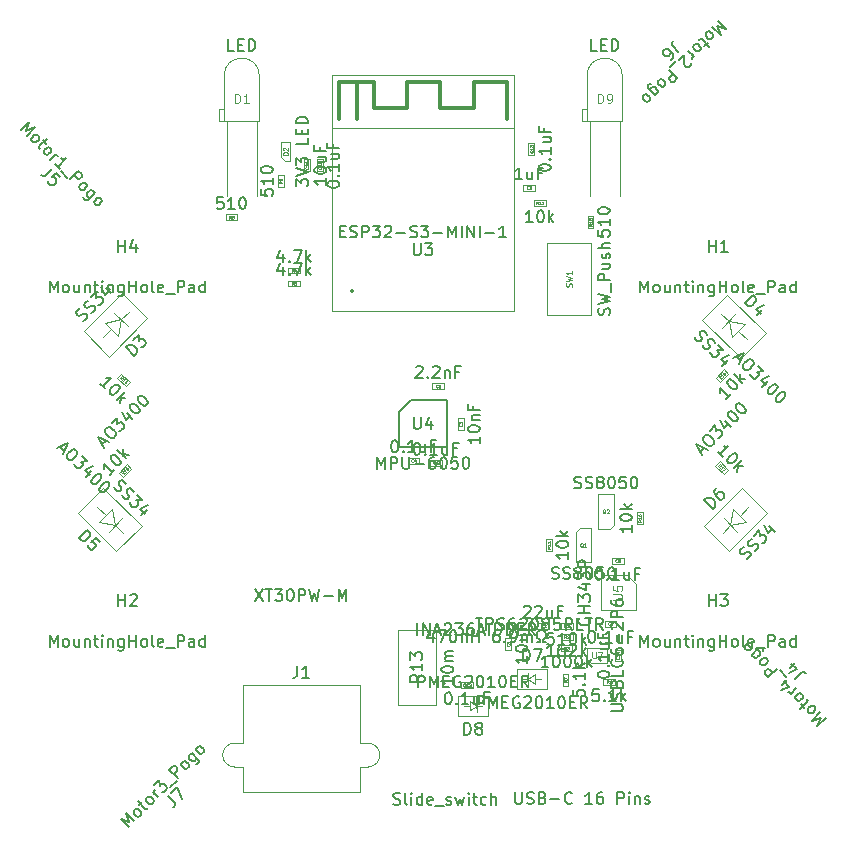
<source format=gbr>
G04 #@! TF.GenerationSoftware,KiCad,Pcbnew,9.0.3*
G04 #@! TF.CreationDate,2026-01-20T11:30:40+07:00*
G04 #@! TF.ProjectId,Mini_drone_PCB,4d696e69-5f64-4726-9f6e-655f5043422e,rev?*
G04 #@! TF.SameCoordinates,Original*
G04 #@! TF.FileFunction,AssemblyDrawing,Top*
%FSLAX46Y46*%
G04 Gerber Fmt 4.6, Leading zero omitted, Abs format (unit mm)*
G04 Created by KiCad (PCBNEW 9.0.3) date 2026-01-20 11:30:40*
%MOMM*%
%LPD*%
G01*
G04 APERTURE LIST*
%ADD10C,0.150000*%
%ADD11C,0.040000*%
%ADD12C,0.100000*%
%ADD13C,0.050000*%
%ADD14C,0.110000*%
%ADD15C,0.075000*%
%ADD16C,0.060000*%
%ADD17C,0.120000*%
%ADD18C,0.300000*%
G04 APERTURE END LIST*
D10*
X137577143Y-101294819D02*
X137672381Y-101294819D01*
X137672381Y-101294819D02*
X137767619Y-101342438D01*
X137767619Y-101342438D02*
X137815238Y-101390057D01*
X137815238Y-101390057D02*
X137862857Y-101485295D01*
X137862857Y-101485295D02*
X137910476Y-101675771D01*
X137910476Y-101675771D02*
X137910476Y-101913866D01*
X137910476Y-101913866D02*
X137862857Y-102104342D01*
X137862857Y-102104342D02*
X137815238Y-102199580D01*
X137815238Y-102199580D02*
X137767619Y-102247200D01*
X137767619Y-102247200D02*
X137672381Y-102294819D01*
X137672381Y-102294819D02*
X137577143Y-102294819D01*
X137577143Y-102294819D02*
X137481905Y-102247200D01*
X137481905Y-102247200D02*
X137434286Y-102199580D01*
X137434286Y-102199580D02*
X137386667Y-102104342D01*
X137386667Y-102104342D02*
X137339048Y-101913866D01*
X137339048Y-101913866D02*
X137339048Y-101675771D01*
X137339048Y-101675771D02*
X137386667Y-101485295D01*
X137386667Y-101485295D02*
X137434286Y-101390057D01*
X137434286Y-101390057D02*
X137481905Y-101342438D01*
X137481905Y-101342438D02*
X137577143Y-101294819D01*
X138339048Y-102199580D02*
X138386667Y-102247200D01*
X138386667Y-102247200D02*
X138339048Y-102294819D01*
X138339048Y-102294819D02*
X138291429Y-102247200D01*
X138291429Y-102247200D02*
X138339048Y-102199580D01*
X138339048Y-102199580D02*
X138339048Y-102294819D01*
X139339047Y-102294819D02*
X138767619Y-102294819D01*
X139053333Y-102294819D02*
X139053333Y-101294819D01*
X139053333Y-101294819D02*
X138958095Y-101437676D01*
X138958095Y-101437676D02*
X138862857Y-101532914D01*
X138862857Y-101532914D02*
X138767619Y-101580533D01*
X140196190Y-101628152D02*
X140196190Y-102294819D01*
X139767619Y-101628152D02*
X139767619Y-102151961D01*
X139767619Y-102151961D02*
X139815238Y-102247200D01*
X139815238Y-102247200D02*
X139910476Y-102294819D01*
X139910476Y-102294819D02*
X140053333Y-102294819D01*
X140053333Y-102294819D02*
X140148571Y-102247200D01*
X140148571Y-102247200D02*
X140196190Y-102199580D01*
X141005714Y-101771009D02*
X140672381Y-101771009D01*
X140672381Y-102294819D02*
X140672381Y-101294819D01*
X140672381Y-101294819D02*
X141148571Y-101294819D01*
D11*
X139178333Y-103089765D02*
X139166429Y-103101670D01*
X139166429Y-103101670D02*
X139130714Y-103113574D01*
X139130714Y-103113574D02*
X139106905Y-103113574D01*
X139106905Y-103113574D02*
X139071191Y-103101670D01*
X139071191Y-103101670D02*
X139047381Y-103077860D01*
X139047381Y-103077860D02*
X139035476Y-103054050D01*
X139035476Y-103054050D02*
X139023572Y-103006431D01*
X139023572Y-103006431D02*
X139023572Y-102970717D01*
X139023572Y-102970717D02*
X139035476Y-102923098D01*
X139035476Y-102923098D02*
X139047381Y-102899289D01*
X139047381Y-102899289D02*
X139071191Y-102875479D01*
X139071191Y-102875479D02*
X139106905Y-102863574D01*
X139106905Y-102863574D02*
X139130714Y-102863574D01*
X139130714Y-102863574D02*
X139166429Y-102875479D01*
X139166429Y-102875479D02*
X139178333Y-102887384D01*
X139392619Y-102946908D02*
X139392619Y-103113574D01*
X139333095Y-102851670D02*
X139273572Y-103030241D01*
X139273572Y-103030241D02*
X139428333Y-103030241D01*
D10*
X158428573Y-118762682D02*
X158428573Y-117762682D01*
X158428573Y-117762682D02*
X158761906Y-118476967D01*
X158761906Y-118476967D02*
X159095239Y-117762682D01*
X159095239Y-117762682D02*
X159095239Y-118762682D01*
X159714287Y-118762682D02*
X159619049Y-118715063D01*
X159619049Y-118715063D02*
X159571430Y-118667443D01*
X159571430Y-118667443D02*
X159523811Y-118572205D01*
X159523811Y-118572205D02*
X159523811Y-118286491D01*
X159523811Y-118286491D02*
X159571430Y-118191253D01*
X159571430Y-118191253D02*
X159619049Y-118143634D01*
X159619049Y-118143634D02*
X159714287Y-118096015D01*
X159714287Y-118096015D02*
X159857144Y-118096015D01*
X159857144Y-118096015D02*
X159952382Y-118143634D01*
X159952382Y-118143634D02*
X160000001Y-118191253D01*
X160000001Y-118191253D02*
X160047620Y-118286491D01*
X160047620Y-118286491D02*
X160047620Y-118572205D01*
X160047620Y-118572205D02*
X160000001Y-118667443D01*
X160000001Y-118667443D02*
X159952382Y-118715063D01*
X159952382Y-118715063D02*
X159857144Y-118762682D01*
X159857144Y-118762682D02*
X159714287Y-118762682D01*
X160904763Y-118096015D02*
X160904763Y-118762682D01*
X160476192Y-118096015D02*
X160476192Y-118619824D01*
X160476192Y-118619824D02*
X160523811Y-118715063D01*
X160523811Y-118715063D02*
X160619049Y-118762682D01*
X160619049Y-118762682D02*
X160761906Y-118762682D01*
X160761906Y-118762682D02*
X160857144Y-118715063D01*
X160857144Y-118715063D02*
X160904763Y-118667443D01*
X161380954Y-118096015D02*
X161380954Y-118762682D01*
X161380954Y-118191253D02*
X161428573Y-118143634D01*
X161428573Y-118143634D02*
X161523811Y-118096015D01*
X161523811Y-118096015D02*
X161666668Y-118096015D01*
X161666668Y-118096015D02*
X161761906Y-118143634D01*
X161761906Y-118143634D02*
X161809525Y-118238872D01*
X161809525Y-118238872D02*
X161809525Y-118762682D01*
X162142859Y-118096015D02*
X162523811Y-118096015D01*
X162285716Y-117762682D02*
X162285716Y-118619824D01*
X162285716Y-118619824D02*
X162333335Y-118715063D01*
X162333335Y-118715063D02*
X162428573Y-118762682D01*
X162428573Y-118762682D02*
X162523811Y-118762682D01*
X162857145Y-118762682D02*
X162857145Y-118096015D01*
X162857145Y-117762682D02*
X162809526Y-117810301D01*
X162809526Y-117810301D02*
X162857145Y-117857920D01*
X162857145Y-117857920D02*
X162904764Y-117810301D01*
X162904764Y-117810301D02*
X162857145Y-117762682D01*
X162857145Y-117762682D02*
X162857145Y-117857920D01*
X163333335Y-118096015D02*
X163333335Y-118762682D01*
X163333335Y-118191253D02*
X163380954Y-118143634D01*
X163380954Y-118143634D02*
X163476192Y-118096015D01*
X163476192Y-118096015D02*
X163619049Y-118096015D01*
X163619049Y-118096015D02*
X163714287Y-118143634D01*
X163714287Y-118143634D02*
X163761906Y-118238872D01*
X163761906Y-118238872D02*
X163761906Y-118762682D01*
X164666668Y-118096015D02*
X164666668Y-118905539D01*
X164666668Y-118905539D02*
X164619049Y-119000777D01*
X164619049Y-119000777D02*
X164571430Y-119048396D01*
X164571430Y-119048396D02*
X164476192Y-119096015D01*
X164476192Y-119096015D02*
X164333335Y-119096015D01*
X164333335Y-119096015D02*
X164238097Y-119048396D01*
X164666668Y-118715063D02*
X164571430Y-118762682D01*
X164571430Y-118762682D02*
X164380954Y-118762682D01*
X164380954Y-118762682D02*
X164285716Y-118715063D01*
X164285716Y-118715063D02*
X164238097Y-118667443D01*
X164238097Y-118667443D02*
X164190478Y-118572205D01*
X164190478Y-118572205D02*
X164190478Y-118286491D01*
X164190478Y-118286491D02*
X164238097Y-118191253D01*
X164238097Y-118191253D02*
X164285716Y-118143634D01*
X164285716Y-118143634D02*
X164380954Y-118096015D01*
X164380954Y-118096015D02*
X164571430Y-118096015D01*
X164571430Y-118096015D02*
X164666668Y-118143634D01*
X165142859Y-118762682D02*
X165142859Y-117762682D01*
X165142859Y-118238872D02*
X165714287Y-118238872D01*
X165714287Y-118762682D02*
X165714287Y-117762682D01*
X166333335Y-118762682D02*
X166238097Y-118715063D01*
X166238097Y-118715063D02*
X166190478Y-118667443D01*
X166190478Y-118667443D02*
X166142859Y-118572205D01*
X166142859Y-118572205D02*
X166142859Y-118286491D01*
X166142859Y-118286491D02*
X166190478Y-118191253D01*
X166190478Y-118191253D02*
X166238097Y-118143634D01*
X166238097Y-118143634D02*
X166333335Y-118096015D01*
X166333335Y-118096015D02*
X166476192Y-118096015D01*
X166476192Y-118096015D02*
X166571430Y-118143634D01*
X166571430Y-118143634D02*
X166619049Y-118191253D01*
X166619049Y-118191253D02*
X166666668Y-118286491D01*
X166666668Y-118286491D02*
X166666668Y-118572205D01*
X166666668Y-118572205D02*
X166619049Y-118667443D01*
X166619049Y-118667443D02*
X166571430Y-118715063D01*
X166571430Y-118715063D02*
X166476192Y-118762682D01*
X166476192Y-118762682D02*
X166333335Y-118762682D01*
X167238097Y-118762682D02*
X167142859Y-118715063D01*
X167142859Y-118715063D02*
X167095240Y-118619824D01*
X167095240Y-118619824D02*
X167095240Y-117762682D01*
X168000002Y-118715063D02*
X167904764Y-118762682D01*
X167904764Y-118762682D02*
X167714288Y-118762682D01*
X167714288Y-118762682D02*
X167619050Y-118715063D01*
X167619050Y-118715063D02*
X167571431Y-118619824D01*
X167571431Y-118619824D02*
X167571431Y-118238872D01*
X167571431Y-118238872D02*
X167619050Y-118143634D01*
X167619050Y-118143634D02*
X167714288Y-118096015D01*
X167714288Y-118096015D02*
X167904764Y-118096015D01*
X167904764Y-118096015D02*
X168000002Y-118143634D01*
X168000002Y-118143634D02*
X168047621Y-118238872D01*
X168047621Y-118238872D02*
X168047621Y-118334110D01*
X168047621Y-118334110D02*
X167571431Y-118429348D01*
X168238098Y-118857920D02*
X169000002Y-118857920D01*
X169238098Y-118762682D02*
X169238098Y-117762682D01*
X169238098Y-117762682D02*
X169619050Y-117762682D01*
X169619050Y-117762682D02*
X169714288Y-117810301D01*
X169714288Y-117810301D02*
X169761907Y-117857920D01*
X169761907Y-117857920D02*
X169809526Y-117953158D01*
X169809526Y-117953158D02*
X169809526Y-118096015D01*
X169809526Y-118096015D02*
X169761907Y-118191253D01*
X169761907Y-118191253D02*
X169714288Y-118238872D01*
X169714288Y-118238872D02*
X169619050Y-118286491D01*
X169619050Y-118286491D02*
X169238098Y-118286491D01*
X170666669Y-118762682D02*
X170666669Y-118238872D01*
X170666669Y-118238872D02*
X170619050Y-118143634D01*
X170619050Y-118143634D02*
X170523812Y-118096015D01*
X170523812Y-118096015D02*
X170333336Y-118096015D01*
X170333336Y-118096015D02*
X170238098Y-118143634D01*
X170666669Y-118715063D02*
X170571431Y-118762682D01*
X170571431Y-118762682D02*
X170333336Y-118762682D01*
X170333336Y-118762682D02*
X170238098Y-118715063D01*
X170238098Y-118715063D02*
X170190479Y-118619824D01*
X170190479Y-118619824D02*
X170190479Y-118524586D01*
X170190479Y-118524586D02*
X170238098Y-118429348D01*
X170238098Y-118429348D02*
X170333336Y-118381729D01*
X170333336Y-118381729D02*
X170571431Y-118381729D01*
X170571431Y-118381729D02*
X170666669Y-118334110D01*
X171571431Y-118762682D02*
X171571431Y-117762682D01*
X171571431Y-118715063D02*
X171476193Y-118762682D01*
X171476193Y-118762682D02*
X171285717Y-118762682D01*
X171285717Y-118762682D02*
X171190479Y-118715063D01*
X171190479Y-118715063D02*
X171142860Y-118667443D01*
X171142860Y-118667443D02*
X171095241Y-118572205D01*
X171095241Y-118572205D02*
X171095241Y-118286491D01*
X171095241Y-118286491D02*
X171142860Y-118191253D01*
X171142860Y-118191253D02*
X171190479Y-118143634D01*
X171190479Y-118143634D02*
X171285717Y-118096015D01*
X171285717Y-118096015D02*
X171476193Y-118096015D01*
X171476193Y-118096015D02*
X171571431Y-118143634D01*
X164238097Y-115312682D02*
X164238097Y-114312682D01*
X164238097Y-114788872D02*
X164809525Y-114788872D01*
X164809525Y-115312682D02*
X164809525Y-114312682D01*
X165190478Y-114312682D02*
X165809525Y-114312682D01*
X165809525Y-114312682D02*
X165476192Y-114693634D01*
X165476192Y-114693634D02*
X165619049Y-114693634D01*
X165619049Y-114693634D02*
X165714287Y-114741253D01*
X165714287Y-114741253D02*
X165761906Y-114788872D01*
X165761906Y-114788872D02*
X165809525Y-114884110D01*
X165809525Y-114884110D02*
X165809525Y-115122205D01*
X165809525Y-115122205D02*
X165761906Y-115217443D01*
X165761906Y-115217443D02*
X165714287Y-115265063D01*
X165714287Y-115265063D02*
X165619049Y-115312682D01*
X165619049Y-115312682D02*
X165333335Y-115312682D01*
X165333335Y-115312682D02*
X165238097Y-115265063D01*
X165238097Y-115265063D02*
X165190478Y-115217443D01*
X155807200Y-90647618D02*
X155854819Y-90504761D01*
X155854819Y-90504761D02*
X155854819Y-90266666D01*
X155854819Y-90266666D02*
X155807200Y-90171428D01*
X155807200Y-90171428D02*
X155759580Y-90123809D01*
X155759580Y-90123809D02*
X155664342Y-90076190D01*
X155664342Y-90076190D02*
X155569104Y-90076190D01*
X155569104Y-90076190D02*
X155473866Y-90123809D01*
X155473866Y-90123809D02*
X155426247Y-90171428D01*
X155426247Y-90171428D02*
X155378628Y-90266666D01*
X155378628Y-90266666D02*
X155331009Y-90457142D01*
X155331009Y-90457142D02*
X155283390Y-90552380D01*
X155283390Y-90552380D02*
X155235771Y-90599999D01*
X155235771Y-90599999D02*
X155140533Y-90647618D01*
X155140533Y-90647618D02*
X155045295Y-90647618D01*
X155045295Y-90647618D02*
X154950057Y-90599999D01*
X154950057Y-90599999D02*
X154902438Y-90552380D01*
X154902438Y-90552380D02*
X154854819Y-90457142D01*
X154854819Y-90457142D02*
X154854819Y-90219047D01*
X154854819Y-90219047D02*
X154902438Y-90076190D01*
X154854819Y-89742856D02*
X155854819Y-89504761D01*
X155854819Y-89504761D02*
X155140533Y-89314285D01*
X155140533Y-89314285D02*
X155854819Y-89123809D01*
X155854819Y-89123809D02*
X154854819Y-88885714D01*
X155950057Y-88742857D02*
X155950057Y-87980952D01*
X155854819Y-87742856D02*
X154854819Y-87742856D01*
X154854819Y-87742856D02*
X154854819Y-87361904D01*
X154854819Y-87361904D02*
X154902438Y-87266666D01*
X154902438Y-87266666D02*
X154950057Y-87219047D01*
X154950057Y-87219047D02*
X155045295Y-87171428D01*
X155045295Y-87171428D02*
X155188152Y-87171428D01*
X155188152Y-87171428D02*
X155283390Y-87219047D01*
X155283390Y-87219047D02*
X155331009Y-87266666D01*
X155331009Y-87266666D02*
X155378628Y-87361904D01*
X155378628Y-87361904D02*
X155378628Y-87742856D01*
X155188152Y-86314285D02*
X155854819Y-86314285D01*
X155188152Y-86742856D02*
X155711961Y-86742856D01*
X155711961Y-86742856D02*
X155807200Y-86695237D01*
X155807200Y-86695237D02*
X155854819Y-86599999D01*
X155854819Y-86599999D02*
X155854819Y-86457142D01*
X155854819Y-86457142D02*
X155807200Y-86361904D01*
X155807200Y-86361904D02*
X155759580Y-86314285D01*
X155807200Y-85885713D02*
X155854819Y-85790475D01*
X155854819Y-85790475D02*
X155854819Y-85599999D01*
X155854819Y-85599999D02*
X155807200Y-85504761D01*
X155807200Y-85504761D02*
X155711961Y-85457142D01*
X155711961Y-85457142D02*
X155664342Y-85457142D01*
X155664342Y-85457142D02*
X155569104Y-85504761D01*
X155569104Y-85504761D02*
X155521485Y-85599999D01*
X155521485Y-85599999D02*
X155521485Y-85742856D01*
X155521485Y-85742856D02*
X155473866Y-85838094D01*
X155473866Y-85838094D02*
X155378628Y-85885713D01*
X155378628Y-85885713D02*
X155331009Y-85885713D01*
X155331009Y-85885713D02*
X155235771Y-85838094D01*
X155235771Y-85838094D02*
X155188152Y-85742856D01*
X155188152Y-85742856D02*
X155188152Y-85599999D01*
X155188152Y-85599999D02*
X155235771Y-85504761D01*
X155854819Y-85028570D02*
X154854819Y-85028570D01*
X155854819Y-84599999D02*
X155331009Y-84599999D01*
X155331009Y-84599999D02*
X155235771Y-84647618D01*
X155235771Y-84647618D02*
X155188152Y-84742856D01*
X155188152Y-84742856D02*
X155188152Y-84885713D01*
X155188152Y-84885713D02*
X155235771Y-84980951D01*
X155235771Y-84980951D02*
X155283390Y-85028570D01*
D12*
X152602300Y-88266665D02*
X152626109Y-88195237D01*
X152626109Y-88195237D02*
X152626109Y-88076189D01*
X152626109Y-88076189D02*
X152602300Y-88028570D01*
X152602300Y-88028570D02*
X152578490Y-88004761D01*
X152578490Y-88004761D02*
X152530871Y-87980951D01*
X152530871Y-87980951D02*
X152483252Y-87980951D01*
X152483252Y-87980951D02*
X152435633Y-88004761D01*
X152435633Y-88004761D02*
X152411823Y-88028570D01*
X152411823Y-88028570D02*
X152388014Y-88076189D01*
X152388014Y-88076189D02*
X152364204Y-88171427D01*
X152364204Y-88171427D02*
X152340395Y-88219046D01*
X152340395Y-88219046D02*
X152316585Y-88242856D01*
X152316585Y-88242856D02*
X152268966Y-88266665D01*
X152268966Y-88266665D02*
X152221347Y-88266665D01*
X152221347Y-88266665D02*
X152173728Y-88242856D01*
X152173728Y-88242856D02*
X152149919Y-88219046D01*
X152149919Y-88219046D02*
X152126109Y-88171427D01*
X152126109Y-88171427D02*
X152126109Y-88052380D01*
X152126109Y-88052380D02*
X152149919Y-87980951D01*
X152126109Y-87814285D02*
X152626109Y-87695237D01*
X152626109Y-87695237D02*
X152268966Y-87599999D01*
X152268966Y-87599999D02*
X152626109Y-87504761D01*
X152626109Y-87504761D02*
X152126109Y-87385714D01*
X152626109Y-86933332D02*
X152626109Y-87219046D01*
X152626109Y-87076189D02*
X152126109Y-87076189D01*
X152126109Y-87076189D02*
X152197538Y-87123808D01*
X152197538Y-87123808D02*
X152245157Y-87171427D01*
X152245157Y-87171427D02*
X152268966Y-87219046D01*
D10*
X163011404Y-92564228D02*
X163078748Y-92698915D01*
X163078748Y-92698915D02*
X163247107Y-92867274D01*
X163247107Y-92867274D02*
X163348122Y-92900946D01*
X163348122Y-92900946D02*
X163415466Y-92900946D01*
X163415466Y-92900946D02*
X163516481Y-92867274D01*
X163516481Y-92867274D02*
X163583824Y-92799931D01*
X163583824Y-92799931D02*
X163617496Y-92698915D01*
X163617496Y-92698915D02*
X163617496Y-92631572D01*
X163617496Y-92631572D02*
X163583824Y-92530557D01*
X163583824Y-92530557D02*
X163482809Y-92362198D01*
X163482809Y-92362198D02*
X163449137Y-92261182D01*
X163449137Y-92261182D02*
X163449137Y-92193839D01*
X163449137Y-92193839D02*
X163482809Y-92092824D01*
X163482809Y-92092824D02*
X163550153Y-92025480D01*
X163550153Y-92025480D02*
X163651168Y-91991808D01*
X163651168Y-91991808D02*
X163718511Y-91991808D01*
X163718511Y-91991808D02*
X163819527Y-92025480D01*
X163819527Y-92025480D02*
X163987885Y-92193839D01*
X163987885Y-92193839D02*
X164055229Y-92328526D01*
X163684840Y-93237663D02*
X163752183Y-93372350D01*
X163752183Y-93372350D02*
X163920542Y-93540709D01*
X163920542Y-93540709D02*
X164021557Y-93574381D01*
X164021557Y-93574381D02*
X164088901Y-93574381D01*
X164088901Y-93574381D02*
X164189916Y-93540709D01*
X164189916Y-93540709D02*
X164257259Y-93473366D01*
X164257259Y-93473366D02*
X164290931Y-93372350D01*
X164290931Y-93372350D02*
X164290931Y-93305007D01*
X164290931Y-93305007D02*
X164257259Y-93203992D01*
X164257259Y-93203992D02*
X164156244Y-93035633D01*
X164156244Y-93035633D02*
X164122572Y-92934618D01*
X164122572Y-92934618D02*
X164122572Y-92867274D01*
X164122572Y-92867274D02*
X164156244Y-92766259D01*
X164156244Y-92766259D02*
X164223588Y-92698915D01*
X164223588Y-92698915D02*
X164324603Y-92665244D01*
X164324603Y-92665244D02*
X164391946Y-92665244D01*
X164391946Y-92665244D02*
X164492962Y-92698915D01*
X164492962Y-92698915D02*
X164661320Y-92867274D01*
X164661320Y-92867274D02*
X164728664Y-93001961D01*
X164998038Y-93203992D02*
X165435771Y-93641724D01*
X165435771Y-93641724D02*
X164930694Y-93675396D01*
X164930694Y-93675396D02*
X165031710Y-93776411D01*
X165031710Y-93776411D02*
X165065381Y-93877427D01*
X165065381Y-93877427D02*
X165065381Y-93944770D01*
X165065381Y-93944770D02*
X165031710Y-94045785D01*
X165031710Y-94045785D02*
X164863351Y-94214144D01*
X164863351Y-94214144D02*
X164762336Y-94247816D01*
X164762336Y-94247816D02*
X164694992Y-94247816D01*
X164694992Y-94247816D02*
X164593977Y-94214144D01*
X164593977Y-94214144D02*
X164391946Y-94012114D01*
X164391946Y-94012114D02*
X164358275Y-93911098D01*
X164358275Y-93911098D02*
X164358275Y-93843755D01*
X165806160Y-94483518D02*
X165334755Y-94954923D01*
X165907175Y-94045785D02*
X165233740Y-94382503D01*
X165233740Y-94382503D02*
X165671473Y-94820236D01*
X167274249Y-89681926D02*
X167981356Y-88974820D01*
X167981356Y-88974820D02*
X168149715Y-89143178D01*
X168149715Y-89143178D02*
X168217058Y-89277865D01*
X168217058Y-89277865D02*
X168217058Y-89412552D01*
X168217058Y-89412552D02*
X168183386Y-89513568D01*
X168183386Y-89513568D02*
X168082371Y-89681926D01*
X168082371Y-89681926D02*
X167981356Y-89782942D01*
X167981356Y-89782942D02*
X167812997Y-89883957D01*
X167812997Y-89883957D02*
X167711982Y-89917629D01*
X167711982Y-89917629D02*
X167577295Y-89917629D01*
X167577295Y-89917629D02*
X167442608Y-89850285D01*
X167442608Y-89850285D02*
X167274249Y-89681926D01*
X168755806Y-90220674D02*
X168284402Y-90692079D01*
X168856821Y-89782942D02*
X168183386Y-90119659D01*
X168183386Y-90119659D02*
X168621119Y-90557392D01*
X150933331Y-112958199D02*
X151076188Y-113005818D01*
X151076188Y-113005818D02*
X151314283Y-113005818D01*
X151314283Y-113005818D02*
X151409521Y-112958199D01*
X151409521Y-112958199D02*
X151457140Y-112910579D01*
X151457140Y-112910579D02*
X151504759Y-112815341D01*
X151504759Y-112815341D02*
X151504759Y-112720103D01*
X151504759Y-112720103D02*
X151457140Y-112624865D01*
X151457140Y-112624865D02*
X151409521Y-112577246D01*
X151409521Y-112577246D02*
X151314283Y-112529627D01*
X151314283Y-112529627D02*
X151123807Y-112482008D01*
X151123807Y-112482008D02*
X151028569Y-112434389D01*
X151028569Y-112434389D02*
X150980950Y-112386770D01*
X150980950Y-112386770D02*
X150933331Y-112291532D01*
X150933331Y-112291532D02*
X150933331Y-112196294D01*
X150933331Y-112196294D02*
X150980950Y-112101056D01*
X150980950Y-112101056D02*
X151028569Y-112053437D01*
X151028569Y-112053437D02*
X151123807Y-112005818D01*
X151123807Y-112005818D02*
X151361902Y-112005818D01*
X151361902Y-112005818D02*
X151504759Y-112053437D01*
X151885712Y-112958199D02*
X152028569Y-113005818D01*
X152028569Y-113005818D02*
X152266664Y-113005818D01*
X152266664Y-113005818D02*
X152361902Y-112958199D01*
X152361902Y-112958199D02*
X152409521Y-112910579D01*
X152409521Y-112910579D02*
X152457140Y-112815341D01*
X152457140Y-112815341D02*
X152457140Y-112720103D01*
X152457140Y-112720103D02*
X152409521Y-112624865D01*
X152409521Y-112624865D02*
X152361902Y-112577246D01*
X152361902Y-112577246D02*
X152266664Y-112529627D01*
X152266664Y-112529627D02*
X152076188Y-112482008D01*
X152076188Y-112482008D02*
X151980950Y-112434389D01*
X151980950Y-112434389D02*
X151933331Y-112386770D01*
X151933331Y-112386770D02*
X151885712Y-112291532D01*
X151885712Y-112291532D02*
X151885712Y-112196294D01*
X151885712Y-112196294D02*
X151933331Y-112101056D01*
X151933331Y-112101056D02*
X151980950Y-112053437D01*
X151980950Y-112053437D02*
X152076188Y-112005818D01*
X152076188Y-112005818D02*
X152314283Y-112005818D01*
X152314283Y-112005818D02*
X152457140Y-112053437D01*
X153028569Y-112434389D02*
X152933331Y-112386770D01*
X152933331Y-112386770D02*
X152885712Y-112339151D01*
X152885712Y-112339151D02*
X152838093Y-112243913D01*
X152838093Y-112243913D02*
X152838093Y-112196294D01*
X152838093Y-112196294D02*
X152885712Y-112101056D01*
X152885712Y-112101056D02*
X152933331Y-112053437D01*
X152933331Y-112053437D02*
X153028569Y-112005818D01*
X153028569Y-112005818D02*
X153219045Y-112005818D01*
X153219045Y-112005818D02*
X153314283Y-112053437D01*
X153314283Y-112053437D02*
X153361902Y-112101056D01*
X153361902Y-112101056D02*
X153409521Y-112196294D01*
X153409521Y-112196294D02*
X153409521Y-112243913D01*
X153409521Y-112243913D02*
X153361902Y-112339151D01*
X153361902Y-112339151D02*
X153314283Y-112386770D01*
X153314283Y-112386770D02*
X153219045Y-112434389D01*
X153219045Y-112434389D02*
X153028569Y-112434389D01*
X153028569Y-112434389D02*
X152933331Y-112482008D01*
X152933331Y-112482008D02*
X152885712Y-112529627D01*
X152885712Y-112529627D02*
X152838093Y-112624865D01*
X152838093Y-112624865D02*
X152838093Y-112815341D01*
X152838093Y-112815341D02*
X152885712Y-112910579D01*
X152885712Y-112910579D02*
X152933331Y-112958199D01*
X152933331Y-112958199D02*
X153028569Y-113005818D01*
X153028569Y-113005818D02*
X153219045Y-113005818D01*
X153219045Y-113005818D02*
X153314283Y-112958199D01*
X153314283Y-112958199D02*
X153361902Y-112910579D01*
X153361902Y-112910579D02*
X153409521Y-112815341D01*
X153409521Y-112815341D02*
X153409521Y-112624865D01*
X153409521Y-112624865D02*
X153361902Y-112529627D01*
X153361902Y-112529627D02*
X153314283Y-112482008D01*
X153314283Y-112482008D02*
X153219045Y-112434389D01*
X154028569Y-112005818D02*
X154123807Y-112005818D01*
X154123807Y-112005818D02*
X154219045Y-112053437D01*
X154219045Y-112053437D02*
X154266664Y-112101056D01*
X154266664Y-112101056D02*
X154314283Y-112196294D01*
X154314283Y-112196294D02*
X154361902Y-112386770D01*
X154361902Y-112386770D02*
X154361902Y-112624865D01*
X154361902Y-112624865D02*
X154314283Y-112815341D01*
X154314283Y-112815341D02*
X154266664Y-112910579D01*
X154266664Y-112910579D02*
X154219045Y-112958199D01*
X154219045Y-112958199D02*
X154123807Y-113005818D01*
X154123807Y-113005818D02*
X154028569Y-113005818D01*
X154028569Y-113005818D02*
X153933331Y-112958199D01*
X153933331Y-112958199D02*
X153885712Y-112910579D01*
X153885712Y-112910579D02*
X153838093Y-112815341D01*
X153838093Y-112815341D02*
X153790474Y-112624865D01*
X153790474Y-112624865D02*
X153790474Y-112386770D01*
X153790474Y-112386770D02*
X153838093Y-112196294D01*
X153838093Y-112196294D02*
X153885712Y-112101056D01*
X153885712Y-112101056D02*
X153933331Y-112053437D01*
X153933331Y-112053437D02*
X154028569Y-112005818D01*
X155266664Y-112005818D02*
X154790474Y-112005818D01*
X154790474Y-112005818D02*
X154742855Y-112482008D01*
X154742855Y-112482008D02*
X154790474Y-112434389D01*
X154790474Y-112434389D02*
X154885712Y-112386770D01*
X154885712Y-112386770D02*
X155123807Y-112386770D01*
X155123807Y-112386770D02*
X155219045Y-112434389D01*
X155219045Y-112434389D02*
X155266664Y-112482008D01*
X155266664Y-112482008D02*
X155314283Y-112577246D01*
X155314283Y-112577246D02*
X155314283Y-112815341D01*
X155314283Y-112815341D02*
X155266664Y-112910579D01*
X155266664Y-112910579D02*
X155219045Y-112958199D01*
X155219045Y-112958199D02*
X155123807Y-113005818D01*
X155123807Y-113005818D02*
X154885712Y-113005818D01*
X154885712Y-113005818D02*
X154790474Y-112958199D01*
X154790474Y-112958199D02*
X154742855Y-112910579D01*
X155933331Y-112005818D02*
X156028569Y-112005818D01*
X156028569Y-112005818D02*
X156123807Y-112053437D01*
X156123807Y-112053437D02*
X156171426Y-112101056D01*
X156171426Y-112101056D02*
X156219045Y-112196294D01*
X156219045Y-112196294D02*
X156266664Y-112386770D01*
X156266664Y-112386770D02*
X156266664Y-112624865D01*
X156266664Y-112624865D02*
X156219045Y-112815341D01*
X156219045Y-112815341D02*
X156171426Y-112910579D01*
X156171426Y-112910579D02*
X156123807Y-112958199D01*
X156123807Y-112958199D02*
X156028569Y-113005818D01*
X156028569Y-113005818D02*
X155933331Y-113005818D01*
X155933331Y-113005818D02*
X155838093Y-112958199D01*
X155838093Y-112958199D02*
X155790474Y-112910579D01*
X155790474Y-112910579D02*
X155742855Y-112815341D01*
X155742855Y-112815341D02*
X155695236Y-112624865D01*
X155695236Y-112624865D02*
X155695236Y-112386770D01*
X155695236Y-112386770D02*
X155742855Y-112196294D01*
X155742855Y-112196294D02*
X155790474Y-112101056D01*
X155790474Y-112101056D02*
X155838093Y-112053437D01*
X155838093Y-112053437D02*
X155933331Y-112005818D01*
D13*
X153569521Y-110326913D02*
X153539045Y-110311675D01*
X153539045Y-110311675D02*
X153508569Y-110281199D01*
X153508569Y-110281199D02*
X153462855Y-110235484D01*
X153462855Y-110235484D02*
X153432378Y-110220246D01*
X153432378Y-110220246D02*
X153401902Y-110220246D01*
X153417140Y-110296437D02*
X153386664Y-110281199D01*
X153386664Y-110281199D02*
X153356188Y-110250722D01*
X153356188Y-110250722D02*
X153340950Y-110189770D01*
X153340950Y-110189770D02*
X153340950Y-110083103D01*
X153340950Y-110083103D02*
X153356188Y-110022151D01*
X153356188Y-110022151D02*
X153386664Y-109991675D01*
X153386664Y-109991675D02*
X153417140Y-109976437D01*
X153417140Y-109976437D02*
X153478093Y-109976437D01*
X153478093Y-109976437D02*
X153508569Y-109991675D01*
X153508569Y-109991675D02*
X153539045Y-110022151D01*
X153539045Y-110022151D02*
X153554283Y-110083103D01*
X153554283Y-110083103D02*
X153554283Y-110189770D01*
X153554283Y-110189770D02*
X153539045Y-110250722D01*
X153539045Y-110250722D02*
X153508569Y-110281199D01*
X153508569Y-110281199D02*
X153478093Y-110296437D01*
X153478093Y-110296437D02*
X153417140Y-110296437D01*
X153859045Y-110296437D02*
X153676188Y-110296437D01*
X153767616Y-110296437D02*
X153767616Y-109976437D01*
X153767616Y-109976437D02*
X153737140Y-110022151D01*
X153737140Y-110022151D02*
X153706664Y-110052627D01*
X153706664Y-110052627D02*
X153676188Y-110067865D01*
D10*
X151061084Y-117582305D02*
X150584894Y-117582305D01*
X150584894Y-117582305D02*
X150537275Y-118058495D01*
X150537275Y-118058495D02*
X150584894Y-118010876D01*
X150584894Y-118010876D02*
X150680132Y-117963257D01*
X150680132Y-117963257D02*
X150918227Y-117963257D01*
X150918227Y-117963257D02*
X151013465Y-118010876D01*
X151013465Y-118010876D02*
X151061084Y-118058495D01*
X151061084Y-118058495D02*
X151108703Y-118153733D01*
X151108703Y-118153733D02*
X151108703Y-118391828D01*
X151108703Y-118391828D02*
X151061084Y-118487066D01*
X151061084Y-118487066D02*
X151013465Y-118534686D01*
X151013465Y-118534686D02*
X150918227Y-118582305D01*
X150918227Y-118582305D02*
X150680132Y-118582305D01*
X150680132Y-118582305D02*
X150584894Y-118534686D01*
X150584894Y-118534686D02*
X150537275Y-118487066D01*
X152061084Y-118582305D02*
X151489656Y-118582305D01*
X151775370Y-118582305D02*
X151775370Y-117582305D01*
X151775370Y-117582305D02*
X151680132Y-117725162D01*
X151680132Y-117725162D02*
X151584894Y-117820400D01*
X151584894Y-117820400D02*
X151489656Y-117868019D01*
X152680132Y-117582305D02*
X152775370Y-117582305D01*
X152775370Y-117582305D02*
X152870608Y-117629924D01*
X152870608Y-117629924D02*
X152918227Y-117677543D01*
X152918227Y-117677543D02*
X152965846Y-117772781D01*
X152965846Y-117772781D02*
X153013465Y-117963257D01*
X153013465Y-117963257D02*
X153013465Y-118201352D01*
X153013465Y-118201352D02*
X152965846Y-118391828D01*
X152965846Y-118391828D02*
X152918227Y-118487066D01*
X152918227Y-118487066D02*
X152870608Y-118534686D01*
X152870608Y-118534686D02*
X152775370Y-118582305D01*
X152775370Y-118582305D02*
X152680132Y-118582305D01*
X152680132Y-118582305D02*
X152584894Y-118534686D01*
X152584894Y-118534686D02*
X152537275Y-118487066D01*
X152537275Y-118487066D02*
X152489656Y-118391828D01*
X152489656Y-118391828D02*
X152442037Y-118201352D01*
X152442037Y-118201352D02*
X152442037Y-117963257D01*
X152442037Y-117963257D02*
X152489656Y-117772781D01*
X152489656Y-117772781D02*
X152537275Y-117677543D01*
X152537275Y-117677543D02*
X152584894Y-117629924D01*
X152584894Y-117629924D02*
X152680132Y-117582305D01*
X153442037Y-118582305D02*
X153442037Y-117582305D01*
X153537275Y-118201352D02*
X153822989Y-118582305D01*
X153822989Y-117915638D02*
X153442037Y-118296590D01*
D11*
X152138465Y-117081060D02*
X152055132Y-116962013D01*
X151995608Y-117081060D02*
X151995608Y-116831060D01*
X151995608Y-116831060D02*
X152090846Y-116831060D01*
X152090846Y-116831060D02*
X152114656Y-116842965D01*
X152114656Y-116842965D02*
X152126561Y-116854870D01*
X152126561Y-116854870D02*
X152138465Y-116878679D01*
X152138465Y-116878679D02*
X152138465Y-116914394D01*
X152138465Y-116914394D02*
X152126561Y-116938203D01*
X152126561Y-116938203D02*
X152114656Y-116950108D01*
X152114656Y-116950108D02*
X152090846Y-116962013D01*
X152090846Y-116962013D02*
X151995608Y-116962013D01*
X152376561Y-117081060D02*
X152233704Y-117081060D01*
X152305132Y-117081060D02*
X152305132Y-116831060D01*
X152305132Y-116831060D02*
X152281323Y-116866775D01*
X152281323Y-116866775D02*
X152257513Y-116890584D01*
X152257513Y-116890584D02*
X152233704Y-116902489D01*
D10*
X131914819Y-79642856D02*
X131914819Y-79547618D01*
X131914819Y-79547618D02*
X131962438Y-79452380D01*
X131962438Y-79452380D02*
X132010057Y-79404761D01*
X132010057Y-79404761D02*
X132105295Y-79357142D01*
X132105295Y-79357142D02*
X132295771Y-79309523D01*
X132295771Y-79309523D02*
X132533866Y-79309523D01*
X132533866Y-79309523D02*
X132724342Y-79357142D01*
X132724342Y-79357142D02*
X132819580Y-79404761D01*
X132819580Y-79404761D02*
X132867200Y-79452380D01*
X132867200Y-79452380D02*
X132914819Y-79547618D01*
X132914819Y-79547618D02*
X132914819Y-79642856D01*
X132914819Y-79642856D02*
X132867200Y-79738094D01*
X132867200Y-79738094D02*
X132819580Y-79785713D01*
X132819580Y-79785713D02*
X132724342Y-79833332D01*
X132724342Y-79833332D02*
X132533866Y-79880951D01*
X132533866Y-79880951D02*
X132295771Y-79880951D01*
X132295771Y-79880951D02*
X132105295Y-79833332D01*
X132105295Y-79833332D02*
X132010057Y-79785713D01*
X132010057Y-79785713D02*
X131962438Y-79738094D01*
X131962438Y-79738094D02*
X131914819Y-79642856D01*
X132819580Y-78880951D02*
X132867200Y-78833332D01*
X132867200Y-78833332D02*
X132914819Y-78880951D01*
X132914819Y-78880951D02*
X132867200Y-78928570D01*
X132867200Y-78928570D02*
X132819580Y-78880951D01*
X132819580Y-78880951D02*
X132914819Y-78880951D01*
X132914819Y-77880952D02*
X132914819Y-78452380D01*
X132914819Y-78166666D02*
X131914819Y-78166666D01*
X131914819Y-78166666D02*
X132057676Y-78261904D01*
X132057676Y-78261904D02*
X132152914Y-78357142D01*
X132152914Y-78357142D02*
X132200533Y-78452380D01*
X132248152Y-77023809D02*
X132914819Y-77023809D01*
X132248152Y-77452380D02*
X132771961Y-77452380D01*
X132771961Y-77452380D02*
X132867200Y-77404761D01*
X132867200Y-77404761D02*
X132914819Y-77309523D01*
X132914819Y-77309523D02*
X132914819Y-77166666D01*
X132914819Y-77166666D02*
X132867200Y-77071428D01*
X132867200Y-77071428D02*
X132819580Y-77023809D01*
X132391009Y-76214285D02*
X132391009Y-76547618D01*
X132914819Y-76547618D02*
X131914819Y-76547618D01*
X131914819Y-76547618D02*
X131914819Y-76071428D01*
D11*
X131389765Y-78160714D02*
X131401670Y-78172618D01*
X131401670Y-78172618D02*
X131413574Y-78208333D01*
X131413574Y-78208333D02*
X131413574Y-78232142D01*
X131413574Y-78232142D02*
X131401670Y-78267856D01*
X131401670Y-78267856D02*
X131377860Y-78291666D01*
X131377860Y-78291666D02*
X131354050Y-78303571D01*
X131354050Y-78303571D02*
X131306431Y-78315475D01*
X131306431Y-78315475D02*
X131270717Y-78315475D01*
X131270717Y-78315475D02*
X131223098Y-78303571D01*
X131223098Y-78303571D02*
X131199289Y-78291666D01*
X131199289Y-78291666D02*
X131175479Y-78267856D01*
X131175479Y-78267856D02*
X131163574Y-78232142D01*
X131163574Y-78232142D02*
X131163574Y-78208333D01*
X131163574Y-78208333D02*
X131175479Y-78172618D01*
X131175479Y-78172618D02*
X131187384Y-78160714D01*
X131413574Y-77922618D02*
X131413574Y-78065475D01*
X131413574Y-77994047D02*
X131163574Y-77994047D01*
X131163574Y-77994047D02*
X131199289Y-78017856D01*
X131199289Y-78017856D02*
X131223098Y-78041666D01*
X131223098Y-78041666D02*
X131235003Y-78065475D01*
X131163574Y-77767857D02*
X131163574Y-77744047D01*
X131163574Y-77744047D02*
X131175479Y-77720238D01*
X131175479Y-77720238D02*
X131187384Y-77708333D01*
X131187384Y-77708333D02*
X131211193Y-77696428D01*
X131211193Y-77696428D02*
X131258812Y-77684523D01*
X131258812Y-77684523D02*
X131318336Y-77684523D01*
X131318336Y-77684523D02*
X131365955Y-77696428D01*
X131365955Y-77696428D02*
X131389765Y-77708333D01*
X131389765Y-77708333D02*
X131401670Y-77720238D01*
X131401670Y-77720238D02*
X131413574Y-77744047D01*
X131413574Y-77744047D02*
X131413574Y-77767857D01*
X131413574Y-77767857D02*
X131401670Y-77791666D01*
X131401670Y-77791666D02*
X131389765Y-77803571D01*
X131389765Y-77803571D02*
X131365955Y-77815476D01*
X131365955Y-77815476D02*
X131318336Y-77827380D01*
X131318336Y-77827380D02*
X131258812Y-77827380D01*
X131258812Y-77827380D02*
X131211193Y-77815476D01*
X131211193Y-77815476D02*
X131187384Y-77803571D01*
X131187384Y-77803571D02*
X131175479Y-77791666D01*
X131175479Y-77791666D02*
X131163574Y-77767857D01*
D10*
X113097842Y-96881541D02*
X112693781Y-96477480D01*
X112895811Y-96679511D02*
X113602918Y-95972404D01*
X113602918Y-95972404D02*
X113434559Y-96006076D01*
X113434559Y-96006076D02*
X113299872Y-96006076D01*
X113299872Y-96006076D02*
X113198857Y-95972404D01*
X114242681Y-96612167D02*
X114310025Y-96679511D01*
X114310025Y-96679511D02*
X114343697Y-96780526D01*
X114343697Y-96780526D02*
X114343697Y-96847869D01*
X114343697Y-96847869D02*
X114310025Y-96948885D01*
X114310025Y-96948885D02*
X114209010Y-97117243D01*
X114209010Y-97117243D02*
X114040651Y-97285602D01*
X114040651Y-97285602D02*
X113872292Y-97386617D01*
X113872292Y-97386617D02*
X113771277Y-97420289D01*
X113771277Y-97420289D02*
X113703933Y-97420289D01*
X113703933Y-97420289D02*
X113602918Y-97386617D01*
X113602918Y-97386617D02*
X113535575Y-97319274D01*
X113535575Y-97319274D02*
X113501903Y-97218259D01*
X113501903Y-97218259D02*
X113501903Y-97150915D01*
X113501903Y-97150915D02*
X113535575Y-97049900D01*
X113535575Y-97049900D02*
X113636590Y-96881541D01*
X113636590Y-96881541D02*
X113804949Y-96713182D01*
X113804949Y-96713182D02*
X113973307Y-96612167D01*
X113973307Y-96612167D02*
X114074323Y-96578495D01*
X114074323Y-96578495D02*
X114141666Y-96578495D01*
X114141666Y-96578495D02*
X114242681Y-96612167D01*
X114074323Y-97858022D02*
X114781430Y-97150915D01*
X114411040Y-97655991D02*
X114343697Y-98127396D01*
X114815101Y-97655991D02*
X114276353Y-97655991D01*
D11*
X114466637Y-96127256D02*
X114491891Y-95984151D01*
X114365622Y-96026241D02*
X114542398Y-95849464D01*
X114542398Y-95849464D02*
X114609742Y-95916808D01*
X114609742Y-95916808D02*
X114618160Y-95942061D01*
X114618160Y-95942061D02*
X114618160Y-95958897D01*
X114618160Y-95958897D02*
X114609742Y-95984151D01*
X114609742Y-95984151D02*
X114584488Y-96009405D01*
X114584488Y-96009405D02*
X114559234Y-96017823D01*
X114559234Y-96017823D02*
X114542398Y-96017823D01*
X114542398Y-96017823D02*
X114517145Y-96009405D01*
X114517145Y-96009405D02*
X114449801Y-95942061D01*
X114634996Y-96295615D02*
X114533981Y-96194599D01*
X114584488Y-96245107D02*
X114761265Y-96068330D01*
X114761265Y-96068330D02*
X114719175Y-96076748D01*
X114719175Y-96076748D02*
X114685503Y-96076748D01*
X114685503Y-96076748D02*
X114660250Y-96068330D01*
X114904370Y-96329286D02*
X114786518Y-96447137D01*
X114929623Y-96219853D02*
X114761265Y-96304033D01*
X114761265Y-96304033D02*
X114870698Y-96413466D01*
D10*
X164983639Y-65787867D02*
X165690745Y-66494974D01*
X165690745Y-66494974D02*
X164949967Y-66225600D01*
X164949967Y-66225600D02*
X165219341Y-66966378D01*
X165219341Y-66966378D02*
X164512234Y-66259272D01*
X164074501Y-66697004D02*
X164175517Y-66663333D01*
X164175517Y-66663333D02*
X164242860Y-66663333D01*
X164242860Y-66663333D02*
X164343875Y-66697004D01*
X164343875Y-66697004D02*
X164545906Y-66899035D01*
X164545906Y-66899035D02*
X164579578Y-67000050D01*
X164579578Y-67000050D02*
X164579578Y-67067394D01*
X164579578Y-67067394D02*
X164545906Y-67168409D01*
X164545906Y-67168409D02*
X164444891Y-67269424D01*
X164444891Y-67269424D02*
X164343875Y-67303096D01*
X164343875Y-67303096D02*
X164276532Y-67303096D01*
X164276532Y-67303096D02*
X164175517Y-67269424D01*
X164175517Y-67269424D02*
X163973486Y-67067394D01*
X163973486Y-67067394D02*
X163939814Y-66966378D01*
X163939814Y-66966378D02*
X163939814Y-66899035D01*
X163939814Y-66899035D02*
X163973486Y-66798020D01*
X163973486Y-66798020D02*
X164074501Y-66697004D01*
X164108173Y-67606142D02*
X163838799Y-67875516D01*
X164242860Y-67942859D02*
X163636769Y-67336768D01*
X163636769Y-67336768D02*
X163535753Y-67303096D01*
X163535753Y-67303096D02*
X163434738Y-67336768D01*
X163434738Y-67336768D02*
X163367395Y-67404111D01*
X163030677Y-67740829D02*
X163131692Y-67707157D01*
X163131692Y-67707157D02*
X163199036Y-67707157D01*
X163199036Y-67707157D02*
X163300051Y-67740829D01*
X163300051Y-67740829D02*
X163502081Y-67942859D01*
X163502081Y-67942859D02*
X163535753Y-68043875D01*
X163535753Y-68043875D02*
X163535753Y-68111218D01*
X163535753Y-68111218D02*
X163502081Y-68212233D01*
X163502081Y-68212233D02*
X163401066Y-68313249D01*
X163401066Y-68313249D02*
X163300051Y-68346920D01*
X163300051Y-68346920D02*
X163232707Y-68346920D01*
X163232707Y-68346920D02*
X163131692Y-68313249D01*
X163131692Y-68313249D02*
X162929662Y-68111218D01*
X162929662Y-68111218D02*
X162895990Y-68010203D01*
X162895990Y-68010203D02*
X162895990Y-67942859D01*
X162895990Y-67942859D02*
X162929662Y-67841844D01*
X162929662Y-67841844D02*
X163030677Y-67740829D01*
X162491929Y-68279577D02*
X162963333Y-68750982D01*
X162828646Y-68616295D02*
X162862318Y-68717310D01*
X162862318Y-68717310D02*
X162862318Y-68784653D01*
X162862318Y-68784653D02*
X162828646Y-68885669D01*
X162828646Y-68885669D02*
X162761303Y-68953012D01*
X162727631Y-69323402D02*
X162727631Y-69390745D01*
X162727631Y-69390745D02*
X162693959Y-69491760D01*
X162693959Y-69491760D02*
X162525600Y-69660119D01*
X162525600Y-69660119D02*
X162424585Y-69693791D01*
X162424585Y-69693791D02*
X162357241Y-69693791D01*
X162357241Y-69693791D02*
X162256226Y-69660119D01*
X162256226Y-69660119D02*
X162188883Y-69592776D01*
X162188883Y-69592776D02*
X162121539Y-69458089D01*
X162121539Y-69458089D02*
X162121539Y-68649967D01*
X162121539Y-68649967D02*
X161683806Y-69087699D01*
X161481776Y-69155043D02*
X160943028Y-69693791D01*
X160842012Y-69929493D02*
X161549119Y-70636600D01*
X161549119Y-70636600D02*
X161279745Y-70905974D01*
X161279745Y-70905974D02*
X161178730Y-70939646D01*
X161178730Y-70939646D02*
X161111386Y-70939646D01*
X161111386Y-70939646D02*
X161010371Y-70905974D01*
X161010371Y-70905974D02*
X160909356Y-70804959D01*
X160909356Y-70804959D02*
X160875684Y-70703944D01*
X160875684Y-70703944D02*
X160875684Y-70636600D01*
X160875684Y-70636600D02*
X160909356Y-70535585D01*
X160909356Y-70535585D02*
X161178730Y-70266211D01*
X160033890Y-70737615D02*
X160134906Y-70703944D01*
X160134906Y-70703944D02*
X160202249Y-70703944D01*
X160202249Y-70703944D02*
X160303264Y-70737615D01*
X160303264Y-70737615D02*
X160505295Y-70939646D01*
X160505295Y-70939646D02*
X160538967Y-71040661D01*
X160538967Y-71040661D02*
X160538967Y-71108005D01*
X160538967Y-71108005D02*
X160505295Y-71209020D01*
X160505295Y-71209020D02*
X160404280Y-71310035D01*
X160404280Y-71310035D02*
X160303264Y-71343707D01*
X160303264Y-71343707D02*
X160235921Y-71343707D01*
X160235921Y-71343707D02*
X160134906Y-71310035D01*
X160134906Y-71310035D02*
X159932875Y-71108005D01*
X159932875Y-71108005D02*
X159899203Y-71006989D01*
X159899203Y-71006989D02*
X159899203Y-70939646D01*
X159899203Y-70939646D02*
X159932875Y-70838631D01*
X159932875Y-70838631D02*
X160033890Y-70737615D01*
X159663501Y-72050814D02*
X159091081Y-71478394D01*
X159091081Y-71478394D02*
X159057410Y-71377379D01*
X159057410Y-71377379D02*
X159057410Y-71310035D01*
X159057410Y-71310035D02*
X159091081Y-71209020D01*
X159091081Y-71209020D02*
X159192097Y-71108005D01*
X159192097Y-71108005D02*
X159293112Y-71074333D01*
X159225768Y-71613081D02*
X159259440Y-71512066D01*
X159259440Y-71512066D02*
X159394127Y-71377379D01*
X159394127Y-71377379D02*
X159495142Y-71343707D01*
X159495142Y-71343707D02*
X159562486Y-71343707D01*
X159562486Y-71343707D02*
X159663501Y-71377379D01*
X159663501Y-71377379D02*
X159865532Y-71579409D01*
X159865532Y-71579409D02*
X159899203Y-71680424D01*
X159899203Y-71680424D02*
X159899203Y-71747768D01*
X159899203Y-71747768D02*
X159865532Y-71848783D01*
X159865532Y-71848783D02*
X159730845Y-71983470D01*
X159730845Y-71983470D02*
X159629829Y-72017142D01*
X158754364Y-72017142D02*
X158855379Y-71983470D01*
X158855379Y-71983470D02*
X158922722Y-71983470D01*
X158922722Y-71983470D02*
X159023738Y-72017142D01*
X159023738Y-72017142D02*
X159225768Y-72219173D01*
X159225768Y-72219173D02*
X159259440Y-72320188D01*
X159259440Y-72320188D02*
X159259440Y-72387531D01*
X159259440Y-72387531D02*
X159225768Y-72488547D01*
X159225768Y-72488547D02*
X159124753Y-72589562D01*
X159124753Y-72589562D02*
X159023738Y-72623234D01*
X159023738Y-72623234D02*
X158956394Y-72623234D01*
X158956394Y-72623234D02*
X158855379Y-72589562D01*
X158855379Y-72589562D02*
X158653348Y-72387531D01*
X158653348Y-72387531D02*
X158619677Y-72286516D01*
X158619677Y-72286516D02*
X158619677Y-72219173D01*
X158619677Y-72219173D02*
X158653348Y-72118157D01*
X158653348Y-72118157D02*
X158754364Y-72017142D01*
X161650135Y-68414264D02*
X161145059Y-67909188D01*
X161145059Y-67909188D02*
X161077715Y-67774501D01*
X161077715Y-67774501D02*
X161077715Y-67639814D01*
X161077715Y-67639814D02*
X161145059Y-67505127D01*
X161145059Y-67505127D02*
X161212402Y-67437783D01*
X161010372Y-69054028D02*
X161145059Y-68919341D01*
X161145059Y-68919341D02*
X161178730Y-68818325D01*
X161178730Y-68818325D02*
X161178730Y-68750982D01*
X161178730Y-68750982D02*
X161145059Y-68582623D01*
X161145059Y-68582623D02*
X161044043Y-68414264D01*
X161044043Y-68414264D02*
X160774669Y-68144890D01*
X160774669Y-68144890D02*
X160673654Y-68111219D01*
X160673654Y-68111219D02*
X160606311Y-68111219D01*
X160606311Y-68111219D02*
X160505295Y-68144890D01*
X160505295Y-68144890D02*
X160370608Y-68279577D01*
X160370608Y-68279577D02*
X160336937Y-68380593D01*
X160336937Y-68380593D02*
X160336937Y-68447936D01*
X160336937Y-68447936D02*
X160370608Y-68548951D01*
X160370608Y-68548951D02*
X160538967Y-68717310D01*
X160538967Y-68717310D02*
X160639982Y-68750982D01*
X160639982Y-68750982D02*
X160707326Y-68750982D01*
X160707326Y-68750982D02*
X160808341Y-68717310D01*
X160808341Y-68717310D02*
X160943028Y-68582623D01*
X160943028Y-68582623D02*
X160976700Y-68481608D01*
X160976700Y-68481608D02*
X160976700Y-68414264D01*
X160976700Y-68414264D02*
X160943028Y-68313249D01*
X166070952Y-97362746D02*
X165666891Y-97766807D01*
X165868922Y-97564777D02*
X165161815Y-96857670D01*
X165161815Y-96857670D02*
X165195487Y-97026029D01*
X165195487Y-97026029D02*
X165195487Y-97160716D01*
X165195487Y-97160716D02*
X165161815Y-97261731D01*
X165801578Y-96217907D02*
X165868922Y-96150563D01*
X165868922Y-96150563D02*
X165969937Y-96116891D01*
X165969937Y-96116891D02*
X166037280Y-96116891D01*
X166037280Y-96116891D02*
X166138296Y-96150563D01*
X166138296Y-96150563D02*
X166306654Y-96251578D01*
X166306654Y-96251578D02*
X166475013Y-96419937D01*
X166475013Y-96419937D02*
X166576028Y-96588296D01*
X166576028Y-96588296D02*
X166609700Y-96689311D01*
X166609700Y-96689311D02*
X166609700Y-96756655D01*
X166609700Y-96756655D02*
X166576028Y-96857670D01*
X166576028Y-96857670D02*
X166508685Y-96925013D01*
X166508685Y-96925013D02*
X166407670Y-96958685D01*
X166407670Y-96958685D02*
X166340326Y-96958685D01*
X166340326Y-96958685D02*
X166239311Y-96925013D01*
X166239311Y-96925013D02*
X166070952Y-96823998D01*
X166070952Y-96823998D02*
X165902593Y-96655639D01*
X165902593Y-96655639D02*
X165801578Y-96487281D01*
X165801578Y-96487281D02*
X165767906Y-96386265D01*
X165767906Y-96386265D02*
X165767906Y-96318922D01*
X165767906Y-96318922D02*
X165801578Y-96217907D01*
X167047433Y-96386265D02*
X166340326Y-95679158D01*
X166845402Y-96049548D02*
X167316807Y-96116891D01*
X166845402Y-95645487D02*
X166845402Y-96184235D01*
D11*
X165316667Y-95993951D02*
X165173562Y-95968697D01*
X165215652Y-96094966D02*
X165038875Y-95918190D01*
X165038875Y-95918190D02*
X165106219Y-95850846D01*
X165106219Y-95850846D02*
X165131472Y-95842428D01*
X165131472Y-95842428D02*
X165148308Y-95842428D01*
X165148308Y-95842428D02*
X165173562Y-95850846D01*
X165173562Y-95850846D02*
X165198816Y-95876100D01*
X165198816Y-95876100D02*
X165207234Y-95901354D01*
X165207234Y-95901354D02*
X165207234Y-95918190D01*
X165207234Y-95918190D02*
X165198816Y-95943443D01*
X165198816Y-95943443D02*
X165131472Y-96010787D01*
X165485026Y-95825592D02*
X165384010Y-95926607D01*
X165434518Y-95876100D02*
X165257741Y-95699323D01*
X165257741Y-95699323D02*
X165266159Y-95741413D01*
X165266159Y-95741413D02*
X165266159Y-95775085D01*
X165266159Y-95775085D02*
X165257741Y-95800338D01*
X165468190Y-95488875D02*
X165384010Y-95573054D01*
X165384010Y-95573054D02*
X165459772Y-95665652D01*
X165459772Y-95665652D02*
X165459772Y-95648816D01*
X165459772Y-95648816D02*
X165468190Y-95623562D01*
X165468190Y-95623562D02*
X165510279Y-95581472D01*
X165510279Y-95581472D02*
X165535533Y-95573054D01*
X165535533Y-95573054D02*
X165552369Y-95573054D01*
X165552369Y-95573054D02*
X165577623Y-95581472D01*
X165577623Y-95581472D02*
X165619713Y-95623562D01*
X165619713Y-95623562D02*
X165628131Y-95648816D01*
X165628131Y-95648816D02*
X165628131Y-95665652D01*
X165628131Y-95665652D02*
X165619713Y-95690905D01*
X165619713Y-95690905D02*
X165577623Y-95732995D01*
X165577623Y-95732995D02*
X165552369Y-95741413D01*
X165552369Y-95741413D02*
X165535533Y-95741413D01*
D10*
X148864819Y-119571428D02*
X148864819Y-120142856D01*
X148864819Y-119857142D02*
X147864819Y-119857142D01*
X147864819Y-119857142D02*
X148007676Y-119952380D01*
X148007676Y-119952380D02*
X148102914Y-120047618D01*
X148102914Y-120047618D02*
X148150533Y-120142856D01*
X147864819Y-118952380D02*
X147864819Y-118857142D01*
X147864819Y-118857142D02*
X147912438Y-118761904D01*
X147912438Y-118761904D02*
X147960057Y-118714285D01*
X147960057Y-118714285D02*
X148055295Y-118666666D01*
X148055295Y-118666666D02*
X148245771Y-118619047D01*
X148245771Y-118619047D02*
X148483866Y-118619047D01*
X148483866Y-118619047D02*
X148674342Y-118666666D01*
X148674342Y-118666666D02*
X148769580Y-118714285D01*
X148769580Y-118714285D02*
X148817200Y-118761904D01*
X148817200Y-118761904D02*
X148864819Y-118857142D01*
X148864819Y-118857142D02*
X148864819Y-118952380D01*
X148864819Y-118952380D02*
X148817200Y-119047618D01*
X148817200Y-119047618D02*
X148769580Y-119095237D01*
X148769580Y-119095237D02*
X148674342Y-119142856D01*
X148674342Y-119142856D02*
X148483866Y-119190475D01*
X148483866Y-119190475D02*
X148245771Y-119190475D01*
X148245771Y-119190475D02*
X148055295Y-119142856D01*
X148055295Y-119142856D02*
X147960057Y-119095237D01*
X147960057Y-119095237D02*
X147912438Y-119047618D01*
X147912438Y-119047618D02*
X147864819Y-118952380D01*
X148198152Y-117761904D02*
X148864819Y-117761904D01*
X148198152Y-118190475D02*
X148721961Y-118190475D01*
X148721961Y-118190475D02*
X148817200Y-118142856D01*
X148817200Y-118142856D02*
X148864819Y-118047618D01*
X148864819Y-118047618D02*
X148864819Y-117904761D01*
X148864819Y-117904761D02*
X148817200Y-117809523D01*
X148817200Y-117809523D02*
X148769580Y-117761904D01*
X148341009Y-116952380D02*
X148341009Y-117285713D01*
X148864819Y-117285713D02*
X147864819Y-117285713D01*
X147864819Y-117285713D02*
X147864819Y-116809523D01*
D11*
X147339765Y-118541666D02*
X147351670Y-118553570D01*
X147351670Y-118553570D02*
X147363574Y-118589285D01*
X147363574Y-118589285D02*
X147363574Y-118613094D01*
X147363574Y-118613094D02*
X147351670Y-118648808D01*
X147351670Y-118648808D02*
X147327860Y-118672618D01*
X147327860Y-118672618D02*
X147304050Y-118684523D01*
X147304050Y-118684523D02*
X147256431Y-118696427D01*
X147256431Y-118696427D02*
X147220717Y-118696427D01*
X147220717Y-118696427D02*
X147173098Y-118684523D01*
X147173098Y-118684523D02*
X147149289Y-118672618D01*
X147149289Y-118672618D02*
X147125479Y-118648808D01*
X147125479Y-118648808D02*
X147113574Y-118613094D01*
X147113574Y-118613094D02*
X147113574Y-118589285D01*
X147113574Y-118589285D02*
X147125479Y-118553570D01*
X147125479Y-118553570D02*
X147137384Y-118541666D01*
X147363574Y-118303570D02*
X147363574Y-118446427D01*
X147363574Y-118374999D02*
X147113574Y-118374999D01*
X147113574Y-118374999D02*
X147149289Y-118398808D01*
X147149289Y-118398808D02*
X147173098Y-118422618D01*
X147173098Y-118422618D02*
X147185003Y-118446427D01*
D10*
X108428574Y-88762682D02*
X108428574Y-87762682D01*
X108428574Y-87762682D02*
X108761907Y-88476967D01*
X108761907Y-88476967D02*
X109095240Y-87762682D01*
X109095240Y-87762682D02*
X109095240Y-88762682D01*
X109714288Y-88762682D02*
X109619050Y-88715063D01*
X109619050Y-88715063D02*
X109571431Y-88667443D01*
X109571431Y-88667443D02*
X109523812Y-88572205D01*
X109523812Y-88572205D02*
X109523812Y-88286491D01*
X109523812Y-88286491D02*
X109571431Y-88191253D01*
X109571431Y-88191253D02*
X109619050Y-88143634D01*
X109619050Y-88143634D02*
X109714288Y-88096015D01*
X109714288Y-88096015D02*
X109857145Y-88096015D01*
X109857145Y-88096015D02*
X109952383Y-88143634D01*
X109952383Y-88143634D02*
X110000002Y-88191253D01*
X110000002Y-88191253D02*
X110047621Y-88286491D01*
X110047621Y-88286491D02*
X110047621Y-88572205D01*
X110047621Y-88572205D02*
X110000002Y-88667443D01*
X110000002Y-88667443D02*
X109952383Y-88715063D01*
X109952383Y-88715063D02*
X109857145Y-88762682D01*
X109857145Y-88762682D02*
X109714288Y-88762682D01*
X110904764Y-88096015D02*
X110904764Y-88762682D01*
X110476193Y-88096015D02*
X110476193Y-88619824D01*
X110476193Y-88619824D02*
X110523812Y-88715063D01*
X110523812Y-88715063D02*
X110619050Y-88762682D01*
X110619050Y-88762682D02*
X110761907Y-88762682D01*
X110761907Y-88762682D02*
X110857145Y-88715063D01*
X110857145Y-88715063D02*
X110904764Y-88667443D01*
X111380955Y-88096015D02*
X111380955Y-88762682D01*
X111380955Y-88191253D02*
X111428574Y-88143634D01*
X111428574Y-88143634D02*
X111523812Y-88096015D01*
X111523812Y-88096015D02*
X111666669Y-88096015D01*
X111666669Y-88096015D02*
X111761907Y-88143634D01*
X111761907Y-88143634D02*
X111809526Y-88238872D01*
X111809526Y-88238872D02*
X111809526Y-88762682D01*
X112142860Y-88096015D02*
X112523812Y-88096015D01*
X112285717Y-87762682D02*
X112285717Y-88619824D01*
X112285717Y-88619824D02*
X112333336Y-88715063D01*
X112333336Y-88715063D02*
X112428574Y-88762682D01*
X112428574Y-88762682D02*
X112523812Y-88762682D01*
X112857146Y-88762682D02*
X112857146Y-88096015D01*
X112857146Y-87762682D02*
X112809527Y-87810301D01*
X112809527Y-87810301D02*
X112857146Y-87857920D01*
X112857146Y-87857920D02*
X112904765Y-87810301D01*
X112904765Y-87810301D02*
X112857146Y-87762682D01*
X112857146Y-87762682D02*
X112857146Y-87857920D01*
X113333336Y-88096015D02*
X113333336Y-88762682D01*
X113333336Y-88191253D02*
X113380955Y-88143634D01*
X113380955Y-88143634D02*
X113476193Y-88096015D01*
X113476193Y-88096015D02*
X113619050Y-88096015D01*
X113619050Y-88096015D02*
X113714288Y-88143634D01*
X113714288Y-88143634D02*
X113761907Y-88238872D01*
X113761907Y-88238872D02*
X113761907Y-88762682D01*
X114666669Y-88096015D02*
X114666669Y-88905539D01*
X114666669Y-88905539D02*
X114619050Y-89000777D01*
X114619050Y-89000777D02*
X114571431Y-89048396D01*
X114571431Y-89048396D02*
X114476193Y-89096015D01*
X114476193Y-89096015D02*
X114333336Y-89096015D01*
X114333336Y-89096015D02*
X114238098Y-89048396D01*
X114666669Y-88715063D02*
X114571431Y-88762682D01*
X114571431Y-88762682D02*
X114380955Y-88762682D01*
X114380955Y-88762682D02*
X114285717Y-88715063D01*
X114285717Y-88715063D02*
X114238098Y-88667443D01*
X114238098Y-88667443D02*
X114190479Y-88572205D01*
X114190479Y-88572205D02*
X114190479Y-88286491D01*
X114190479Y-88286491D02*
X114238098Y-88191253D01*
X114238098Y-88191253D02*
X114285717Y-88143634D01*
X114285717Y-88143634D02*
X114380955Y-88096015D01*
X114380955Y-88096015D02*
X114571431Y-88096015D01*
X114571431Y-88096015D02*
X114666669Y-88143634D01*
X115142860Y-88762682D02*
X115142860Y-87762682D01*
X115142860Y-88238872D02*
X115714288Y-88238872D01*
X115714288Y-88762682D02*
X115714288Y-87762682D01*
X116333336Y-88762682D02*
X116238098Y-88715063D01*
X116238098Y-88715063D02*
X116190479Y-88667443D01*
X116190479Y-88667443D02*
X116142860Y-88572205D01*
X116142860Y-88572205D02*
X116142860Y-88286491D01*
X116142860Y-88286491D02*
X116190479Y-88191253D01*
X116190479Y-88191253D02*
X116238098Y-88143634D01*
X116238098Y-88143634D02*
X116333336Y-88096015D01*
X116333336Y-88096015D02*
X116476193Y-88096015D01*
X116476193Y-88096015D02*
X116571431Y-88143634D01*
X116571431Y-88143634D02*
X116619050Y-88191253D01*
X116619050Y-88191253D02*
X116666669Y-88286491D01*
X116666669Y-88286491D02*
X116666669Y-88572205D01*
X116666669Y-88572205D02*
X116619050Y-88667443D01*
X116619050Y-88667443D02*
X116571431Y-88715063D01*
X116571431Y-88715063D02*
X116476193Y-88762682D01*
X116476193Y-88762682D02*
X116333336Y-88762682D01*
X117238098Y-88762682D02*
X117142860Y-88715063D01*
X117142860Y-88715063D02*
X117095241Y-88619824D01*
X117095241Y-88619824D02*
X117095241Y-87762682D01*
X118000003Y-88715063D02*
X117904765Y-88762682D01*
X117904765Y-88762682D02*
X117714289Y-88762682D01*
X117714289Y-88762682D02*
X117619051Y-88715063D01*
X117619051Y-88715063D02*
X117571432Y-88619824D01*
X117571432Y-88619824D02*
X117571432Y-88238872D01*
X117571432Y-88238872D02*
X117619051Y-88143634D01*
X117619051Y-88143634D02*
X117714289Y-88096015D01*
X117714289Y-88096015D02*
X117904765Y-88096015D01*
X117904765Y-88096015D02*
X118000003Y-88143634D01*
X118000003Y-88143634D02*
X118047622Y-88238872D01*
X118047622Y-88238872D02*
X118047622Y-88334110D01*
X118047622Y-88334110D02*
X117571432Y-88429348D01*
X118238099Y-88857920D02*
X119000003Y-88857920D01*
X119238099Y-88762682D02*
X119238099Y-87762682D01*
X119238099Y-87762682D02*
X119619051Y-87762682D01*
X119619051Y-87762682D02*
X119714289Y-87810301D01*
X119714289Y-87810301D02*
X119761908Y-87857920D01*
X119761908Y-87857920D02*
X119809527Y-87953158D01*
X119809527Y-87953158D02*
X119809527Y-88096015D01*
X119809527Y-88096015D02*
X119761908Y-88191253D01*
X119761908Y-88191253D02*
X119714289Y-88238872D01*
X119714289Y-88238872D02*
X119619051Y-88286491D01*
X119619051Y-88286491D02*
X119238099Y-88286491D01*
X120666670Y-88762682D02*
X120666670Y-88238872D01*
X120666670Y-88238872D02*
X120619051Y-88143634D01*
X120619051Y-88143634D02*
X120523813Y-88096015D01*
X120523813Y-88096015D02*
X120333337Y-88096015D01*
X120333337Y-88096015D02*
X120238099Y-88143634D01*
X120666670Y-88715063D02*
X120571432Y-88762682D01*
X120571432Y-88762682D02*
X120333337Y-88762682D01*
X120333337Y-88762682D02*
X120238099Y-88715063D01*
X120238099Y-88715063D02*
X120190480Y-88619824D01*
X120190480Y-88619824D02*
X120190480Y-88524586D01*
X120190480Y-88524586D02*
X120238099Y-88429348D01*
X120238099Y-88429348D02*
X120333337Y-88381729D01*
X120333337Y-88381729D02*
X120571432Y-88381729D01*
X120571432Y-88381729D02*
X120666670Y-88334110D01*
X121571432Y-88762682D02*
X121571432Y-87762682D01*
X121571432Y-88715063D02*
X121476194Y-88762682D01*
X121476194Y-88762682D02*
X121285718Y-88762682D01*
X121285718Y-88762682D02*
X121190480Y-88715063D01*
X121190480Y-88715063D02*
X121142861Y-88667443D01*
X121142861Y-88667443D02*
X121095242Y-88572205D01*
X121095242Y-88572205D02*
X121095242Y-88286491D01*
X121095242Y-88286491D02*
X121142861Y-88191253D01*
X121142861Y-88191253D02*
X121190480Y-88143634D01*
X121190480Y-88143634D02*
X121285718Y-88096015D01*
X121285718Y-88096015D02*
X121476194Y-88096015D01*
X121476194Y-88096015D02*
X121571432Y-88143634D01*
X114238098Y-85312682D02*
X114238098Y-84312682D01*
X114238098Y-84788872D02*
X114809526Y-84788872D01*
X114809526Y-85312682D02*
X114809526Y-84312682D01*
X115714288Y-84646015D02*
X115714288Y-85312682D01*
X115476193Y-84265063D02*
X115238098Y-84979348D01*
X115238098Y-84979348D02*
X115857145Y-84979348D01*
X136130097Y-103687244D02*
X136130097Y-102687244D01*
X136130097Y-102687244D02*
X136463430Y-103401529D01*
X136463430Y-103401529D02*
X136796763Y-102687244D01*
X136796763Y-102687244D02*
X136796763Y-103687244D01*
X137272954Y-103687244D02*
X137272954Y-102687244D01*
X137272954Y-102687244D02*
X137653906Y-102687244D01*
X137653906Y-102687244D02*
X137749144Y-102734863D01*
X137749144Y-102734863D02*
X137796763Y-102782482D01*
X137796763Y-102782482D02*
X137844382Y-102877720D01*
X137844382Y-102877720D02*
X137844382Y-103020577D01*
X137844382Y-103020577D02*
X137796763Y-103115815D01*
X137796763Y-103115815D02*
X137749144Y-103163434D01*
X137749144Y-103163434D02*
X137653906Y-103211053D01*
X137653906Y-103211053D02*
X137272954Y-103211053D01*
X138272954Y-102687244D02*
X138272954Y-103496767D01*
X138272954Y-103496767D02*
X138320573Y-103592005D01*
X138320573Y-103592005D02*
X138368192Y-103639625D01*
X138368192Y-103639625D02*
X138463430Y-103687244D01*
X138463430Y-103687244D02*
X138653906Y-103687244D01*
X138653906Y-103687244D02*
X138749144Y-103639625D01*
X138749144Y-103639625D02*
X138796763Y-103592005D01*
X138796763Y-103592005D02*
X138844382Y-103496767D01*
X138844382Y-103496767D02*
X138844382Y-102687244D01*
X139320573Y-103306291D02*
X140082478Y-103306291D01*
X140987239Y-102687244D02*
X140796763Y-102687244D01*
X140796763Y-102687244D02*
X140701525Y-102734863D01*
X140701525Y-102734863D02*
X140653906Y-102782482D01*
X140653906Y-102782482D02*
X140558668Y-102925339D01*
X140558668Y-102925339D02*
X140511049Y-103115815D01*
X140511049Y-103115815D02*
X140511049Y-103496767D01*
X140511049Y-103496767D02*
X140558668Y-103592005D01*
X140558668Y-103592005D02*
X140606287Y-103639625D01*
X140606287Y-103639625D02*
X140701525Y-103687244D01*
X140701525Y-103687244D02*
X140892001Y-103687244D01*
X140892001Y-103687244D02*
X140987239Y-103639625D01*
X140987239Y-103639625D02*
X141034858Y-103592005D01*
X141034858Y-103592005D02*
X141082477Y-103496767D01*
X141082477Y-103496767D02*
X141082477Y-103258672D01*
X141082477Y-103258672D02*
X141034858Y-103163434D01*
X141034858Y-103163434D02*
X140987239Y-103115815D01*
X140987239Y-103115815D02*
X140892001Y-103068196D01*
X140892001Y-103068196D02*
X140701525Y-103068196D01*
X140701525Y-103068196D02*
X140606287Y-103115815D01*
X140606287Y-103115815D02*
X140558668Y-103163434D01*
X140558668Y-103163434D02*
X140511049Y-103258672D01*
X141701525Y-102687244D02*
X141796763Y-102687244D01*
X141796763Y-102687244D02*
X141892001Y-102734863D01*
X141892001Y-102734863D02*
X141939620Y-102782482D01*
X141939620Y-102782482D02*
X141987239Y-102877720D01*
X141987239Y-102877720D02*
X142034858Y-103068196D01*
X142034858Y-103068196D02*
X142034858Y-103306291D01*
X142034858Y-103306291D02*
X141987239Y-103496767D01*
X141987239Y-103496767D02*
X141939620Y-103592005D01*
X141939620Y-103592005D02*
X141892001Y-103639625D01*
X141892001Y-103639625D02*
X141796763Y-103687244D01*
X141796763Y-103687244D02*
X141701525Y-103687244D01*
X141701525Y-103687244D02*
X141606287Y-103639625D01*
X141606287Y-103639625D02*
X141558668Y-103592005D01*
X141558668Y-103592005D02*
X141511049Y-103496767D01*
X141511049Y-103496767D02*
X141463430Y-103306291D01*
X141463430Y-103306291D02*
X141463430Y-103068196D01*
X141463430Y-103068196D02*
X141511049Y-102877720D01*
X141511049Y-102877720D02*
X141558668Y-102782482D01*
X141558668Y-102782482D02*
X141606287Y-102734863D01*
X141606287Y-102734863D02*
X141701525Y-102687244D01*
X142939620Y-102687244D02*
X142463430Y-102687244D01*
X142463430Y-102687244D02*
X142415811Y-103163434D01*
X142415811Y-103163434D02*
X142463430Y-103115815D01*
X142463430Y-103115815D02*
X142558668Y-103068196D01*
X142558668Y-103068196D02*
X142796763Y-103068196D01*
X142796763Y-103068196D02*
X142892001Y-103115815D01*
X142892001Y-103115815D02*
X142939620Y-103163434D01*
X142939620Y-103163434D02*
X142987239Y-103258672D01*
X142987239Y-103258672D02*
X142987239Y-103496767D01*
X142987239Y-103496767D02*
X142939620Y-103592005D01*
X142939620Y-103592005D02*
X142892001Y-103639625D01*
X142892001Y-103639625D02*
X142796763Y-103687244D01*
X142796763Y-103687244D02*
X142558668Y-103687244D01*
X142558668Y-103687244D02*
X142463430Y-103639625D01*
X142463430Y-103639625D02*
X142415811Y-103592005D01*
X143606287Y-102687244D02*
X143701525Y-102687244D01*
X143701525Y-102687244D02*
X143796763Y-102734863D01*
X143796763Y-102734863D02*
X143844382Y-102782482D01*
X143844382Y-102782482D02*
X143892001Y-102877720D01*
X143892001Y-102877720D02*
X143939620Y-103068196D01*
X143939620Y-103068196D02*
X143939620Y-103306291D01*
X143939620Y-103306291D02*
X143892001Y-103496767D01*
X143892001Y-103496767D02*
X143844382Y-103592005D01*
X143844382Y-103592005D02*
X143796763Y-103639625D01*
X143796763Y-103639625D02*
X143701525Y-103687244D01*
X143701525Y-103687244D02*
X143606287Y-103687244D01*
X143606287Y-103687244D02*
X143511049Y-103639625D01*
X143511049Y-103639625D02*
X143463430Y-103592005D01*
X143463430Y-103592005D02*
X143415811Y-103496767D01*
X143415811Y-103496767D02*
X143368192Y-103306291D01*
X143368192Y-103306291D02*
X143368192Y-103068196D01*
X143368192Y-103068196D02*
X143415811Y-102877720D01*
X143415811Y-102877720D02*
X143463430Y-102782482D01*
X143463430Y-102782482D02*
X143511049Y-102734863D01*
X143511049Y-102734863D02*
X143606287Y-102687244D01*
X139249144Y-99312244D02*
X139249144Y-100121767D01*
X139249144Y-100121767D02*
X139296763Y-100217005D01*
X139296763Y-100217005D02*
X139344382Y-100264625D01*
X139344382Y-100264625D02*
X139439620Y-100312244D01*
X139439620Y-100312244D02*
X139630096Y-100312244D01*
X139630096Y-100312244D02*
X139725334Y-100264625D01*
X139725334Y-100264625D02*
X139772953Y-100217005D01*
X139772953Y-100217005D02*
X139820572Y-100121767D01*
X139820572Y-100121767D02*
X139820572Y-99312244D01*
X140725334Y-99645577D02*
X140725334Y-100312244D01*
X140487239Y-99264625D02*
X140249144Y-99978910D01*
X140249144Y-99978910D02*
X140868191Y-99978910D01*
X111237272Y-91161639D02*
X111371959Y-91094295D01*
X111371959Y-91094295D02*
X111540318Y-90925936D01*
X111540318Y-90925936D02*
X111573990Y-90824921D01*
X111573990Y-90824921D02*
X111573990Y-90757577D01*
X111573990Y-90757577D02*
X111540318Y-90656562D01*
X111540318Y-90656562D02*
X111472975Y-90589219D01*
X111472975Y-90589219D02*
X111371959Y-90555547D01*
X111371959Y-90555547D02*
X111304616Y-90555547D01*
X111304616Y-90555547D02*
X111203601Y-90589219D01*
X111203601Y-90589219D02*
X111035242Y-90690234D01*
X111035242Y-90690234D02*
X110934226Y-90723906D01*
X110934226Y-90723906D02*
X110866883Y-90723906D01*
X110866883Y-90723906D02*
X110765868Y-90690234D01*
X110765868Y-90690234D02*
X110698524Y-90622890D01*
X110698524Y-90622890D02*
X110664852Y-90521875D01*
X110664852Y-90521875D02*
X110664852Y-90454532D01*
X110664852Y-90454532D02*
X110698524Y-90353516D01*
X110698524Y-90353516D02*
X110866883Y-90185158D01*
X110866883Y-90185158D02*
X111001570Y-90117814D01*
X111910707Y-90488203D02*
X112045394Y-90420860D01*
X112045394Y-90420860D02*
X112213753Y-90252501D01*
X112213753Y-90252501D02*
X112247425Y-90151486D01*
X112247425Y-90151486D02*
X112247425Y-90084142D01*
X112247425Y-90084142D02*
X112213753Y-89983127D01*
X112213753Y-89983127D02*
X112146410Y-89915784D01*
X112146410Y-89915784D02*
X112045394Y-89882112D01*
X112045394Y-89882112D02*
X111978051Y-89882112D01*
X111978051Y-89882112D02*
X111877036Y-89915784D01*
X111877036Y-89915784D02*
X111708677Y-90016799D01*
X111708677Y-90016799D02*
X111607662Y-90050471D01*
X111607662Y-90050471D02*
X111540318Y-90050471D01*
X111540318Y-90050471D02*
X111439303Y-90016799D01*
X111439303Y-90016799D02*
X111371959Y-89949455D01*
X111371959Y-89949455D02*
X111338288Y-89848440D01*
X111338288Y-89848440D02*
X111338288Y-89781097D01*
X111338288Y-89781097D02*
X111371959Y-89680081D01*
X111371959Y-89680081D02*
X111540318Y-89511723D01*
X111540318Y-89511723D02*
X111675005Y-89444379D01*
X111877036Y-89175005D02*
X112314768Y-88737272D01*
X112314768Y-88737272D02*
X112348440Y-89242349D01*
X112348440Y-89242349D02*
X112449455Y-89141333D01*
X112449455Y-89141333D02*
X112550471Y-89107662D01*
X112550471Y-89107662D02*
X112617814Y-89107662D01*
X112617814Y-89107662D02*
X112718829Y-89141333D01*
X112718829Y-89141333D02*
X112887188Y-89309692D01*
X112887188Y-89309692D02*
X112920860Y-89410707D01*
X112920860Y-89410707D02*
X112920860Y-89478051D01*
X112920860Y-89478051D02*
X112887188Y-89579066D01*
X112887188Y-89579066D02*
X112685158Y-89781097D01*
X112685158Y-89781097D02*
X112584142Y-89814768D01*
X112584142Y-89814768D02*
X112516799Y-89814768D01*
X113156562Y-88366883D02*
X113627967Y-88838288D01*
X112718829Y-88265868D02*
X113055547Y-88939303D01*
X113055547Y-88939303D02*
X113493280Y-88501570D01*
X115567460Y-94111284D02*
X114860354Y-93404177D01*
X114860354Y-93404177D02*
X115028712Y-93235818D01*
X115028712Y-93235818D02*
X115163399Y-93168475D01*
X115163399Y-93168475D02*
X115298086Y-93168475D01*
X115298086Y-93168475D02*
X115399102Y-93202147D01*
X115399102Y-93202147D02*
X115567460Y-93303162D01*
X115567460Y-93303162D02*
X115668476Y-93404177D01*
X115668476Y-93404177D02*
X115769491Y-93572536D01*
X115769491Y-93572536D02*
X115803163Y-93673551D01*
X115803163Y-93673551D02*
X115803163Y-93808238D01*
X115803163Y-93808238D02*
X115735819Y-93942925D01*
X115735819Y-93942925D02*
X115567460Y-94111284D01*
X115500117Y-92764414D02*
X115937850Y-92326681D01*
X115937850Y-92326681D02*
X115971521Y-92831757D01*
X115971521Y-92831757D02*
X116072537Y-92730742D01*
X116072537Y-92730742D02*
X116173552Y-92697070D01*
X116173552Y-92697070D02*
X116240895Y-92697070D01*
X116240895Y-92697070D02*
X116341911Y-92730742D01*
X116341911Y-92730742D02*
X116510269Y-92899101D01*
X116510269Y-92899101D02*
X116543941Y-93000116D01*
X116543941Y-93000116D02*
X116543941Y-93067460D01*
X116543941Y-93067460D02*
X116510269Y-93168475D01*
X116510269Y-93168475D02*
X116308239Y-93370505D01*
X116308239Y-93370505D02*
X116207224Y-93404177D01*
X116207224Y-93404177D02*
X116139880Y-93404177D01*
X105987867Y-75016360D02*
X106694974Y-74309254D01*
X106694974Y-74309254D02*
X106425600Y-75050032D01*
X106425600Y-75050032D02*
X107166378Y-74780658D01*
X107166378Y-74780658D02*
X106459272Y-75487765D01*
X106897004Y-75925498D02*
X106863333Y-75824482D01*
X106863333Y-75824482D02*
X106863333Y-75757139D01*
X106863333Y-75757139D02*
X106897004Y-75656124D01*
X106897004Y-75656124D02*
X107099035Y-75454093D01*
X107099035Y-75454093D02*
X107200050Y-75420421D01*
X107200050Y-75420421D02*
X107267394Y-75420421D01*
X107267394Y-75420421D02*
X107368409Y-75454093D01*
X107368409Y-75454093D02*
X107469424Y-75555108D01*
X107469424Y-75555108D02*
X107503096Y-75656124D01*
X107503096Y-75656124D02*
X107503096Y-75723467D01*
X107503096Y-75723467D02*
X107469424Y-75824482D01*
X107469424Y-75824482D02*
X107267394Y-76026513D01*
X107267394Y-76026513D02*
X107166378Y-76060185D01*
X107166378Y-76060185D02*
X107099035Y-76060185D01*
X107099035Y-76060185D02*
X106998020Y-76026513D01*
X106998020Y-76026513D02*
X106897004Y-75925498D01*
X107806142Y-75891826D02*
X108075516Y-76161200D01*
X108142859Y-75757139D02*
X107536768Y-76363230D01*
X107536768Y-76363230D02*
X107503096Y-76464246D01*
X107503096Y-76464246D02*
X107536768Y-76565261D01*
X107536768Y-76565261D02*
X107604111Y-76632604D01*
X107940829Y-76969322D02*
X107907157Y-76868307D01*
X107907157Y-76868307D02*
X107907157Y-76800963D01*
X107907157Y-76800963D02*
X107940829Y-76699948D01*
X107940829Y-76699948D02*
X108142859Y-76497918D01*
X108142859Y-76497918D02*
X108243875Y-76464246D01*
X108243875Y-76464246D02*
X108311218Y-76464246D01*
X108311218Y-76464246D02*
X108412233Y-76497918D01*
X108412233Y-76497918D02*
X108513249Y-76598933D01*
X108513249Y-76598933D02*
X108546920Y-76699948D01*
X108546920Y-76699948D02*
X108546920Y-76767292D01*
X108546920Y-76767292D02*
X108513249Y-76868307D01*
X108513249Y-76868307D02*
X108311218Y-77070337D01*
X108311218Y-77070337D02*
X108210203Y-77104009D01*
X108210203Y-77104009D02*
X108142859Y-77104009D01*
X108142859Y-77104009D02*
X108041844Y-77070337D01*
X108041844Y-77070337D02*
X107940829Y-76969322D01*
X108479577Y-77508070D02*
X108950982Y-77036666D01*
X108816295Y-77171353D02*
X108917310Y-77137681D01*
X108917310Y-77137681D02*
X108984653Y-77137681D01*
X108984653Y-77137681D02*
X109085669Y-77171353D01*
X109085669Y-77171353D02*
X109153012Y-77238696D01*
X109287699Y-78316193D02*
X108883638Y-77912132D01*
X109085669Y-78114162D02*
X109792776Y-77407055D01*
X109792776Y-77407055D02*
X109624417Y-77440727D01*
X109624417Y-77440727D02*
X109489730Y-77440727D01*
X109489730Y-77440727D02*
X109388715Y-77407055D01*
X109355043Y-78518223D02*
X109893791Y-79056971D01*
X110129493Y-79157987D02*
X110836600Y-78450880D01*
X110836600Y-78450880D02*
X111105974Y-78720254D01*
X111105974Y-78720254D02*
X111139646Y-78821269D01*
X111139646Y-78821269D02*
X111139646Y-78888613D01*
X111139646Y-78888613D02*
X111105974Y-78989628D01*
X111105974Y-78989628D02*
X111004959Y-79090643D01*
X111004959Y-79090643D02*
X110903944Y-79124315D01*
X110903944Y-79124315D02*
X110836600Y-79124315D01*
X110836600Y-79124315D02*
X110735585Y-79090643D01*
X110735585Y-79090643D02*
X110466211Y-78821269D01*
X110937615Y-79966109D02*
X110903944Y-79865093D01*
X110903944Y-79865093D02*
X110903944Y-79797750D01*
X110903944Y-79797750D02*
X110937615Y-79696735D01*
X110937615Y-79696735D02*
X111139646Y-79494704D01*
X111139646Y-79494704D02*
X111240661Y-79461032D01*
X111240661Y-79461032D02*
X111308005Y-79461032D01*
X111308005Y-79461032D02*
X111409020Y-79494704D01*
X111409020Y-79494704D02*
X111510035Y-79595719D01*
X111510035Y-79595719D02*
X111543707Y-79696735D01*
X111543707Y-79696735D02*
X111543707Y-79764078D01*
X111543707Y-79764078D02*
X111510035Y-79865093D01*
X111510035Y-79865093D02*
X111308005Y-80067124D01*
X111308005Y-80067124D02*
X111206989Y-80100796D01*
X111206989Y-80100796D02*
X111139646Y-80100796D01*
X111139646Y-80100796D02*
X111038631Y-80067124D01*
X111038631Y-80067124D02*
X110937615Y-79966109D01*
X112250814Y-80336498D02*
X111678394Y-80908918D01*
X111678394Y-80908918D02*
X111577379Y-80942589D01*
X111577379Y-80942589D02*
X111510035Y-80942589D01*
X111510035Y-80942589D02*
X111409020Y-80908918D01*
X111409020Y-80908918D02*
X111308005Y-80807902D01*
X111308005Y-80807902D02*
X111274333Y-80706887D01*
X111813081Y-80774231D02*
X111712066Y-80740559D01*
X111712066Y-80740559D02*
X111577379Y-80605872D01*
X111577379Y-80605872D02*
X111543707Y-80504857D01*
X111543707Y-80504857D02*
X111543707Y-80437513D01*
X111543707Y-80437513D02*
X111577379Y-80336498D01*
X111577379Y-80336498D02*
X111779409Y-80134467D01*
X111779409Y-80134467D02*
X111880424Y-80100796D01*
X111880424Y-80100796D02*
X111947768Y-80100796D01*
X111947768Y-80100796D02*
X112048783Y-80134467D01*
X112048783Y-80134467D02*
X112183470Y-80269154D01*
X112183470Y-80269154D02*
X112217142Y-80370170D01*
X112217142Y-81245635D02*
X112183470Y-81144620D01*
X112183470Y-81144620D02*
X112183470Y-81077277D01*
X112183470Y-81077277D02*
X112217142Y-80976261D01*
X112217142Y-80976261D02*
X112419173Y-80774231D01*
X112419173Y-80774231D02*
X112520188Y-80740559D01*
X112520188Y-80740559D02*
X112587531Y-80740559D01*
X112587531Y-80740559D02*
X112688547Y-80774231D01*
X112688547Y-80774231D02*
X112789562Y-80875246D01*
X112789562Y-80875246D02*
X112823234Y-80976261D01*
X112823234Y-80976261D02*
X112823234Y-81043605D01*
X112823234Y-81043605D02*
X112789562Y-81144620D01*
X112789562Y-81144620D02*
X112587531Y-81346651D01*
X112587531Y-81346651D02*
X112486516Y-81380322D01*
X112486516Y-81380322D02*
X112419173Y-81380322D01*
X112419173Y-81380322D02*
X112318157Y-81346651D01*
X112318157Y-81346651D02*
X112217142Y-81245635D01*
X108614264Y-78349864D02*
X108109188Y-78854940D01*
X108109188Y-78854940D02*
X107974501Y-78922284D01*
X107974501Y-78922284D02*
X107839814Y-78922284D01*
X107839814Y-78922284D02*
X107705127Y-78854940D01*
X107705127Y-78854940D02*
X107637783Y-78787597D01*
X109287699Y-79023299D02*
X108950982Y-78686582D01*
X108950982Y-78686582D02*
X108580593Y-78989627D01*
X108580593Y-78989627D02*
X108647936Y-78989627D01*
X108647936Y-78989627D02*
X108748951Y-79023299D01*
X108748951Y-79023299D02*
X108917310Y-79191658D01*
X108917310Y-79191658D02*
X108950982Y-79292673D01*
X108950982Y-79292673D02*
X108950982Y-79360017D01*
X108950982Y-79360017D02*
X108917310Y-79461032D01*
X108917310Y-79461032D02*
X108748951Y-79629391D01*
X108748951Y-79629391D02*
X108647936Y-79663062D01*
X108647936Y-79663062D02*
X108580593Y-79663062D01*
X108580593Y-79663062D02*
X108479577Y-79629391D01*
X108479577Y-79629391D02*
X108311219Y-79461032D01*
X108311219Y-79461032D02*
X108277547Y-79360017D01*
X108277547Y-79360017D02*
X108277547Y-79292673D01*
X144814819Y-100971428D02*
X144814819Y-101542856D01*
X144814819Y-101257142D02*
X143814819Y-101257142D01*
X143814819Y-101257142D02*
X143957676Y-101352380D01*
X143957676Y-101352380D02*
X144052914Y-101447618D01*
X144052914Y-101447618D02*
X144100533Y-101542856D01*
X143814819Y-100352380D02*
X143814819Y-100257142D01*
X143814819Y-100257142D02*
X143862438Y-100161904D01*
X143862438Y-100161904D02*
X143910057Y-100114285D01*
X143910057Y-100114285D02*
X144005295Y-100066666D01*
X144005295Y-100066666D02*
X144195771Y-100019047D01*
X144195771Y-100019047D02*
X144433866Y-100019047D01*
X144433866Y-100019047D02*
X144624342Y-100066666D01*
X144624342Y-100066666D02*
X144719580Y-100114285D01*
X144719580Y-100114285D02*
X144767200Y-100161904D01*
X144767200Y-100161904D02*
X144814819Y-100257142D01*
X144814819Y-100257142D02*
X144814819Y-100352380D01*
X144814819Y-100352380D02*
X144767200Y-100447618D01*
X144767200Y-100447618D02*
X144719580Y-100495237D01*
X144719580Y-100495237D02*
X144624342Y-100542856D01*
X144624342Y-100542856D02*
X144433866Y-100590475D01*
X144433866Y-100590475D02*
X144195771Y-100590475D01*
X144195771Y-100590475D02*
X144005295Y-100542856D01*
X144005295Y-100542856D02*
X143910057Y-100495237D01*
X143910057Y-100495237D02*
X143862438Y-100447618D01*
X143862438Y-100447618D02*
X143814819Y-100352380D01*
X144148152Y-99590475D02*
X144814819Y-99590475D01*
X144243390Y-99590475D02*
X144195771Y-99542856D01*
X144195771Y-99542856D02*
X144148152Y-99447618D01*
X144148152Y-99447618D02*
X144148152Y-99304761D01*
X144148152Y-99304761D02*
X144195771Y-99209523D01*
X144195771Y-99209523D02*
X144291009Y-99161904D01*
X144291009Y-99161904D02*
X144814819Y-99161904D01*
X144291009Y-98352380D02*
X144291009Y-98685713D01*
X144814819Y-98685713D02*
X143814819Y-98685713D01*
X143814819Y-98685713D02*
X143814819Y-98209523D01*
D11*
X143289765Y-99941666D02*
X143301670Y-99953570D01*
X143301670Y-99953570D02*
X143313574Y-99989285D01*
X143313574Y-99989285D02*
X143313574Y-100013094D01*
X143313574Y-100013094D02*
X143301670Y-100048808D01*
X143301670Y-100048808D02*
X143277860Y-100072618D01*
X143277860Y-100072618D02*
X143254050Y-100084523D01*
X143254050Y-100084523D02*
X143206431Y-100096427D01*
X143206431Y-100096427D02*
X143170717Y-100096427D01*
X143170717Y-100096427D02*
X143123098Y-100084523D01*
X143123098Y-100084523D02*
X143099289Y-100072618D01*
X143099289Y-100072618D02*
X143075479Y-100048808D01*
X143075479Y-100048808D02*
X143063574Y-100013094D01*
X143063574Y-100013094D02*
X143063574Y-99989285D01*
X143063574Y-99989285D02*
X143075479Y-99953570D01*
X143075479Y-99953570D02*
X143087384Y-99941666D01*
X143063574Y-99858332D02*
X143063574Y-99703570D01*
X143063574Y-99703570D02*
X143158812Y-99786904D01*
X143158812Y-99786904D02*
X143158812Y-99751189D01*
X143158812Y-99751189D02*
X143170717Y-99727380D01*
X143170717Y-99727380D02*
X143182622Y-99715475D01*
X143182622Y-99715475D02*
X143206431Y-99703570D01*
X143206431Y-99703570D02*
X143265955Y-99703570D01*
X143265955Y-99703570D02*
X143289765Y-99715475D01*
X143289765Y-99715475D02*
X143301670Y-99727380D01*
X143301670Y-99727380D02*
X143313574Y-99751189D01*
X143313574Y-99751189D02*
X143313574Y-99822618D01*
X143313574Y-99822618D02*
X143301670Y-99846427D01*
X143301670Y-99846427D02*
X143289765Y-99858332D01*
D10*
X109316869Y-101811893D02*
X109653587Y-102148611D01*
X109047495Y-101946580D02*
X109990304Y-101475176D01*
X109990304Y-101475176D02*
X109518900Y-102417985D01*
X110596396Y-102081268D02*
X110731083Y-102215955D01*
X110731083Y-102215955D02*
X110764755Y-102316970D01*
X110764755Y-102316970D02*
X110764755Y-102451657D01*
X110764755Y-102451657D02*
X110663739Y-102620016D01*
X110663739Y-102620016D02*
X110428037Y-102855718D01*
X110428037Y-102855718D02*
X110259678Y-102956733D01*
X110259678Y-102956733D02*
X110124991Y-102956733D01*
X110124991Y-102956733D02*
X110023976Y-102923061D01*
X110023976Y-102923061D02*
X109889289Y-102788374D01*
X109889289Y-102788374D02*
X109855617Y-102687359D01*
X109855617Y-102687359D02*
X109855617Y-102552672D01*
X109855617Y-102552672D02*
X109956633Y-102384313D01*
X109956633Y-102384313D02*
X110192335Y-102148611D01*
X110192335Y-102148611D02*
X110360694Y-102047596D01*
X110360694Y-102047596D02*
X110495381Y-102047596D01*
X110495381Y-102047596D02*
X110596396Y-102081268D01*
X111135144Y-102620016D02*
X111572877Y-103057748D01*
X111572877Y-103057748D02*
X111067800Y-103091420D01*
X111067800Y-103091420D02*
X111168816Y-103192435D01*
X111168816Y-103192435D02*
X111202487Y-103293451D01*
X111202487Y-103293451D02*
X111202487Y-103360794D01*
X111202487Y-103360794D02*
X111168816Y-103461809D01*
X111168816Y-103461809D02*
X111000457Y-103630168D01*
X111000457Y-103630168D02*
X110899442Y-103663840D01*
X110899442Y-103663840D02*
X110832098Y-103663840D01*
X110832098Y-103663840D02*
X110731083Y-103630168D01*
X110731083Y-103630168D02*
X110529052Y-103428138D01*
X110529052Y-103428138D02*
X110495381Y-103327122D01*
X110495381Y-103327122D02*
X110495381Y-103259779D01*
X111943266Y-103899542D02*
X111471861Y-104370947D01*
X112044281Y-103461809D02*
X111370846Y-103798527D01*
X111370846Y-103798527D02*
X111808579Y-104236260D01*
X112684044Y-104168916D02*
X112751388Y-104236260D01*
X112751388Y-104236260D02*
X112785060Y-104337275D01*
X112785060Y-104337275D02*
X112785060Y-104404618D01*
X112785060Y-104404618D02*
X112751388Y-104505634D01*
X112751388Y-104505634D02*
X112650373Y-104673992D01*
X112650373Y-104673992D02*
X112482014Y-104842351D01*
X112482014Y-104842351D02*
X112313655Y-104943366D01*
X112313655Y-104943366D02*
X112212640Y-104977038D01*
X112212640Y-104977038D02*
X112145296Y-104977038D01*
X112145296Y-104977038D02*
X112044281Y-104943366D01*
X112044281Y-104943366D02*
X111976938Y-104876023D01*
X111976938Y-104876023D02*
X111943266Y-104775008D01*
X111943266Y-104775008D02*
X111943266Y-104707664D01*
X111943266Y-104707664D02*
X111976938Y-104606649D01*
X111976938Y-104606649D02*
X112077953Y-104438290D01*
X112077953Y-104438290D02*
X112246312Y-104269931D01*
X112246312Y-104269931D02*
X112414670Y-104168916D01*
X112414670Y-104168916D02*
X112515686Y-104135244D01*
X112515686Y-104135244D02*
X112583029Y-104135244D01*
X112583029Y-104135244D02*
X112684044Y-104168916D01*
X113357480Y-104842351D02*
X113424823Y-104909695D01*
X113424823Y-104909695D02*
X113458495Y-105010710D01*
X113458495Y-105010710D02*
X113458495Y-105078054D01*
X113458495Y-105078054D02*
X113424823Y-105179069D01*
X113424823Y-105179069D02*
X113323808Y-105347428D01*
X113323808Y-105347428D02*
X113155449Y-105515786D01*
X113155449Y-105515786D02*
X112987090Y-105616802D01*
X112987090Y-105616802D02*
X112886075Y-105650473D01*
X112886075Y-105650473D02*
X112818732Y-105650473D01*
X112818732Y-105650473D02*
X112717716Y-105616802D01*
X112717716Y-105616802D02*
X112650373Y-105549458D01*
X112650373Y-105549458D02*
X112616701Y-105448443D01*
X112616701Y-105448443D02*
X112616701Y-105381099D01*
X112616701Y-105381099D02*
X112650373Y-105280084D01*
X112650373Y-105280084D02*
X112751388Y-105111725D01*
X112751388Y-105111725D02*
X112919747Y-104943366D01*
X112919747Y-104943366D02*
X113088106Y-104842351D01*
X113088106Y-104842351D02*
X113189121Y-104808679D01*
X113189121Y-104808679D02*
X113256464Y-104808679D01*
X113256464Y-104808679D02*
X113357480Y-104842351D01*
X167414228Y-111338595D02*
X167548915Y-111271251D01*
X167548915Y-111271251D02*
X167717274Y-111102892D01*
X167717274Y-111102892D02*
X167750946Y-111001877D01*
X167750946Y-111001877D02*
X167750946Y-110934533D01*
X167750946Y-110934533D02*
X167717274Y-110833518D01*
X167717274Y-110833518D02*
X167649931Y-110766175D01*
X167649931Y-110766175D02*
X167548915Y-110732503D01*
X167548915Y-110732503D02*
X167481572Y-110732503D01*
X167481572Y-110732503D02*
X167380557Y-110766175D01*
X167380557Y-110766175D02*
X167212198Y-110867190D01*
X167212198Y-110867190D02*
X167111182Y-110900862D01*
X167111182Y-110900862D02*
X167043839Y-110900862D01*
X167043839Y-110900862D02*
X166942824Y-110867190D01*
X166942824Y-110867190D02*
X166875480Y-110799846D01*
X166875480Y-110799846D02*
X166841808Y-110698831D01*
X166841808Y-110698831D02*
X166841808Y-110631488D01*
X166841808Y-110631488D02*
X166875480Y-110530472D01*
X166875480Y-110530472D02*
X167043839Y-110362114D01*
X167043839Y-110362114D02*
X167178526Y-110294770D01*
X168087663Y-110665159D02*
X168222350Y-110597816D01*
X168222350Y-110597816D02*
X168390709Y-110429457D01*
X168390709Y-110429457D02*
X168424381Y-110328442D01*
X168424381Y-110328442D02*
X168424381Y-110261098D01*
X168424381Y-110261098D02*
X168390709Y-110160083D01*
X168390709Y-110160083D02*
X168323366Y-110092740D01*
X168323366Y-110092740D02*
X168222350Y-110059068D01*
X168222350Y-110059068D02*
X168155007Y-110059068D01*
X168155007Y-110059068D02*
X168053992Y-110092740D01*
X168053992Y-110092740D02*
X167885633Y-110193755D01*
X167885633Y-110193755D02*
X167784618Y-110227427D01*
X167784618Y-110227427D02*
X167717274Y-110227427D01*
X167717274Y-110227427D02*
X167616259Y-110193755D01*
X167616259Y-110193755D02*
X167548915Y-110126411D01*
X167548915Y-110126411D02*
X167515244Y-110025396D01*
X167515244Y-110025396D02*
X167515244Y-109958053D01*
X167515244Y-109958053D02*
X167548915Y-109857037D01*
X167548915Y-109857037D02*
X167717274Y-109688679D01*
X167717274Y-109688679D02*
X167851961Y-109621335D01*
X168053992Y-109351961D02*
X168491724Y-108914228D01*
X168491724Y-108914228D02*
X168525396Y-109419305D01*
X168525396Y-109419305D02*
X168626411Y-109318289D01*
X168626411Y-109318289D02*
X168727427Y-109284618D01*
X168727427Y-109284618D02*
X168794770Y-109284618D01*
X168794770Y-109284618D02*
X168895785Y-109318289D01*
X168895785Y-109318289D02*
X169064144Y-109486648D01*
X169064144Y-109486648D02*
X169097816Y-109587663D01*
X169097816Y-109587663D02*
X169097816Y-109655007D01*
X169097816Y-109655007D02*
X169064144Y-109756022D01*
X169064144Y-109756022D02*
X168862114Y-109958053D01*
X168862114Y-109958053D02*
X168761098Y-109991724D01*
X168761098Y-109991724D02*
X168693755Y-109991724D01*
X169333518Y-108543839D02*
X169804923Y-109015244D01*
X168895785Y-108442824D02*
X169232503Y-109116259D01*
X169232503Y-109116259D02*
X169670236Y-108678526D01*
X164531926Y-107075750D02*
X163824820Y-106368643D01*
X163824820Y-106368643D02*
X163993178Y-106200284D01*
X163993178Y-106200284D02*
X164127865Y-106132941D01*
X164127865Y-106132941D02*
X164262552Y-106132941D01*
X164262552Y-106132941D02*
X164363568Y-106166613D01*
X164363568Y-106166613D02*
X164531926Y-106267628D01*
X164531926Y-106267628D02*
X164632942Y-106368643D01*
X164632942Y-106368643D02*
X164733957Y-106537002D01*
X164733957Y-106537002D02*
X164767629Y-106638017D01*
X164767629Y-106638017D02*
X164767629Y-106772704D01*
X164767629Y-106772704D02*
X164700285Y-106907391D01*
X164700285Y-106907391D02*
X164531926Y-107075750D01*
X164834972Y-105358491D02*
X164700285Y-105493178D01*
X164700285Y-105493178D02*
X164666613Y-105594193D01*
X164666613Y-105594193D02*
X164666613Y-105661536D01*
X164666613Y-105661536D02*
X164700285Y-105829895D01*
X164700285Y-105829895D02*
X164801300Y-105998254D01*
X164801300Y-105998254D02*
X165070674Y-106267628D01*
X165070674Y-106267628D02*
X165171690Y-106301300D01*
X165171690Y-106301300D02*
X165239033Y-106301300D01*
X165239033Y-106301300D02*
X165340048Y-106267628D01*
X165340048Y-106267628D02*
X165474735Y-106132941D01*
X165474735Y-106132941D02*
X165508407Y-106031926D01*
X165508407Y-106031926D02*
X165508407Y-105964582D01*
X165508407Y-105964582D02*
X165474735Y-105863567D01*
X165474735Y-105863567D02*
X165306377Y-105695208D01*
X165306377Y-105695208D02*
X165205361Y-105661536D01*
X165205361Y-105661536D02*
X165138018Y-105661536D01*
X165138018Y-105661536D02*
X165037003Y-105695208D01*
X165037003Y-105695208D02*
X164902316Y-105829895D01*
X164902316Y-105829895D02*
X164868644Y-105930910D01*
X164868644Y-105930910D02*
X164868644Y-105998254D01*
X164868644Y-105998254D02*
X164902316Y-106099269D01*
X166565636Y-94198912D02*
X166902354Y-94535630D01*
X166296262Y-94333599D02*
X167239071Y-93862195D01*
X167239071Y-93862195D02*
X166767667Y-94805004D01*
X167845163Y-94468287D02*
X167979850Y-94602974D01*
X167979850Y-94602974D02*
X168013522Y-94703989D01*
X168013522Y-94703989D02*
X168013522Y-94838676D01*
X168013522Y-94838676D02*
X167912506Y-95007035D01*
X167912506Y-95007035D02*
X167676804Y-95242737D01*
X167676804Y-95242737D02*
X167508445Y-95343752D01*
X167508445Y-95343752D02*
X167373758Y-95343752D01*
X167373758Y-95343752D02*
X167272743Y-95310080D01*
X167272743Y-95310080D02*
X167138056Y-95175393D01*
X167138056Y-95175393D02*
X167104384Y-95074378D01*
X167104384Y-95074378D02*
X167104384Y-94939691D01*
X167104384Y-94939691D02*
X167205400Y-94771332D01*
X167205400Y-94771332D02*
X167441102Y-94535630D01*
X167441102Y-94535630D02*
X167609461Y-94434615D01*
X167609461Y-94434615D02*
X167744148Y-94434615D01*
X167744148Y-94434615D02*
X167845163Y-94468287D01*
X168383911Y-95007035D02*
X168821644Y-95444767D01*
X168821644Y-95444767D02*
X168316567Y-95478439D01*
X168316567Y-95478439D02*
X168417583Y-95579454D01*
X168417583Y-95579454D02*
X168451254Y-95680470D01*
X168451254Y-95680470D02*
X168451254Y-95747813D01*
X168451254Y-95747813D02*
X168417583Y-95848828D01*
X168417583Y-95848828D02*
X168249224Y-96017187D01*
X168249224Y-96017187D02*
X168148209Y-96050859D01*
X168148209Y-96050859D02*
X168080865Y-96050859D01*
X168080865Y-96050859D02*
X167979850Y-96017187D01*
X167979850Y-96017187D02*
X167777819Y-95815157D01*
X167777819Y-95815157D02*
X167744148Y-95714141D01*
X167744148Y-95714141D02*
X167744148Y-95646798D01*
X169192033Y-96286561D02*
X168720628Y-96757966D01*
X169293048Y-95848828D02*
X168619613Y-96185546D01*
X168619613Y-96185546D02*
X169057346Y-96623279D01*
X169932811Y-96555935D02*
X170000155Y-96623279D01*
X170000155Y-96623279D02*
X170033827Y-96724294D01*
X170033827Y-96724294D02*
X170033827Y-96791637D01*
X170033827Y-96791637D02*
X170000155Y-96892653D01*
X170000155Y-96892653D02*
X169899140Y-97061011D01*
X169899140Y-97061011D02*
X169730781Y-97229370D01*
X169730781Y-97229370D02*
X169562422Y-97330385D01*
X169562422Y-97330385D02*
X169461407Y-97364057D01*
X169461407Y-97364057D02*
X169394063Y-97364057D01*
X169394063Y-97364057D02*
X169293048Y-97330385D01*
X169293048Y-97330385D02*
X169225705Y-97263042D01*
X169225705Y-97263042D02*
X169192033Y-97162027D01*
X169192033Y-97162027D02*
X169192033Y-97094683D01*
X169192033Y-97094683D02*
X169225705Y-96993668D01*
X169225705Y-96993668D02*
X169326720Y-96825309D01*
X169326720Y-96825309D02*
X169495079Y-96656950D01*
X169495079Y-96656950D02*
X169663437Y-96555935D01*
X169663437Y-96555935D02*
X169764453Y-96522263D01*
X169764453Y-96522263D02*
X169831796Y-96522263D01*
X169831796Y-96522263D02*
X169932811Y-96555935D01*
X170606247Y-97229370D02*
X170673590Y-97296714D01*
X170673590Y-97296714D02*
X170707262Y-97397729D01*
X170707262Y-97397729D02*
X170707262Y-97465073D01*
X170707262Y-97465073D02*
X170673590Y-97566088D01*
X170673590Y-97566088D02*
X170572575Y-97734447D01*
X170572575Y-97734447D02*
X170404216Y-97902805D01*
X170404216Y-97902805D02*
X170235857Y-98003821D01*
X170235857Y-98003821D02*
X170134842Y-98037492D01*
X170134842Y-98037492D02*
X170067499Y-98037492D01*
X170067499Y-98037492D02*
X169966483Y-98003821D01*
X169966483Y-98003821D02*
X169899140Y-97936477D01*
X169899140Y-97936477D02*
X169865468Y-97835462D01*
X169865468Y-97835462D02*
X169865468Y-97768118D01*
X169865468Y-97768118D02*
X169899140Y-97667103D01*
X169899140Y-97667103D02*
X170000155Y-97498744D01*
X170000155Y-97498744D02*
X170168514Y-97330385D01*
X170168514Y-97330385D02*
X170336873Y-97229370D01*
X170336873Y-97229370D02*
X170437888Y-97195698D01*
X170437888Y-97195698D02*
X170505231Y-97195698D01*
X170505231Y-97195698D02*
X170606247Y-97229370D01*
X112861893Y-101633130D02*
X113198611Y-101296412D01*
X112996580Y-101902504D02*
X112525176Y-100959695D01*
X112525176Y-100959695D02*
X113467985Y-101431099D01*
X113131268Y-100353603D02*
X113265955Y-100218916D01*
X113265955Y-100218916D02*
X113366970Y-100185244D01*
X113366970Y-100185244D02*
X113501657Y-100185244D01*
X113501657Y-100185244D02*
X113670016Y-100286260D01*
X113670016Y-100286260D02*
X113905718Y-100521962D01*
X113905718Y-100521962D02*
X114006733Y-100690321D01*
X114006733Y-100690321D02*
X114006733Y-100825008D01*
X114006733Y-100825008D02*
X113973061Y-100926023D01*
X113973061Y-100926023D02*
X113838374Y-101060710D01*
X113838374Y-101060710D02*
X113737359Y-101094382D01*
X113737359Y-101094382D02*
X113602672Y-101094382D01*
X113602672Y-101094382D02*
X113434313Y-100993366D01*
X113434313Y-100993366D02*
X113198611Y-100757664D01*
X113198611Y-100757664D02*
X113097596Y-100589305D01*
X113097596Y-100589305D02*
X113097596Y-100454618D01*
X113097596Y-100454618D02*
X113131268Y-100353603D01*
X113670016Y-99814855D02*
X114107748Y-99377122D01*
X114107748Y-99377122D02*
X114141420Y-99882199D01*
X114141420Y-99882199D02*
X114242435Y-99781183D01*
X114242435Y-99781183D02*
X114343451Y-99747512D01*
X114343451Y-99747512D02*
X114410794Y-99747512D01*
X114410794Y-99747512D02*
X114511809Y-99781183D01*
X114511809Y-99781183D02*
X114680168Y-99949542D01*
X114680168Y-99949542D02*
X114713840Y-100050557D01*
X114713840Y-100050557D02*
X114713840Y-100117901D01*
X114713840Y-100117901D02*
X114680168Y-100218916D01*
X114680168Y-100218916D02*
X114478138Y-100420947D01*
X114478138Y-100420947D02*
X114377122Y-100454618D01*
X114377122Y-100454618D02*
X114309779Y-100454618D01*
X114949542Y-99006733D02*
X115420947Y-99478138D01*
X114511809Y-98905718D02*
X114848527Y-99579153D01*
X114848527Y-99579153D02*
X115286260Y-99141420D01*
X115218916Y-98265955D02*
X115286260Y-98198611D01*
X115286260Y-98198611D02*
X115387275Y-98164939D01*
X115387275Y-98164939D02*
X115454618Y-98164939D01*
X115454618Y-98164939D02*
X115555634Y-98198611D01*
X115555634Y-98198611D02*
X115723992Y-98299626D01*
X115723992Y-98299626D02*
X115892351Y-98467985D01*
X115892351Y-98467985D02*
X115993366Y-98636344D01*
X115993366Y-98636344D02*
X116027038Y-98737359D01*
X116027038Y-98737359D02*
X116027038Y-98804703D01*
X116027038Y-98804703D02*
X115993366Y-98905718D01*
X115993366Y-98905718D02*
X115926023Y-98973061D01*
X115926023Y-98973061D02*
X115825008Y-99006733D01*
X115825008Y-99006733D02*
X115757664Y-99006733D01*
X115757664Y-99006733D02*
X115656649Y-98973061D01*
X115656649Y-98973061D02*
X115488290Y-98872046D01*
X115488290Y-98872046D02*
X115319931Y-98703687D01*
X115319931Y-98703687D02*
X115218916Y-98535329D01*
X115218916Y-98535329D02*
X115185244Y-98434313D01*
X115185244Y-98434313D02*
X115185244Y-98366970D01*
X115185244Y-98366970D02*
X115218916Y-98265955D01*
X115892351Y-97592519D02*
X115959695Y-97525176D01*
X115959695Y-97525176D02*
X116060710Y-97491504D01*
X116060710Y-97491504D02*
X116128054Y-97491504D01*
X116128054Y-97491504D02*
X116229069Y-97525176D01*
X116229069Y-97525176D02*
X116397428Y-97626191D01*
X116397428Y-97626191D02*
X116565786Y-97794550D01*
X116565786Y-97794550D02*
X116666802Y-97962909D01*
X116666802Y-97962909D02*
X116700473Y-98063924D01*
X116700473Y-98063924D02*
X116700473Y-98131267D01*
X116700473Y-98131267D02*
X116666802Y-98232283D01*
X116666802Y-98232283D02*
X116599458Y-98299626D01*
X116599458Y-98299626D02*
X116498443Y-98333298D01*
X116498443Y-98333298D02*
X116431099Y-98333298D01*
X116431099Y-98333298D02*
X116330084Y-98299626D01*
X116330084Y-98299626D02*
X116161725Y-98198611D01*
X116161725Y-98198611D02*
X115993366Y-98030252D01*
X115993366Y-98030252D02*
X115892351Y-97861893D01*
X115892351Y-97861893D02*
X115858679Y-97760878D01*
X115858679Y-97760878D02*
X115858679Y-97693535D01*
X115858679Y-97693535D02*
X115892351Y-97592519D01*
X148557143Y-115390057D02*
X148604762Y-115342438D01*
X148604762Y-115342438D02*
X148700000Y-115294819D01*
X148700000Y-115294819D02*
X148938095Y-115294819D01*
X148938095Y-115294819D02*
X149033333Y-115342438D01*
X149033333Y-115342438D02*
X149080952Y-115390057D01*
X149080952Y-115390057D02*
X149128571Y-115485295D01*
X149128571Y-115485295D02*
X149128571Y-115580533D01*
X149128571Y-115580533D02*
X149080952Y-115723390D01*
X149080952Y-115723390D02*
X148509524Y-116294819D01*
X148509524Y-116294819D02*
X149128571Y-116294819D01*
X149509524Y-115390057D02*
X149557143Y-115342438D01*
X149557143Y-115342438D02*
X149652381Y-115294819D01*
X149652381Y-115294819D02*
X149890476Y-115294819D01*
X149890476Y-115294819D02*
X149985714Y-115342438D01*
X149985714Y-115342438D02*
X150033333Y-115390057D01*
X150033333Y-115390057D02*
X150080952Y-115485295D01*
X150080952Y-115485295D02*
X150080952Y-115580533D01*
X150080952Y-115580533D02*
X150033333Y-115723390D01*
X150033333Y-115723390D02*
X149461905Y-116294819D01*
X149461905Y-116294819D02*
X150080952Y-116294819D01*
X150938095Y-115628152D02*
X150938095Y-116294819D01*
X150509524Y-115628152D02*
X150509524Y-116151961D01*
X150509524Y-116151961D02*
X150557143Y-116247200D01*
X150557143Y-116247200D02*
X150652381Y-116294819D01*
X150652381Y-116294819D02*
X150795238Y-116294819D01*
X150795238Y-116294819D02*
X150890476Y-116247200D01*
X150890476Y-116247200D02*
X150938095Y-116199580D01*
X151747619Y-115771009D02*
X151414286Y-115771009D01*
X151414286Y-116294819D02*
X151414286Y-115294819D01*
X151414286Y-115294819D02*
X151890476Y-115294819D01*
D11*
X150158333Y-117089765D02*
X150146429Y-117101670D01*
X150146429Y-117101670D02*
X150110714Y-117113574D01*
X150110714Y-117113574D02*
X150086905Y-117113574D01*
X150086905Y-117113574D02*
X150051191Y-117101670D01*
X150051191Y-117101670D02*
X150027381Y-117077860D01*
X150027381Y-117077860D02*
X150015476Y-117054050D01*
X150015476Y-117054050D02*
X150003572Y-117006431D01*
X150003572Y-117006431D02*
X150003572Y-116970717D01*
X150003572Y-116970717D02*
X150015476Y-116923098D01*
X150015476Y-116923098D02*
X150027381Y-116899289D01*
X150027381Y-116899289D02*
X150051191Y-116875479D01*
X150051191Y-116875479D02*
X150086905Y-116863574D01*
X150086905Y-116863574D02*
X150110714Y-116863574D01*
X150110714Y-116863574D02*
X150146429Y-116875479D01*
X150146429Y-116875479D02*
X150158333Y-116887384D01*
X150253572Y-116887384D02*
X150265476Y-116875479D01*
X150265476Y-116875479D02*
X150289286Y-116863574D01*
X150289286Y-116863574D02*
X150348810Y-116863574D01*
X150348810Y-116863574D02*
X150372619Y-116875479D01*
X150372619Y-116875479D02*
X150384524Y-116887384D01*
X150384524Y-116887384D02*
X150396429Y-116911193D01*
X150396429Y-116911193D02*
X150396429Y-116935003D01*
X150396429Y-116935003D02*
X150384524Y-116970717D01*
X150384524Y-116970717D02*
X150241667Y-117113574D01*
X150241667Y-117113574D02*
X150396429Y-117113574D01*
D10*
X152702034Y-122431171D02*
X152702034Y-122907361D01*
X152702034Y-122907361D02*
X153178224Y-122954980D01*
X153178224Y-122954980D02*
X153130605Y-122907361D01*
X153130605Y-122907361D02*
X153082986Y-122812123D01*
X153082986Y-122812123D02*
X153082986Y-122574028D01*
X153082986Y-122574028D02*
X153130605Y-122478790D01*
X153130605Y-122478790D02*
X153178224Y-122431171D01*
X153178224Y-122431171D02*
X153273462Y-122383552D01*
X153273462Y-122383552D02*
X153511557Y-122383552D01*
X153511557Y-122383552D02*
X153606795Y-122431171D01*
X153606795Y-122431171D02*
X153654415Y-122478790D01*
X153654415Y-122478790D02*
X153702034Y-122574028D01*
X153702034Y-122574028D02*
X153702034Y-122812123D01*
X153702034Y-122812123D02*
X153654415Y-122907361D01*
X153654415Y-122907361D02*
X153606795Y-122954980D01*
X153606795Y-121954980D02*
X153654415Y-121907361D01*
X153654415Y-121907361D02*
X153702034Y-121954980D01*
X153702034Y-121954980D02*
X153654415Y-122002599D01*
X153654415Y-122002599D02*
X153606795Y-121954980D01*
X153606795Y-121954980D02*
X153702034Y-121954980D01*
X153702034Y-120954981D02*
X153702034Y-121526409D01*
X153702034Y-121240695D02*
X152702034Y-121240695D01*
X152702034Y-121240695D02*
X152844891Y-121335933D01*
X152844891Y-121335933D02*
X152940129Y-121431171D01*
X152940129Y-121431171D02*
X152987748Y-121526409D01*
X153702034Y-120526409D02*
X152702034Y-120526409D01*
X153321081Y-120431171D02*
X153702034Y-120145457D01*
X153035367Y-120145457D02*
X153416319Y-120526409D01*
D11*
X152200789Y-121591885D02*
X152081742Y-121675218D01*
X152200789Y-121734742D02*
X151950789Y-121734742D01*
X151950789Y-121734742D02*
X151950789Y-121639504D01*
X151950789Y-121639504D02*
X151962694Y-121615694D01*
X151962694Y-121615694D02*
X151974599Y-121603789D01*
X151974599Y-121603789D02*
X151998408Y-121591885D01*
X151998408Y-121591885D02*
X152034123Y-121591885D01*
X152034123Y-121591885D02*
X152057932Y-121603789D01*
X152057932Y-121603789D02*
X152069837Y-121615694D01*
X152069837Y-121615694D02*
X152081742Y-121639504D01*
X152081742Y-121639504D02*
X152081742Y-121734742D01*
X151950789Y-121508551D02*
X151950789Y-121341885D01*
X151950789Y-121341885D02*
X152200789Y-121449027D01*
D10*
X115116360Y-134012132D02*
X114409254Y-133305025D01*
X114409254Y-133305025D02*
X115150032Y-133574399D01*
X115150032Y-133574399D02*
X114880658Y-132833621D01*
X114880658Y-132833621D02*
X115587765Y-133540727D01*
X116025498Y-133102995D02*
X115924482Y-133136666D01*
X115924482Y-133136666D02*
X115857139Y-133136666D01*
X115857139Y-133136666D02*
X115756124Y-133102995D01*
X115756124Y-133102995D02*
X115554093Y-132900964D01*
X115554093Y-132900964D02*
X115520421Y-132799949D01*
X115520421Y-132799949D02*
X115520421Y-132732605D01*
X115520421Y-132732605D02*
X115554093Y-132631590D01*
X115554093Y-132631590D02*
X115655108Y-132530575D01*
X115655108Y-132530575D02*
X115756124Y-132496903D01*
X115756124Y-132496903D02*
X115823467Y-132496903D01*
X115823467Y-132496903D02*
X115924482Y-132530575D01*
X115924482Y-132530575D02*
X116126513Y-132732605D01*
X116126513Y-132732605D02*
X116160185Y-132833621D01*
X116160185Y-132833621D02*
X116160185Y-132900964D01*
X116160185Y-132900964D02*
X116126513Y-133001979D01*
X116126513Y-133001979D02*
X116025498Y-133102995D01*
X115991826Y-132193857D02*
X116261200Y-131924483D01*
X115857139Y-131857140D02*
X116463230Y-132463231D01*
X116463230Y-132463231D02*
X116564246Y-132496903D01*
X116564246Y-132496903D02*
X116665261Y-132463231D01*
X116665261Y-132463231D02*
X116732604Y-132395888D01*
X117069322Y-132059170D02*
X116968307Y-132092842D01*
X116968307Y-132092842D02*
X116900963Y-132092842D01*
X116900963Y-132092842D02*
X116799948Y-132059170D01*
X116799948Y-132059170D02*
X116597918Y-131857140D01*
X116597918Y-131857140D02*
X116564246Y-131756124D01*
X116564246Y-131756124D02*
X116564246Y-131688781D01*
X116564246Y-131688781D02*
X116597918Y-131587766D01*
X116597918Y-131587766D02*
X116698933Y-131486750D01*
X116698933Y-131486750D02*
X116799948Y-131453079D01*
X116799948Y-131453079D02*
X116867292Y-131453079D01*
X116867292Y-131453079D02*
X116968307Y-131486750D01*
X116968307Y-131486750D02*
X117170337Y-131688781D01*
X117170337Y-131688781D02*
X117204009Y-131789796D01*
X117204009Y-131789796D02*
X117204009Y-131857140D01*
X117204009Y-131857140D02*
X117170337Y-131958155D01*
X117170337Y-131958155D02*
X117069322Y-132059170D01*
X117608070Y-131520422D02*
X117136666Y-131049017D01*
X117271353Y-131183704D02*
X117237681Y-131082689D01*
X117237681Y-131082689D02*
X117237681Y-131015346D01*
X117237681Y-131015346D02*
X117271353Y-130914330D01*
X117271353Y-130914330D02*
X117338696Y-130846987D01*
X117271353Y-130442926D02*
X117709086Y-130005193D01*
X117709086Y-130005193D02*
X117742758Y-130510269D01*
X117742758Y-130510269D02*
X117843773Y-130409254D01*
X117843773Y-130409254D02*
X117944788Y-130375582D01*
X117944788Y-130375582D02*
X118012132Y-130375582D01*
X118012132Y-130375582D02*
X118113147Y-130409254D01*
X118113147Y-130409254D02*
X118281506Y-130577613D01*
X118281506Y-130577613D02*
X118315177Y-130678628D01*
X118315177Y-130678628D02*
X118315177Y-130745971D01*
X118315177Y-130745971D02*
X118281506Y-130846987D01*
X118281506Y-130846987D02*
X118079475Y-131049017D01*
X118079475Y-131049017D02*
X117978460Y-131082689D01*
X117978460Y-131082689D02*
X117911116Y-131082689D01*
X118618223Y-130644956D02*
X119156971Y-130106208D01*
X119257987Y-129870506D02*
X118550880Y-129163399D01*
X118550880Y-129163399D02*
X118820254Y-128894025D01*
X118820254Y-128894025D02*
X118921269Y-128860353D01*
X118921269Y-128860353D02*
X118988613Y-128860353D01*
X118988613Y-128860353D02*
X119089628Y-128894025D01*
X119089628Y-128894025D02*
X119190643Y-128995040D01*
X119190643Y-128995040D02*
X119224315Y-129096055D01*
X119224315Y-129096055D02*
X119224315Y-129163399D01*
X119224315Y-129163399D02*
X119190643Y-129264414D01*
X119190643Y-129264414D02*
X118921269Y-129533788D01*
X120066109Y-129062384D02*
X119965093Y-129096055D01*
X119965093Y-129096055D02*
X119897750Y-129096055D01*
X119897750Y-129096055D02*
X119796735Y-129062384D01*
X119796735Y-129062384D02*
X119594704Y-128860353D01*
X119594704Y-128860353D02*
X119561032Y-128759338D01*
X119561032Y-128759338D02*
X119561032Y-128691994D01*
X119561032Y-128691994D02*
X119594704Y-128590979D01*
X119594704Y-128590979D02*
X119695719Y-128489964D01*
X119695719Y-128489964D02*
X119796735Y-128456292D01*
X119796735Y-128456292D02*
X119864078Y-128456292D01*
X119864078Y-128456292D02*
X119965093Y-128489964D01*
X119965093Y-128489964D02*
X120167124Y-128691994D01*
X120167124Y-128691994D02*
X120200796Y-128793010D01*
X120200796Y-128793010D02*
X120200796Y-128860353D01*
X120200796Y-128860353D02*
X120167124Y-128961368D01*
X120167124Y-128961368D02*
X120066109Y-129062384D01*
X120436498Y-127749185D02*
X121008918Y-128321605D01*
X121008918Y-128321605D02*
X121042589Y-128422620D01*
X121042589Y-128422620D02*
X121042589Y-128489964D01*
X121042589Y-128489964D02*
X121008918Y-128590979D01*
X121008918Y-128590979D02*
X120907902Y-128691994D01*
X120907902Y-128691994D02*
X120806887Y-128725666D01*
X120874231Y-128186918D02*
X120840559Y-128287933D01*
X120840559Y-128287933D02*
X120705872Y-128422620D01*
X120705872Y-128422620D02*
X120604857Y-128456292D01*
X120604857Y-128456292D02*
X120537513Y-128456292D01*
X120537513Y-128456292D02*
X120436498Y-128422620D01*
X120436498Y-128422620D02*
X120234467Y-128220590D01*
X120234467Y-128220590D02*
X120200796Y-128119575D01*
X120200796Y-128119575D02*
X120200796Y-128052231D01*
X120200796Y-128052231D02*
X120234467Y-127951216D01*
X120234467Y-127951216D02*
X120369154Y-127816529D01*
X120369154Y-127816529D02*
X120470170Y-127782857D01*
X121345635Y-127782857D02*
X121244620Y-127816529D01*
X121244620Y-127816529D02*
X121177277Y-127816529D01*
X121177277Y-127816529D02*
X121076261Y-127782857D01*
X121076261Y-127782857D02*
X120874231Y-127580826D01*
X120874231Y-127580826D02*
X120840559Y-127479811D01*
X120840559Y-127479811D02*
X120840559Y-127412468D01*
X120840559Y-127412468D02*
X120874231Y-127311452D01*
X120874231Y-127311452D02*
X120975246Y-127210437D01*
X120975246Y-127210437D02*
X121076261Y-127176765D01*
X121076261Y-127176765D02*
X121143605Y-127176765D01*
X121143605Y-127176765D02*
X121244620Y-127210437D01*
X121244620Y-127210437D02*
X121446651Y-127412468D01*
X121446651Y-127412468D02*
X121480322Y-127513483D01*
X121480322Y-127513483D02*
X121480322Y-127580826D01*
X121480322Y-127580826D02*
X121446651Y-127681842D01*
X121446651Y-127681842D02*
X121345635Y-127782857D01*
X118449864Y-131385735D02*
X118954940Y-131890811D01*
X118954940Y-131890811D02*
X119022284Y-132025498D01*
X119022284Y-132025498D02*
X119022284Y-132160185D01*
X119022284Y-132160185D02*
X118954940Y-132294872D01*
X118954940Y-132294872D02*
X118887597Y-132362216D01*
X118719238Y-131116361D02*
X119190643Y-130644956D01*
X119190643Y-130644956D02*
X119594704Y-131655109D01*
X126294819Y-80034285D02*
X126294819Y-80510475D01*
X126294819Y-80510475D02*
X126771009Y-80558094D01*
X126771009Y-80558094D02*
X126723390Y-80510475D01*
X126723390Y-80510475D02*
X126675771Y-80415237D01*
X126675771Y-80415237D02*
X126675771Y-80177142D01*
X126675771Y-80177142D02*
X126723390Y-80081904D01*
X126723390Y-80081904D02*
X126771009Y-80034285D01*
X126771009Y-80034285D02*
X126866247Y-79986666D01*
X126866247Y-79986666D02*
X127104342Y-79986666D01*
X127104342Y-79986666D02*
X127199580Y-80034285D01*
X127199580Y-80034285D02*
X127247200Y-80081904D01*
X127247200Y-80081904D02*
X127294819Y-80177142D01*
X127294819Y-80177142D02*
X127294819Y-80415237D01*
X127294819Y-80415237D02*
X127247200Y-80510475D01*
X127247200Y-80510475D02*
X127199580Y-80558094D01*
X127294819Y-79034285D02*
X127294819Y-79605713D01*
X127294819Y-79319999D02*
X126294819Y-79319999D01*
X126294819Y-79319999D02*
X126437676Y-79415237D01*
X126437676Y-79415237D02*
X126532914Y-79510475D01*
X126532914Y-79510475D02*
X126580533Y-79605713D01*
X126294819Y-78415237D02*
X126294819Y-78319999D01*
X126294819Y-78319999D02*
X126342438Y-78224761D01*
X126342438Y-78224761D02*
X126390057Y-78177142D01*
X126390057Y-78177142D02*
X126485295Y-78129523D01*
X126485295Y-78129523D02*
X126675771Y-78081904D01*
X126675771Y-78081904D02*
X126913866Y-78081904D01*
X126913866Y-78081904D02*
X127104342Y-78129523D01*
X127104342Y-78129523D02*
X127199580Y-78177142D01*
X127199580Y-78177142D02*
X127247200Y-78224761D01*
X127247200Y-78224761D02*
X127294819Y-78319999D01*
X127294819Y-78319999D02*
X127294819Y-78415237D01*
X127294819Y-78415237D02*
X127247200Y-78510475D01*
X127247200Y-78510475D02*
X127199580Y-78558094D01*
X127199580Y-78558094D02*
X127104342Y-78605713D01*
X127104342Y-78605713D02*
X126913866Y-78653332D01*
X126913866Y-78653332D02*
X126675771Y-78653332D01*
X126675771Y-78653332D02*
X126485295Y-78605713D01*
X126485295Y-78605713D02*
X126390057Y-78558094D01*
X126390057Y-78558094D02*
X126342438Y-78510475D01*
X126342438Y-78510475D02*
X126294819Y-78415237D01*
D11*
X128113574Y-79361666D02*
X127994527Y-79444999D01*
X128113574Y-79504523D02*
X127863574Y-79504523D01*
X127863574Y-79504523D02*
X127863574Y-79409285D01*
X127863574Y-79409285D02*
X127875479Y-79385475D01*
X127875479Y-79385475D02*
X127887384Y-79373570D01*
X127887384Y-79373570D02*
X127911193Y-79361666D01*
X127911193Y-79361666D02*
X127946908Y-79361666D01*
X127946908Y-79361666D02*
X127970717Y-79373570D01*
X127970717Y-79373570D02*
X127982622Y-79385475D01*
X127982622Y-79385475D02*
X127994527Y-79409285D01*
X127994527Y-79409285D02*
X127994527Y-79504523D01*
X128113574Y-79242618D02*
X128113574Y-79194999D01*
X128113574Y-79194999D02*
X128101670Y-79171189D01*
X128101670Y-79171189D02*
X128089765Y-79159285D01*
X128089765Y-79159285D02*
X128054050Y-79135475D01*
X128054050Y-79135475D02*
X128006431Y-79123570D01*
X128006431Y-79123570D02*
X127911193Y-79123570D01*
X127911193Y-79123570D02*
X127887384Y-79135475D01*
X127887384Y-79135475D02*
X127875479Y-79147380D01*
X127875479Y-79147380D02*
X127863574Y-79171189D01*
X127863574Y-79171189D02*
X127863574Y-79218808D01*
X127863574Y-79218808D02*
X127875479Y-79242618D01*
X127875479Y-79242618D02*
X127887384Y-79254523D01*
X127887384Y-79254523D02*
X127911193Y-79266427D01*
X127911193Y-79266427D02*
X127970717Y-79266427D01*
X127970717Y-79266427D02*
X127994527Y-79254523D01*
X127994527Y-79254523D02*
X128006431Y-79242618D01*
X128006431Y-79242618D02*
X128018336Y-79218808D01*
X128018336Y-79218808D02*
X128018336Y-79171189D01*
X128018336Y-79171189D02*
X128006431Y-79147380D01*
X128006431Y-79147380D02*
X127994527Y-79135475D01*
X127994527Y-79135475D02*
X127970717Y-79123570D01*
D10*
X139607143Y-122204818D02*
X139607143Y-121204818D01*
X139607143Y-121204818D02*
X139988095Y-121204818D01*
X139988095Y-121204818D02*
X140083333Y-121252437D01*
X140083333Y-121252437D02*
X140130952Y-121300056D01*
X140130952Y-121300056D02*
X140178571Y-121395294D01*
X140178571Y-121395294D02*
X140178571Y-121538151D01*
X140178571Y-121538151D02*
X140130952Y-121633389D01*
X140130952Y-121633389D02*
X140083333Y-121681008D01*
X140083333Y-121681008D02*
X139988095Y-121728627D01*
X139988095Y-121728627D02*
X139607143Y-121728627D01*
X140607143Y-122204818D02*
X140607143Y-121204818D01*
X140607143Y-121204818D02*
X140940476Y-121919103D01*
X140940476Y-121919103D02*
X141273809Y-121204818D01*
X141273809Y-121204818D02*
X141273809Y-122204818D01*
X141750000Y-121681008D02*
X142083333Y-121681008D01*
X142226190Y-122204818D02*
X141750000Y-122204818D01*
X141750000Y-122204818D02*
X141750000Y-121204818D01*
X141750000Y-121204818D02*
X142226190Y-121204818D01*
X143178571Y-121252437D02*
X143083333Y-121204818D01*
X143083333Y-121204818D02*
X142940476Y-121204818D01*
X142940476Y-121204818D02*
X142797619Y-121252437D01*
X142797619Y-121252437D02*
X142702381Y-121347675D01*
X142702381Y-121347675D02*
X142654762Y-121442913D01*
X142654762Y-121442913D02*
X142607143Y-121633389D01*
X142607143Y-121633389D02*
X142607143Y-121776246D01*
X142607143Y-121776246D02*
X142654762Y-121966722D01*
X142654762Y-121966722D02*
X142702381Y-122061960D01*
X142702381Y-122061960D02*
X142797619Y-122157199D01*
X142797619Y-122157199D02*
X142940476Y-122204818D01*
X142940476Y-122204818D02*
X143035714Y-122204818D01*
X143035714Y-122204818D02*
X143178571Y-122157199D01*
X143178571Y-122157199D02*
X143226190Y-122109579D01*
X143226190Y-122109579D02*
X143226190Y-121776246D01*
X143226190Y-121776246D02*
X143035714Y-121776246D01*
X143607143Y-121300056D02*
X143654762Y-121252437D01*
X143654762Y-121252437D02*
X143750000Y-121204818D01*
X143750000Y-121204818D02*
X143988095Y-121204818D01*
X143988095Y-121204818D02*
X144083333Y-121252437D01*
X144083333Y-121252437D02*
X144130952Y-121300056D01*
X144130952Y-121300056D02*
X144178571Y-121395294D01*
X144178571Y-121395294D02*
X144178571Y-121490532D01*
X144178571Y-121490532D02*
X144130952Y-121633389D01*
X144130952Y-121633389D02*
X143559524Y-122204818D01*
X143559524Y-122204818D02*
X144178571Y-122204818D01*
X144797619Y-121204818D02*
X144892857Y-121204818D01*
X144892857Y-121204818D02*
X144988095Y-121252437D01*
X144988095Y-121252437D02*
X145035714Y-121300056D01*
X145035714Y-121300056D02*
X145083333Y-121395294D01*
X145083333Y-121395294D02*
X145130952Y-121585770D01*
X145130952Y-121585770D02*
X145130952Y-121823865D01*
X145130952Y-121823865D02*
X145083333Y-122014341D01*
X145083333Y-122014341D02*
X145035714Y-122109579D01*
X145035714Y-122109579D02*
X144988095Y-122157199D01*
X144988095Y-122157199D02*
X144892857Y-122204818D01*
X144892857Y-122204818D02*
X144797619Y-122204818D01*
X144797619Y-122204818D02*
X144702381Y-122157199D01*
X144702381Y-122157199D02*
X144654762Y-122109579D01*
X144654762Y-122109579D02*
X144607143Y-122014341D01*
X144607143Y-122014341D02*
X144559524Y-121823865D01*
X144559524Y-121823865D02*
X144559524Y-121585770D01*
X144559524Y-121585770D02*
X144607143Y-121395294D01*
X144607143Y-121395294D02*
X144654762Y-121300056D01*
X144654762Y-121300056D02*
X144702381Y-121252437D01*
X144702381Y-121252437D02*
X144797619Y-121204818D01*
X146083333Y-122204818D02*
X145511905Y-122204818D01*
X145797619Y-122204818D02*
X145797619Y-121204818D01*
X145797619Y-121204818D02*
X145702381Y-121347675D01*
X145702381Y-121347675D02*
X145607143Y-121442913D01*
X145607143Y-121442913D02*
X145511905Y-121490532D01*
X146702381Y-121204818D02*
X146797619Y-121204818D01*
X146797619Y-121204818D02*
X146892857Y-121252437D01*
X146892857Y-121252437D02*
X146940476Y-121300056D01*
X146940476Y-121300056D02*
X146988095Y-121395294D01*
X146988095Y-121395294D02*
X147035714Y-121585770D01*
X147035714Y-121585770D02*
X147035714Y-121823865D01*
X147035714Y-121823865D02*
X146988095Y-122014341D01*
X146988095Y-122014341D02*
X146940476Y-122109579D01*
X146940476Y-122109579D02*
X146892857Y-122157199D01*
X146892857Y-122157199D02*
X146797619Y-122204818D01*
X146797619Y-122204818D02*
X146702381Y-122204818D01*
X146702381Y-122204818D02*
X146607143Y-122157199D01*
X146607143Y-122157199D02*
X146559524Y-122109579D01*
X146559524Y-122109579D02*
X146511905Y-122014341D01*
X146511905Y-122014341D02*
X146464286Y-121823865D01*
X146464286Y-121823865D02*
X146464286Y-121585770D01*
X146464286Y-121585770D02*
X146511905Y-121395294D01*
X146511905Y-121395294D02*
X146559524Y-121300056D01*
X146559524Y-121300056D02*
X146607143Y-121252437D01*
X146607143Y-121252437D02*
X146702381Y-121204818D01*
X147464286Y-121681008D02*
X147797619Y-121681008D01*
X147940476Y-122204818D02*
X147464286Y-122204818D01*
X147464286Y-122204818D02*
X147464286Y-121204818D01*
X147464286Y-121204818D02*
X147940476Y-121204818D01*
X148940476Y-122204818D02*
X148607143Y-121728627D01*
X148369048Y-122204818D02*
X148369048Y-121204818D01*
X148369048Y-121204818D02*
X148750000Y-121204818D01*
X148750000Y-121204818D02*
X148845238Y-121252437D01*
X148845238Y-121252437D02*
X148892857Y-121300056D01*
X148892857Y-121300056D02*
X148940476Y-121395294D01*
X148940476Y-121395294D02*
X148940476Y-121538151D01*
X148940476Y-121538151D02*
X148892857Y-121633389D01*
X148892857Y-121633389D02*
X148845238Y-121681008D01*
X148845238Y-121681008D02*
X148750000Y-121728627D01*
X148750000Y-121728627D02*
X148369048Y-121728627D01*
X143511905Y-126204820D02*
X143511905Y-125204820D01*
X143511905Y-125204820D02*
X143750000Y-125204820D01*
X143750000Y-125204820D02*
X143892857Y-125252439D01*
X143892857Y-125252439D02*
X143988095Y-125347677D01*
X143988095Y-125347677D02*
X144035714Y-125442915D01*
X144035714Y-125442915D02*
X144083333Y-125633391D01*
X144083333Y-125633391D02*
X144083333Y-125776248D01*
X144083333Y-125776248D02*
X144035714Y-125966724D01*
X144035714Y-125966724D02*
X143988095Y-126061962D01*
X143988095Y-126061962D02*
X143892857Y-126157201D01*
X143892857Y-126157201D02*
X143750000Y-126204820D01*
X143750000Y-126204820D02*
X143511905Y-126204820D01*
X144654762Y-125633391D02*
X144559524Y-125585772D01*
X144559524Y-125585772D02*
X144511905Y-125538153D01*
X144511905Y-125538153D02*
X144464286Y-125442915D01*
X144464286Y-125442915D02*
X144464286Y-125395296D01*
X144464286Y-125395296D02*
X144511905Y-125300058D01*
X144511905Y-125300058D02*
X144559524Y-125252439D01*
X144559524Y-125252439D02*
X144654762Y-125204820D01*
X144654762Y-125204820D02*
X144845238Y-125204820D01*
X144845238Y-125204820D02*
X144940476Y-125252439D01*
X144940476Y-125252439D02*
X144988095Y-125300058D01*
X144988095Y-125300058D02*
X145035714Y-125395296D01*
X145035714Y-125395296D02*
X145035714Y-125442915D01*
X145035714Y-125442915D02*
X144988095Y-125538153D01*
X144988095Y-125538153D02*
X144940476Y-125585772D01*
X144940476Y-125585772D02*
X144845238Y-125633391D01*
X144845238Y-125633391D02*
X144654762Y-125633391D01*
X144654762Y-125633391D02*
X144559524Y-125681010D01*
X144559524Y-125681010D02*
X144511905Y-125728629D01*
X144511905Y-125728629D02*
X144464286Y-125823867D01*
X144464286Y-125823867D02*
X144464286Y-126014343D01*
X144464286Y-126014343D02*
X144511905Y-126109581D01*
X144511905Y-126109581D02*
X144559524Y-126157201D01*
X144559524Y-126157201D02*
X144654762Y-126204820D01*
X144654762Y-126204820D02*
X144845238Y-126204820D01*
X144845238Y-126204820D02*
X144940476Y-126157201D01*
X144940476Y-126157201D02*
X144988095Y-126109581D01*
X144988095Y-126109581D02*
X145035714Y-126014343D01*
X145035714Y-126014343D02*
X145035714Y-125823867D01*
X145035714Y-125823867D02*
X144988095Y-125728629D01*
X144988095Y-125728629D02*
X144940476Y-125681010D01*
X144940476Y-125681010D02*
X144845238Y-125633391D01*
X174112132Y-124783639D02*
X173405025Y-125490745D01*
X173405025Y-125490745D02*
X173674399Y-124749967D01*
X173674399Y-124749967D02*
X172933621Y-125019341D01*
X172933621Y-125019341D02*
X173640727Y-124312234D01*
X173202995Y-123874501D02*
X173236666Y-123975517D01*
X173236666Y-123975517D02*
X173236666Y-124042860D01*
X173236666Y-124042860D02*
X173202995Y-124143875D01*
X173202995Y-124143875D02*
X173000964Y-124345906D01*
X173000964Y-124345906D02*
X172899949Y-124379578D01*
X172899949Y-124379578D02*
X172832605Y-124379578D01*
X172832605Y-124379578D02*
X172731590Y-124345906D01*
X172731590Y-124345906D02*
X172630575Y-124244891D01*
X172630575Y-124244891D02*
X172596903Y-124143875D01*
X172596903Y-124143875D02*
X172596903Y-124076532D01*
X172596903Y-124076532D02*
X172630575Y-123975517D01*
X172630575Y-123975517D02*
X172832605Y-123773486D01*
X172832605Y-123773486D02*
X172933621Y-123739814D01*
X172933621Y-123739814D02*
X173000964Y-123739814D01*
X173000964Y-123739814D02*
X173101979Y-123773486D01*
X173101979Y-123773486D02*
X173202995Y-123874501D01*
X172293857Y-123908173D02*
X172024483Y-123638799D01*
X171957140Y-124042860D02*
X172563231Y-123436769D01*
X172563231Y-123436769D02*
X172596903Y-123335753D01*
X172596903Y-123335753D02*
X172563231Y-123234738D01*
X172563231Y-123234738D02*
X172495888Y-123167395D01*
X172159170Y-122830677D02*
X172192842Y-122931692D01*
X172192842Y-122931692D02*
X172192842Y-122999036D01*
X172192842Y-122999036D02*
X172159170Y-123100051D01*
X172159170Y-123100051D02*
X171957140Y-123302081D01*
X171957140Y-123302081D02*
X171856124Y-123335753D01*
X171856124Y-123335753D02*
X171788781Y-123335753D01*
X171788781Y-123335753D02*
X171687766Y-123302081D01*
X171687766Y-123302081D02*
X171586750Y-123201066D01*
X171586750Y-123201066D02*
X171553079Y-123100051D01*
X171553079Y-123100051D02*
X171553079Y-123032707D01*
X171553079Y-123032707D02*
X171586750Y-122931692D01*
X171586750Y-122931692D02*
X171788781Y-122729662D01*
X171788781Y-122729662D02*
X171889796Y-122695990D01*
X171889796Y-122695990D02*
X171957140Y-122695990D01*
X171957140Y-122695990D02*
X172058155Y-122729662D01*
X172058155Y-122729662D02*
X172159170Y-122830677D01*
X171620422Y-122291929D02*
X171149017Y-122763333D01*
X171283704Y-122628646D02*
X171182689Y-122662318D01*
X171182689Y-122662318D02*
X171115346Y-122662318D01*
X171115346Y-122662318D02*
X171014330Y-122628646D01*
X171014330Y-122628646D02*
X170946987Y-122561303D01*
X170408239Y-122022554D02*
X170879643Y-121551150D01*
X170307223Y-122460287D02*
X170980658Y-122123570D01*
X170980658Y-122123570D02*
X170542926Y-121685837D01*
X170744956Y-121281776D02*
X170206208Y-120743028D01*
X169970506Y-120642012D02*
X169263399Y-121349119D01*
X169263399Y-121349119D02*
X168994025Y-121079745D01*
X168994025Y-121079745D02*
X168960353Y-120978730D01*
X168960353Y-120978730D02*
X168960353Y-120911386D01*
X168960353Y-120911386D02*
X168994025Y-120810371D01*
X168994025Y-120810371D02*
X169095040Y-120709356D01*
X169095040Y-120709356D02*
X169196055Y-120675684D01*
X169196055Y-120675684D02*
X169263399Y-120675684D01*
X169263399Y-120675684D02*
X169364414Y-120709356D01*
X169364414Y-120709356D02*
X169633788Y-120978730D01*
X169162384Y-119833890D02*
X169196055Y-119934906D01*
X169196055Y-119934906D02*
X169196055Y-120002249D01*
X169196055Y-120002249D02*
X169162384Y-120103264D01*
X169162384Y-120103264D02*
X168960353Y-120305295D01*
X168960353Y-120305295D02*
X168859338Y-120338967D01*
X168859338Y-120338967D02*
X168791994Y-120338967D01*
X168791994Y-120338967D02*
X168690979Y-120305295D01*
X168690979Y-120305295D02*
X168589964Y-120204280D01*
X168589964Y-120204280D02*
X168556292Y-120103264D01*
X168556292Y-120103264D02*
X168556292Y-120035921D01*
X168556292Y-120035921D02*
X168589964Y-119934906D01*
X168589964Y-119934906D02*
X168791994Y-119732875D01*
X168791994Y-119732875D02*
X168893010Y-119699203D01*
X168893010Y-119699203D02*
X168960353Y-119699203D01*
X168960353Y-119699203D02*
X169061368Y-119732875D01*
X169061368Y-119732875D02*
X169162384Y-119833890D01*
X167849185Y-119463501D02*
X168421605Y-118891081D01*
X168421605Y-118891081D02*
X168522620Y-118857410D01*
X168522620Y-118857410D02*
X168589964Y-118857410D01*
X168589964Y-118857410D02*
X168690979Y-118891081D01*
X168690979Y-118891081D02*
X168791994Y-118992097D01*
X168791994Y-118992097D02*
X168825666Y-119093112D01*
X168286918Y-119025768D02*
X168387933Y-119059440D01*
X168387933Y-119059440D02*
X168522620Y-119194127D01*
X168522620Y-119194127D02*
X168556292Y-119295142D01*
X168556292Y-119295142D02*
X168556292Y-119362486D01*
X168556292Y-119362486D02*
X168522620Y-119463501D01*
X168522620Y-119463501D02*
X168320590Y-119665532D01*
X168320590Y-119665532D02*
X168219575Y-119699203D01*
X168219575Y-119699203D02*
X168152231Y-119699203D01*
X168152231Y-119699203D02*
X168051216Y-119665532D01*
X168051216Y-119665532D02*
X167916529Y-119530845D01*
X167916529Y-119530845D02*
X167882857Y-119429829D01*
X167882857Y-118554364D02*
X167916529Y-118655379D01*
X167916529Y-118655379D02*
X167916529Y-118722722D01*
X167916529Y-118722722D02*
X167882857Y-118823738D01*
X167882857Y-118823738D02*
X167680826Y-119025768D01*
X167680826Y-119025768D02*
X167579811Y-119059440D01*
X167579811Y-119059440D02*
X167512468Y-119059440D01*
X167512468Y-119059440D02*
X167411452Y-119025768D01*
X167411452Y-119025768D02*
X167310437Y-118924753D01*
X167310437Y-118924753D02*
X167276765Y-118823738D01*
X167276765Y-118823738D02*
X167276765Y-118756394D01*
X167276765Y-118756394D02*
X167310437Y-118655379D01*
X167310437Y-118655379D02*
X167512468Y-118453348D01*
X167512468Y-118453348D02*
X167613483Y-118419677D01*
X167613483Y-118419677D02*
X167680826Y-118419677D01*
X167680826Y-118419677D02*
X167781842Y-118453348D01*
X167781842Y-118453348D02*
X167882857Y-118554364D01*
X171485735Y-121450135D02*
X171990811Y-120945059D01*
X171990811Y-120945059D02*
X172125498Y-120877715D01*
X172125498Y-120877715D02*
X172260185Y-120877715D01*
X172260185Y-120877715D02*
X172394872Y-120945059D01*
X172394872Y-120945059D02*
X172462216Y-121012402D01*
X171081674Y-120574669D02*
X171553078Y-120103265D01*
X170980658Y-121012402D02*
X171654093Y-120675685D01*
X171654093Y-120675685D02*
X171216361Y-120237952D01*
X154889047Y-122364819D02*
X154412857Y-122364819D01*
X154412857Y-122364819D02*
X154365238Y-122841009D01*
X154365238Y-122841009D02*
X154412857Y-122793390D01*
X154412857Y-122793390D02*
X154508095Y-122745771D01*
X154508095Y-122745771D02*
X154746190Y-122745771D01*
X154746190Y-122745771D02*
X154841428Y-122793390D01*
X154841428Y-122793390D02*
X154889047Y-122841009D01*
X154889047Y-122841009D02*
X154936666Y-122936247D01*
X154936666Y-122936247D02*
X154936666Y-123174342D01*
X154936666Y-123174342D02*
X154889047Y-123269580D01*
X154889047Y-123269580D02*
X154841428Y-123317200D01*
X154841428Y-123317200D02*
X154746190Y-123364819D01*
X154746190Y-123364819D02*
X154508095Y-123364819D01*
X154508095Y-123364819D02*
X154412857Y-123317200D01*
X154412857Y-123317200D02*
X154365238Y-123269580D01*
X155365238Y-123269580D02*
X155412857Y-123317200D01*
X155412857Y-123317200D02*
X155365238Y-123364819D01*
X155365238Y-123364819D02*
X155317619Y-123317200D01*
X155317619Y-123317200D02*
X155365238Y-123269580D01*
X155365238Y-123269580D02*
X155365238Y-123364819D01*
X156365237Y-123364819D02*
X155793809Y-123364819D01*
X156079523Y-123364819D02*
X156079523Y-122364819D01*
X156079523Y-122364819D02*
X155984285Y-122507676D01*
X155984285Y-122507676D02*
X155889047Y-122602914D01*
X155889047Y-122602914D02*
X155793809Y-122650533D01*
X156793809Y-123364819D02*
X156793809Y-122364819D01*
X156889047Y-122983866D02*
X157174761Y-123364819D01*
X157174761Y-122698152D02*
X156793809Y-123079104D01*
D11*
X155728333Y-121863574D02*
X155645000Y-121744527D01*
X155585476Y-121863574D02*
X155585476Y-121613574D01*
X155585476Y-121613574D02*
X155680714Y-121613574D01*
X155680714Y-121613574D02*
X155704524Y-121625479D01*
X155704524Y-121625479D02*
X155716429Y-121637384D01*
X155716429Y-121637384D02*
X155728333Y-121661193D01*
X155728333Y-121661193D02*
X155728333Y-121696908D01*
X155728333Y-121696908D02*
X155716429Y-121720717D01*
X155716429Y-121720717D02*
X155704524Y-121732622D01*
X155704524Y-121732622D02*
X155680714Y-121744527D01*
X155680714Y-121744527D02*
X155585476Y-121744527D01*
X155942619Y-121613574D02*
X155895000Y-121613574D01*
X155895000Y-121613574D02*
X155871191Y-121625479D01*
X155871191Y-121625479D02*
X155859286Y-121637384D01*
X155859286Y-121637384D02*
X155835476Y-121673098D01*
X155835476Y-121673098D02*
X155823572Y-121720717D01*
X155823572Y-121720717D02*
X155823572Y-121815955D01*
X155823572Y-121815955D02*
X155835476Y-121839765D01*
X155835476Y-121839765D02*
X155847381Y-121851670D01*
X155847381Y-121851670D02*
X155871191Y-121863574D01*
X155871191Y-121863574D02*
X155918810Y-121863574D01*
X155918810Y-121863574D02*
X155942619Y-121851670D01*
X155942619Y-121851670D02*
X155954524Y-121839765D01*
X155954524Y-121839765D02*
X155966429Y-121815955D01*
X155966429Y-121815955D02*
X155966429Y-121756431D01*
X155966429Y-121756431D02*
X155954524Y-121732622D01*
X155954524Y-121732622D02*
X155942619Y-121720717D01*
X155942619Y-121720717D02*
X155918810Y-121708812D01*
X155918810Y-121708812D02*
X155871191Y-121708812D01*
X155871191Y-121708812D02*
X155847381Y-121720717D01*
X155847381Y-121720717D02*
X155835476Y-121732622D01*
X155835476Y-121732622D02*
X155823572Y-121756431D01*
D10*
X154079580Y-116330357D02*
X154127200Y-116377976D01*
X154127200Y-116377976D02*
X154174819Y-116520833D01*
X154174819Y-116520833D02*
X154174819Y-116616071D01*
X154174819Y-116616071D02*
X154127200Y-116758928D01*
X154127200Y-116758928D02*
X154031961Y-116854166D01*
X154031961Y-116854166D02*
X153936723Y-116901785D01*
X153936723Y-116901785D02*
X153746247Y-116949404D01*
X153746247Y-116949404D02*
X153603390Y-116949404D01*
X153603390Y-116949404D02*
X153412914Y-116901785D01*
X153412914Y-116901785D02*
X153317676Y-116854166D01*
X153317676Y-116854166D02*
X153222438Y-116758928D01*
X153222438Y-116758928D02*
X153174819Y-116616071D01*
X153174819Y-116616071D02*
X153174819Y-116520833D01*
X153174819Y-116520833D02*
X153222438Y-116377976D01*
X153222438Y-116377976D02*
X153270057Y-116330357D01*
X154174819Y-115901785D02*
X153174819Y-115901785D01*
X153651009Y-115901785D02*
X153651009Y-115330357D01*
X154174819Y-115330357D02*
X153174819Y-115330357D01*
X153174819Y-114949404D02*
X153174819Y-114330357D01*
X153174819Y-114330357D02*
X153555771Y-114663690D01*
X153555771Y-114663690D02*
X153555771Y-114520833D01*
X153555771Y-114520833D02*
X153603390Y-114425595D01*
X153603390Y-114425595D02*
X153651009Y-114377976D01*
X153651009Y-114377976D02*
X153746247Y-114330357D01*
X153746247Y-114330357D02*
X153984342Y-114330357D01*
X153984342Y-114330357D02*
X154079580Y-114377976D01*
X154079580Y-114377976D02*
X154127200Y-114425595D01*
X154127200Y-114425595D02*
X154174819Y-114520833D01*
X154174819Y-114520833D02*
X154174819Y-114806547D01*
X154174819Y-114806547D02*
X154127200Y-114901785D01*
X154127200Y-114901785D02*
X154079580Y-114949404D01*
X153508152Y-113473214D02*
X154174819Y-113473214D01*
X153127200Y-113711309D02*
X153841485Y-113949404D01*
X153841485Y-113949404D02*
X153841485Y-113330357D01*
X153174819Y-113044642D02*
X153174819Y-112425595D01*
X153174819Y-112425595D02*
X153555771Y-112758928D01*
X153555771Y-112758928D02*
X153555771Y-112616071D01*
X153555771Y-112616071D02*
X153603390Y-112520833D01*
X153603390Y-112520833D02*
X153651009Y-112473214D01*
X153651009Y-112473214D02*
X153746247Y-112425595D01*
X153746247Y-112425595D02*
X153984342Y-112425595D01*
X153984342Y-112425595D02*
X154079580Y-112473214D01*
X154079580Y-112473214D02*
X154127200Y-112520833D01*
X154127200Y-112520833D02*
X154174819Y-112616071D01*
X154174819Y-112616071D02*
X154174819Y-112901785D01*
X154174819Y-112901785D02*
X154127200Y-112997023D01*
X154127200Y-112997023D02*
X154079580Y-113044642D01*
X154174819Y-111997023D02*
X153174819Y-111997023D01*
X153174819Y-111997023D02*
X153174819Y-111616071D01*
X153174819Y-111616071D02*
X153222438Y-111520833D01*
X153222438Y-111520833D02*
X153270057Y-111473214D01*
X153270057Y-111473214D02*
X153365295Y-111425595D01*
X153365295Y-111425595D02*
X153508152Y-111425595D01*
X153508152Y-111425595D02*
X153603390Y-111473214D01*
X153603390Y-111473214D02*
X153651009Y-111520833D01*
X153651009Y-111520833D02*
X153698628Y-111616071D01*
X153698628Y-111616071D02*
X153698628Y-111997023D01*
D14*
X156141244Y-114758928D02*
X156748387Y-114758928D01*
X156748387Y-114758928D02*
X156819815Y-114723214D01*
X156819815Y-114723214D02*
X156855530Y-114687500D01*
X156855530Y-114687500D02*
X156891244Y-114616071D01*
X156891244Y-114616071D02*
X156891244Y-114473214D01*
X156891244Y-114473214D02*
X156855530Y-114401785D01*
X156855530Y-114401785D02*
X156819815Y-114366071D01*
X156819815Y-114366071D02*
X156748387Y-114330357D01*
X156748387Y-114330357D02*
X156141244Y-114330357D01*
X156141244Y-113616071D02*
X156141244Y-113973214D01*
X156141244Y-113973214D02*
X156498387Y-114008928D01*
X156498387Y-114008928D02*
X156462672Y-113973214D01*
X156462672Y-113973214D02*
X156426958Y-113901786D01*
X156426958Y-113901786D02*
X156426958Y-113723214D01*
X156426958Y-113723214D02*
X156462672Y-113651786D01*
X156462672Y-113651786D02*
X156498387Y-113616071D01*
X156498387Y-113616071D02*
X156569815Y-113580357D01*
X156569815Y-113580357D02*
X156748387Y-113580357D01*
X156748387Y-113580357D02*
X156819815Y-113616071D01*
X156819815Y-113616071D02*
X156855530Y-113651786D01*
X156855530Y-113651786D02*
X156891244Y-113723214D01*
X156891244Y-113723214D02*
X156891244Y-113901786D01*
X156891244Y-113901786D02*
X156855530Y-113973214D01*
X156855530Y-113973214D02*
X156819815Y-114008928D01*
D10*
X158428573Y-88762682D02*
X158428573Y-87762682D01*
X158428573Y-87762682D02*
X158761906Y-88476967D01*
X158761906Y-88476967D02*
X159095239Y-87762682D01*
X159095239Y-87762682D02*
X159095239Y-88762682D01*
X159714287Y-88762682D02*
X159619049Y-88715063D01*
X159619049Y-88715063D02*
X159571430Y-88667443D01*
X159571430Y-88667443D02*
X159523811Y-88572205D01*
X159523811Y-88572205D02*
X159523811Y-88286491D01*
X159523811Y-88286491D02*
X159571430Y-88191253D01*
X159571430Y-88191253D02*
X159619049Y-88143634D01*
X159619049Y-88143634D02*
X159714287Y-88096015D01*
X159714287Y-88096015D02*
X159857144Y-88096015D01*
X159857144Y-88096015D02*
X159952382Y-88143634D01*
X159952382Y-88143634D02*
X160000001Y-88191253D01*
X160000001Y-88191253D02*
X160047620Y-88286491D01*
X160047620Y-88286491D02*
X160047620Y-88572205D01*
X160047620Y-88572205D02*
X160000001Y-88667443D01*
X160000001Y-88667443D02*
X159952382Y-88715063D01*
X159952382Y-88715063D02*
X159857144Y-88762682D01*
X159857144Y-88762682D02*
X159714287Y-88762682D01*
X160904763Y-88096015D02*
X160904763Y-88762682D01*
X160476192Y-88096015D02*
X160476192Y-88619824D01*
X160476192Y-88619824D02*
X160523811Y-88715063D01*
X160523811Y-88715063D02*
X160619049Y-88762682D01*
X160619049Y-88762682D02*
X160761906Y-88762682D01*
X160761906Y-88762682D02*
X160857144Y-88715063D01*
X160857144Y-88715063D02*
X160904763Y-88667443D01*
X161380954Y-88096015D02*
X161380954Y-88762682D01*
X161380954Y-88191253D02*
X161428573Y-88143634D01*
X161428573Y-88143634D02*
X161523811Y-88096015D01*
X161523811Y-88096015D02*
X161666668Y-88096015D01*
X161666668Y-88096015D02*
X161761906Y-88143634D01*
X161761906Y-88143634D02*
X161809525Y-88238872D01*
X161809525Y-88238872D02*
X161809525Y-88762682D01*
X162142859Y-88096015D02*
X162523811Y-88096015D01*
X162285716Y-87762682D02*
X162285716Y-88619824D01*
X162285716Y-88619824D02*
X162333335Y-88715063D01*
X162333335Y-88715063D02*
X162428573Y-88762682D01*
X162428573Y-88762682D02*
X162523811Y-88762682D01*
X162857145Y-88762682D02*
X162857145Y-88096015D01*
X162857145Y-87762682D02*
X162809526Y-87810301D01*
X162809526Y-87810301D02*
X162857145Y-87857920D01*
X162857145Y-87857920D02*
X162904764Y-87810301D01*
X162904764Y-87810301D02*
X162857145Y-87762682D01*
X162857145Y-87762682D02*
X162857145Y-87857920D01*
X163333335Y-88096015D02*
X163333335Y-88762682D01*
X163333335Y-88191253D02*
X163380954Y-88143634D01*
X163380954Y-88143634D02*
X163476192Y-88096015D01*
X163476192Y-88096015D02*
X163619049Y-88096015D01*
X163619049Y-88096015D02*
X163714287Y-88143634D01*
X163714287Y-88143634D02*
X163761906Y-88238872D01*
X163761906Y-88238872D02*
X163761906Y-88762682D01*
X164666668Y-88096015D02*
X164666668Y-88905539D01*
X164666668Y-88905539D02*
X164619049Y-89000777D01*
X164619049Y-89000777D02*
X164571430Y-89048396D01*
X164571430Y-89048396D02*
X164476192Y-89096015D01*
X164476192Y-89096015D02*
X164333335Y-89096015D01*
X164333335Y-89096015D02*
X164238097Y-89048396D01*
X164666668Y-88715063D02*
X164571430Y-88762682D01*
X164571430Y-88762682D02*
X164380954Y-88762682D01*
X164380954Y-88762682D02*
X164285716Y-88715063D01*
X164285716Y-88715063D02*
X164238097Y-88667443D01*
X164238097Y-88667443D02*
X164190478Y-88572205D01*
X164190478Y-88572205D02*
X164190478Y-88286491D01*
X164190478Y-88286491D02*
X164238097Y-88191253D01*
X164238097Y-88191253D02*
X164285716Y-88143634D01*
X164285716Y-88143634D02*
X164380954Y-88096015D01*
X164380954Y-88096015D02*
X164571430Y-88096015D01*
X164571430Y-88096015D02*
X164666668Y-88143634D01*
X165142859Y-88762682D02*
X165142859Y-87762682D01*
X165142859Y-88238872D02*
X165714287Y-88238872D01*
X165714287Y-88762682D02*
X165714287Y-87762682D01*
X166333335Y-88762682D02*
X166238097Y-88715063D01*
X166238097Y-88715063D02*
X166190478Y-88667443D01*
X166190478Y-88667443D02*
X166142859Y-88572205D01*
X166142859Y-88572205D02*
X166142859Y-88286491D01*
X166142859Y-88286491D02*
X166190478Y-88191253D01*
X166190478Y-88191253D02*
X166238097Y-88143634D01*
X166238097Y-88143634D02*
X166333335Y-88096015D01*
X166333335Y-88096015D02*
X166476192Y-88096015D01*
X166476192Y-88096015D02*
X166571430Y-88143634D01*
X166571430Y-88143634D02*
X166619049Y-88191253D01*
X166619049Y-88191253D02*
X166666668Y-88286491D01*
X166666668Y-88286491D02*
X166666668Y-88572205D01*
X166666668Y-88572205D02*
X166619049Y-88667443D01*
X166619049Y-88667443D02*
X166571430Y-88715063D01*
X166571430Y-88715063D02*
X166476192Y-88762682D01*
X166476192Y-88762682D02*
X166333335Y-88762682D01*
X167238097Y-88762682D02*
X167142859Y-88715063D01*
X167142859Y-88715063D02*
X167095240Y-88619824D01*
X167095240Y-88619824D02*
X167095240Y-87762682D01*
X168000002Y-88715063D02*
X167904764Y-88762682D01*
X167904764Y-88762682D02*
X167714288Y-88762682D01*
X167714288Y-88762682D02*
X167619050Y-88715063D01*
X167619050Y-88715063D02*
X167571431Y-88619824D01*
X167571431Y-88619824D02*
X167571431Y-88238872D01*
X167571431Y-88238872D02*
X167619050Y-88143634D01*
X167619050Y-88143634D02*
X167714288Y-88096015D01*
X167714288Y-88096015D02*
X167904764Y-88096015D01*
X167904764Y-88096015D02*
X168000002Y-88143634D01*
X168000002Y-88143634D02*
X168047621Y-88238872D01*
X168047621Y-88238872D02*
X168047621Y-88334110D01*
X168047621Y-88334110D02*
X167571431Y-88429348D01*
X168238098Y-88857920D02*
X169000002Y-88857920D01*
X169238098Y-88762682D02*
X169238098Y-87762682D01*
X169238098Y-87762682D02*
X169619050Y-87762682D01*
X169619050Y-87762682D02*
X169714288Y-87810301D01*
X169714288Y-87810301D02*
X169761907Y-87857920D01*
X169761907Y-87857920D02*
X169809526Y-87953158D01*
X169809526Y-87953158D02*
X169809526Y-88096015D01*
X169809526Y-88096015D02*
X169761907Y-88191253D01*
X169761907Y-88191253D02*
X169714288Y-88238872D01*
X169714288Y-88238872D02*
X169619050Y-88286491D01*
X169619050Y-88286491D02*
X169238098Y-88286491D01*
X170666669Y-88762682D02*
X170666669Y-88238872D01*
X170666669Y-88238872D02*
X170619050Y-88143634D01*
X170619050Y-88143634D02*
X170523812Y-88096015D01*
X170523812Y-88096015D02*
X170333336Y-88096015D01*
X170333336Y-88096015D02*
X170238098Y-88143634D01*
X170666669Y-88715063D02*
X170571431Y-88762682D01*
X170571431Y-88762682D02*
X170333336Y-88762682D01*
X170333336Y-88762682D02*
X170238098Y-88715063D01*
X170238098Y-88715063D02*
X170190479Y-88619824D01*
X170190479Y-88619824D02*
X170190479Y-88524586D01*
X170190479Y-88524586D02*
X170238098Y-88429348D01*
X170238098Y-88429348D02*
X170333336Y-88381729D01*
X170333336Y-88381729D02*
X170571431Y-88381729D01*
X170571431Y-88381729D02*
X170666669Y-88334110D01*
X171571431Y-88762682D02*
X171571431Y-87762682D01*
X171571431Y-88715063D02*
X171476193Y-88762682D01*
X171476193Y-88762682D02*
X171285717Y-88762682D01*
X171285717Y-88762682D02*
X171190479Y-88715063D01*
X171190479Y-88715063D02*
X171142860Y-88667443D01*
X171142860Y-88667443D02*
X171095241Y-88572205D01*
X171095241Y-88572205D02*
X171095241Y-88286491D01*
X171095241Y-88286491D02*
X171142860Y-88191253D01*
X171142860Y-88191253D02*
X171190479Y-88143634D01*
X171190479Y-88143634D02*
X171285717Y-88096015D01*
X171285717Y-88096015D02*
X171476193Y-88096015D01*
X171476193Y-88096015D02*
X171571431Y-88143634D01*
X164238097Y-85312682D02*
X164238097Y-84312682D01*
X164238097Y-84788872D02*
X164809525Y-84788872D01*
X164809525Y-85312682D02*
X164809525Y-84312682D01*
X165809525Y-85312682D02*
X165238097Y-85312682D01*
X165523811Y-85312682D02*
X165523811Y-84312682D01*
X165523811Y-84312682D02*
X165428573Y-84455539D01*
X165428573Y-84455539D02*
X165333335Y-84550777D01*
X165333335Y-84550777D02*
X165238097Y-84598396D01*
X150628457Y-120502582D02*
X150057029Y-120502582D01*
X150342743Y-120502582D02*
X150342743Y-119502582D01*
X150342743Y-119502582D02*
X150247505Y-119645439D01*
X150247505Y-119645439D02*
X150152267Y-119740677D01*
X150152267Y-119740677D02*
X150057029Y-119788296D01*
X151247505Y-119502582D02*
X151342743Y-119502582D01*
X151342743Y-119502582D02*
X151437981Y-119550201D01*
X151437981Y-119550201D02*
X151485600Y-119597820D01*
X151485600Y-119597820D02*
X151533219Y-119693058D01*
X151533219Y-119693058D02*
X151580838Y-119883534D01*
X151580838Y-119883534D02*
X151580838Y-120121629D01*
X151580838Y-120121629D02*
X151533219Y-120312105D01*
X151533219Y-120312105D02*
X151485600Y-120407343D01*
X151485600Y-120407343D02*
X151437981Y-120454963D01*
X151437981Y-120454963D02*
X151342743Y-120502582D01*
X151342743Y-120502582D02*
X151247505Y-120502582D01*
X151247505Y-120502582D02*
X151152267Y-120454963D01*
X151152267Y-120454963D02*
X151104648Y-120407343D01*
X151104648Y-120407343D02*
X151057029Y-120312105D01*
X151057029Y-120312105D02*
X151009410Y-120121629D01*
X151009410Y-120121629D02*
X151009410Y-119883534D01*
X151009410Y-119883534D02*
X151057029Y-119693058D01*
X151057029Y-119693058D02*
X151104648Y-119597820D01*
X151104648Y-119597820D02*
X151152267Y-119550201D01*
X151152267Y-119550201D02*
X151247505Y-119502582D01*
X152199886Y-119502582D02*
X152295124Y-119502582D01*
X152295124Y-119502582D02*
X152390362Y-119550201D01*
X152390362Y-119550201D02*
X152437981Y-119597820D01*
X152437981Y-119597820D02*
X152485600Y-119693058D01*
X152485600Y-119693058D02*
X152533219Y-119883534D01*
X152533219Y-119883534D02*
X152533219Y-120121629D01*
X152533219Y-120121629D02*
X152485600Y-120312105D01*
X152485600Y-120312105D02*
X152437981Y-120407343D01*
X152437981Y-120407343D02*
X152390362Y-120454963D01*
X152390362Y-120454963D02*
X152295124Y-120502582D01*
X152295124Y-120502582D02*
X152199886Y-120502582D01*
X152199886Y-120502582D02*
X152104648Y-120454963D01*
X152104648Y-120454963D02*
X152057029Y-120407343D01*
X152057029Y-120407343D02*
X152009410Y-120312105D01*
X152009410Y-120312105D02*
X151961791Y-120121629D01*
X151961791Y-120121629D02*
X151961791Y-119883534D01*
X151961791Y-119883534D02*
X152009410Y-119693058D01*
X152009410Y-119693058D02*
X152057029Y-119597820D01*
X152057029Y-119597820D02*
X152104648Y-119550201D01*
X152104648Y-119550201D02*
X152199886Y-119502582D01*
X153152267Y-119502582D02*
X153247505Y-119502582D01*
X153247505Y-119502582D02*
X153342743Y-119550201D01*
X153342743Y-119550201D02*
X153390362Y-119597820D01*
X153390362Y-119597820D02*
X153437981Y-119693058D01*
X153437981Y-119693058D02*
X153485600Y-119883534D01*
X153485600Y-119883534D02*
X153485600Y-120121629D01*
X153485600Y-120121629D02*
X153437981Y-120312105D01*
X153437981Y-120312105D02*
X153390362Y-120407343D01*
X153390362Y-120407343D02*
X153342743Y-120454963D01*
X153342743Y-120454963D02*
X153247505Y-120502582D01*
X153247505Y-120502582D02*
X153152267Y-120502582D01*
X153152267Y-120502582D02*
X153057029Y-120454963D01*
X153057029Y-120454963D02*
X153009410Y-120407343D01*
X153009410Y-120407343D02*
X152961791Y-120312105D01*
X152961791Y-120312105D02*
X152914172Y-120121629D01*
X152914172Y-120121629D02*
X152914172Y-119883534D01*
X152914172Y-119883534D02*
X152961791Y-119693058D01*
X152961791Y-119693058D02*
X153009410Y-119597820D01*
X153009410Y-119597820D02*
X153057029Y-119550201D01*
X153057029Y-119550201D02*
X153152267Y-119502582D01*
X153914172Y-120502582D02*
X153914172Y-119502582D01*
X154009410Y-120121629D02*
X154295124Y-120502582D01*
X154295124Y-119835915D02*
X153914172Y-120216867D01*
D11*
X152134410Y-119001337D02*
X152051077Y-118882290D01*
X151991553Y-119001337D02*
X151991553Y-118751337D01*
X151991553Y-118751337D02*
X152086791Y-118751337D01*
X152086791Y-118751337D02*
X152110601Y-118763242D01*
X152110601Y-118763242D02*
X152122506Y-118775147D01*
X152122506Y-118775147D02*
X152134410Y-118798956D01*
X152134410Y-118798956D02*
X152134410Y-118834671D01*
X152134410Y-118834671D02*
X152122506Y-118858480D01*
X152122506Y-118858480D02*
X152110601Y-118870385D01*
X152110601Y-118870385D02*
X152086791Y-118882290D01*
X152086791Y-118882290D02*
X151991553Y-118882290D01*
X152217744Y-118751337D02*
X152372506Y-118751337D01*
X152372506Y-118751337D02*
X152289172Y-118846575D01*
X152289172Y-118846575D02*
X152324887Y-118846575D01*
X152324887Y-118846575D02*
X152348696Y-118858480D01*
X152348696Y-118858480D02*
X152360601Y-118870385D01*
X152360601Y-118870385D02*
X152372506Y-118894194D01*
X152372506Y-118894194D02*
X152372506Y-118953718D01*
X152372506Y-118953718D02*
X152360601Y-118977528D01*
X152360601Y-118977528D02*
X152348696Y-118989433D01*
X152348696Y-118989433D02*
X152324887Y-119001337D01*
X152324887Y-119001337D02*
X152253458Y-119001337D01*
X152253458Y-119001337D02*
X152229649Y-118989433D01*
X152229649Y-118989433D02*
X152217744Y-118977528D01*
D10*
X142584819Y-121357142D02*
X142584819Y-121928570D01*
X142584819Y-121642856D02*
X141584819Y-121642856D01*
X141584819Y-121642856D02*
X141727676Y-121738094D01*
X141727676Y-121738094D02*
X141822914Y-121833332D01*
X141822914Y-121833332D02*
X141870533Y-121928570D01*
X141584819Y-120738094D02*
X141584819Y-120642856D01*
X141584819Y-120642856D02*
X141632438Y-120547618D01*
X141632438Y-120547618D02*
X141680057Y-120499999D01*
X141680057Y-120499999D02*
X141775295Y-120452380D01*
X141775295Y-120452380D02*
X141965771Y-120404761D01*
X141965771Y-120404761D02*
X142203866Y-120404761D01*
X142203866Y-120404761D02*
X142394342Y-120452380D01*
X142394342Y-120452380D02*
X142489580Y-120499999D01*
X142489580Y-120499999D02*
X142537200Y-120547618D01*
X142537200Y-120547618D02*
X142584819Y-120642856D01*
X142584819Y-120642856D02*
X142584819Y-120738094D01*
X142584819Y-120738094D02*
X142537200Y-120833332D01*
X142537200Y-120833332D02*
X142489580Y-120880951D01*
X142489580Y-120880951D02*
X142394342Y-120928570D01*
X142394342Y-120928570D02*
X142203866Y-120976189D01*
X142203866Y-120976189D02*
X141965771Y-120976189D01*
X141965771Y-120976189D02*
X141775295Y-120928570D01*
X141775295Y-120928570D02*
X141680057Y-120880951D01*
X141680057Y-120880951D02*
X141632438Y-120833332D01*
X141632438Y-120833332D02*
X141584819Y-120738094D01*
X142584819Y-119976189D02*
X141918152Y-119976189D01*
X142013390Y-119976189D02*
X141965771Y-119928570D01*
X141965771Y-119928570D02*
X141918152Y-119833332D01*
X141918152Y-119833332D02*
X141918152Y-119690475D01*
X141918152Y-119690475D02*
X141965771Y-119595237D01*
X141965771Y-119595237D02*
X142061009Y-119547618D01*
X142061009Y-119547618D02*
X142584819Y-119547618D01*
X142061009Y-119547618D02*
X141965771Y-119499999D01*
X141965771Y-119499999D02*
X141918152Y-119404761D01*
X141918152Y-119404761D02*
X141918152Y-119261904D01*
X141918152Y-119261904D02*
X141965771Y-119166665D01*
X141965771Y-119166665D02*
X142061009Y-119119046D01*
X142061009Y-119119046D02*
X142584819Y-119119046D01*
X139954819Y-121142857D02*
X139478628Y-121476190D01*
X139954819Y-121714285D02*
X138954819Y-121714285D01*
X138954819Y-121714285D02*
X138954819Y-121333333D01*
X138954819Y-121333333D02*
X139002438Y-121238095D01*
X139002438Y-121238095D02*
X139050057Y-121190476D01*
X139050057Y-121190476D02*
X139145295Y-121142857D01*
X139145295Y-121142857D02*
X139288152Y-121142857D01*
X139288152Y-121142857D02*
X139383390Y-121190476D01*
X139383390Y-121190476D02*
X139431009Y-121238095D01*
X139431009Y-121238095D02*
X139478628Y-121333333D01*
X139478628Y-121333333D02*
X139478628Y-121714285D01*
X139954819Y-120190476D02*
X139954819Y-120761904D01*
X139954819Y-120476190D02*
X138954819Y-120476190D01*
X138954819Y-120476190D02*
X139097676Y-120571428D01*
X139097676Y-120571428D02*
X139192914Y-120666666D01*
X139192914Y-120666666D02*
X139240533Y-120761904D01*
X138954819Y-119857142D02*
X138954819Y-119238095D01*
X138954819Y-119238095D02*
X139335771Y-119571428D01*
X139335771Y-119571428D02*
X139335771Y-119428571D01*
X139335771Y-119428571D02*
X139383390Y-119333333D01*
X139383390Y-119333333D02*
X139431009Y-119285714D01*
X139431009Y-119285714D02*
X139526247Y-119238095D01*
X139526247Y-119238095D02*
X139764342Y-119238095D01*
X139764342Y-119238095D02*
X139859580Y-119285714D01*
X139859580Y-119285714D02*
X139907200Y-119333333D01*
X139907200Y-119333333D02*
X139954819Y-119428571D01*
X139954819Y-119428571D02*
X139954819Y-119714285D01*
X139954819Y-119714285D02*
X139907200Y-119809523D01*
X139907200Y-119809523D02*
X139859580Y-119857142D01*
X144607143Y-123954819D02*
X144607143Y-122954819D01*
X144607143Y-122954819D02*
X144988095Y-122954819D01*
X144988095Y-122954819D02*
X145083333Y-123002438D01*
X145083333Y-123002438D02*
X145130952Y-123050057D01*
X145130952Y-123050057D02*
X145178571Y-123145295D01*
X145178571Y-123145295D02*
X145178571Y-123288152D01*
X145178571Y-123288152D02*
X145130952Y-123383390D01*
X145130952Y-123383390D02*
X145083333Y-123431009D01*
X145083333Y-123431009D02*
X144988095Y-123478628D01*
X144988095Y-123478628D02*
X144607143Y-123478628D01*
X145607143Y-123954819D02*
X145607143Y-122954819D01*
X145607143Y-122954819D02*
X145940476Y-123669104D01*
X145940476Y-123669104D02*
X146273809Y-122954819D01*
X146273809Y-122954819D02*
X146273809Y-123954819D01*
X146750000Y-123431009D02*
X147083333Y-123431009D01*
X147226190Y-123954819D02*
X146750000Y-123954819D01*
X146750000Y-123954819D02*
X146750000Y-122954819D01*
X146750000Y-122954819D02*
X147226190Y-122954819D01*
X148178571Y-123002438D02*
X148083333Y-122954819D01*
X148083333Y-122954819D02*
X147940476Y-122954819D01*
X147940476Y-122954819D02*
X147797619Y-123002438D01*
X147797619Y-123002438D02*
X147702381Y-123097676D01*
X147702381Y-123097676D02*
X147654762Y-123192914D01*
X147654762Y-123192914D02*
X147607143Y-123383390D01*
X147607143Y-123383390D02*
X147607143Y-123526247D01*
X147607143Y-123526247D02*
X147654762Y-123716723D01*
X147654762Y-123716723D02*
X147702381Y-123811961D01*
X147702381Y-123811961D02*
X147797619Y-123907200D01*
X147797619Y-123907200D02*
X147940476Y-123954819D01*
X147940476Y-123954819D02*
X148035714Y-123954819D01*
X148035714Y-123954819D02*
X148178571Y-123907200D01*
X148178571Y-123907200D02*
X148226190Y-123859580D01*
X148226190Y-123859580D02*
X148226190Y-123526247D01*
X148226190Y-123526247D02*
X148035714Y-123526247D01*
X148607143Y-123050057D02*
X148654762Y-123002438D01*
X148654762Y-123002438D02*
X148750000Y-122954819D01*
X148750000Y-122954819D02*
X148988095Y-122954819D01*
X148988095Y-122954819D02*
X149083333Y-123002438D01*
X149083333Y-123002438D02*
X149130952Y-123050057D01*
X149130952Y-123050057D02*
X149178571Y-123145295D01*
X149178571Y-123145295D02*
X149178571Y-123240533D01*
X149178571Y-123240533D02*
X149130952Y-123383390D01*
X149130952Y-123383390D02*
X148559524Y-123954819D01*
X148559524Y-123954819D02*
X149178571Y-123954819D01*
X149797619Y-122954819D02*
X149892857Y-122954819D01*
X149892857Y-122954819D02*
X149988095Y-123002438D01*
X149988095Y-123002438D02*
X150035714Y-123050057D01*
X150035714Y-123050057D02*
X150083333Y-123145295D01*
X150083333Y-123145295D02*
X150130952Y-123335771D01*
X150130952Y-123335771D02*
X150130952Y-123573866D01*
X150130952Y-123573866D02*
X150083333Y-123764342D01*
X150083333Y-123764342D02*
X150035714Y-123859580D01*
X150035714Y-123859580D02*
X149988095Y-123907200D01*
X149988095Y-123907200D02*
X149892857Y-123954819D01*
X149892857Y-123954819D02*
X149797619Y-123954819D01*
X149797619Y-123954819D02*
X149702381Y-123907200D01*
X149702381Y-123907200D02*
X149654762Y-123859580D01*
X149654762Y-123859580D02*
X149607143Y-123764342D01*
X149607143Y-123764342D02*
X149559524Y-123573866D01*
X149559524Y-123573866D02*
X149559524Y-123335771D01*
X149559524Y-123335771D02*
X149607143Y-123145295D01*
X149607143Y-123145295D02*
X149654762Y-123050057D01*
X149654762Y-123050057D02*
X149702381Y-123002438D01*
X149702381Y-123002438D02*
X149797619Y-122954819D01*
X151083333Y-123954819D02*
X150511905Y-123954819D01*
X150797619Y-123954819D02*
X150797619Y-122954819D01*
X150797619Y-122954819D02*
X150702381Y-123097676D01*
X150702381Y-123097676D02*
X150607143Y-123192914D01*
X150607143Y-123192914D02*
X150511905Y-123240533D01*
X151702381Y-122954819D02*
X151797619Y-122954819D01*
X151797619Y-122954819D02*
X151892857Y-123002438D01*
X151892857Y-123002438D02*
X151940476Y-123050057D01*
X151940476Y-123050057D02*
X151988095Y-123145295D01*
X151988095Y-123145295D02*
X152035714Y-123335771D01*
X152035714Y-123335771D02*
X152035714Y-123573866D01*
X152035714Y-123573866D02*
X151988095Y-123764342D01*
X151988095Y-123764342D02*
X151940476Y-123859580D01*
X151940476Y-123859580D02*
X151892857Y-123907200D01*
X151892857Y-123907200D02*
X151797619Y-123954819D01*
X151797619Y-123954819D02*
X151702381Y-123954819D01*
X151702381Y-123954819D02*
X151607143Y-123907200D01*
X151607143Y-123907200D02*
X151559524Y-123859580D01*
X151559524Y-123859580D02*
X151511905Y-123764342D01*
X151511905Y-123764342D02*
X151464286Y-123573866D01*
X151464286Y-123573866D02*
X151464286Y-123335771D01*
X151464286Y-123335771D02*
X151511905Y-123145295D01*
X151511905Y-123145295D02*
X151559524Y-123050057D01*
X151559524Y-123050057D02*
X151607143Y-123002438D01*
X151607143Y-123002438D02*
X151702381Y-122954819D01*
X152464286Y-123431009D02*
X152797619Y-123431009D01*
X152940476Y-123954819D02*
X152464286Y-123954819D01*
X152464286Y-123954819D02*
X152464286Y-122954819D01*
X152464286Y-122954819D02*
X152940476Y-122954819D01*
X153940476Y-123954819D02*
X153607143Y-123478628D01*
X153369048Y-123954819D02*
X153369048Y-122954819D01*
X153369048Y-122954819D02*
X153750000Y-122954819D01*
X153750000Y-122954819D02*
X153845238Y-123002438D01*
X153845238Y-123002438D02*
X153892857Y-123050057D01*
X153892857Y-123050057D02*
X153940476Y-123145295D01*
X153940476Y-123145295D02*
X153940476Y-123288152D01*
X153940476Y-123288152D02*
X153892857Y-123383390D01*
X153892857Y-123383390D02*
X153845238Y-123431009D01*
X153845238Y-123431009D02*
X153750000Y-123478628D01*
X153750000Y-123478628D02*
X153369048Y-123478628D01*
X148511905Y-119954819D02*
X148511905Y-118954819D01*
X148511905Y-118954819D02*
X148750000Y-118954819D01*
X148750000Y-118954819D02*
X148892857Y-119002438D01*
X148892857Y-119002438D02*
X148988095Y-119097676D01*
X148988095Y-119097676D02*
X149035714Y-119192914D01*
X149035714Y-119192914D02*
X149083333Y-119383390D01*
X149083333Y-119383390D02*
X149083333Y-119526247D01*
X149083333Y-119526247D02*
X149035714Y-119716723D01*
X149035714Y-119716723D02*
X148988095Y-119811961D01*
X148988095Y-119811961D02*
X148892857Y-119907200D01*
X148892857Y-119907200D02*
X148750000Y-119954819D01*
X148750000Y-119954819D02*
X148511905Y-119954819D01*
X149416667Y-118954819D02*
X150083333Y-118954819D01*
X150083333Y-118954819D02*
X149654762Y-119954819D01*
X149304761Y-82814819D02*
X148733333Y-82814819D01*
X149019047Y-82814819D02*
X149019047Y-81814819D01*
X149019047Y-81814819D02*
X148923809Y-81957676D01*
X148923809Y-81957676D02*
X148828571Y-82052914D01*
X148828571Y-82052914D02*
X148733333Y-82100533D01*
X149923809Y-81814819D02*
X150019047Y-81814819D01*
X150019047Y-81814819D02*
X150114285Y-81862438D01*
X150114285Y-81862438D02*
X150161904Y-81910057D01*
X150161904Y-81910057D02*
X150209523Y-82005295D01*
X150209523Y-82005295D02*
X150257142Y-82195771D01*
X150257142Y-82195771D02*
X150257142Y-82433866D01*
X150257142Y-82433866D02*
X150209523Y-82624342D01*
X150209523Y-82624342D02*
X150161904Y-82719580D01*
X150161904Y-82719580D02*
X150114285Y-82767200D01*
X150114285Y-82767200D02*
X150019047Y-82814819D01*
X150019047Y-82814819D02*
X149923809Y-82814819D01*
X149923809Y-82814819D02*
X149828571Y-82767200D01*
X149828571Y-82767200D02*
X149780952Y-82719580D01*
X149780952Y-82719580D02*
X149733333Y-82624342D01*
X149733333Y-82624342D02*
X149685714Y-82433866D01*
X149685714Y-82433866D02*
X149685714Y-82195771D01*
X149685714Y-82195771D02*
X149733333Y-82005295D01*
X149733333Y-82005295D02*
X149780952Y-81910057D01*
X149780952Y-81910057D02*
X149828571Y-81862438D01*
X149828571Y-81862438D02*
X149923809Y-81814819D01*
X150685714Y-82814819D02*
X150685714Y-81814819D01*
X150780952Y-82433866D02*
X151066666Y-82814819D01*
X151066666Y-82148152D02*
X150685714Y-82529104D01*
D11*
X149739285Y-81313574D02*
X149655952Y-81194527D01*
X149596428Y-81313574D02*
X149596428Y-81063574D01*
X149596428Y-81063574D02*
X149691666Y-81063574D01*
X149691666Y-81063574D02*
X149715476Y-81075479D01*
X149715476Y-81075479D02*
X149727381Y-81087384D01*
X149727381Y-81087384D02*
X149739285Y-81111193D01*
X149739285Y-81111193D02*
X149739285Y-81146908D01*
X149739285Y-81146908D02*
X149727381Y-81170717D01*
X149727381Y-81170717D02*
X149715476Y-81182622D01*
X149715476Y-81182622D02*
X149691666Y-81194527D01*
X149691666Y-81194527D02*
X149596428Y-81194527D01*
X149977381Y-81313574D02*
X149834524Y-81313574D01*
X149905952Y-81313574D02*
X149905952Y-81063574D01*
X149905952Y-81063574D02*
X149882143Y-81099289D01*
X149882143Y-81099289D02*
X149858333Y-81123098D01*
X149858333Y-81123098D02*
X149834524Y-81135003D01*
X150072619Y-81087384D02*
X150084523Y-81075479D01*
X150084523Y-81075479D02*
X150108333Y-81063574D01*
X150108333Y-81063574D02*
X150167857Y-81063574D01*
X150167857Y-81063574D02*
X150191666Y-81075479D01*
X150191666Y-81075479D02*
X150203571Y-81087384D01*
X150203571Y-81087384D02*
X150215476Y-81111193D01*
X150215476Y-81111193D02*
X150215476Y-81135003D01*
X150215476Y-81135003D02*
X150203571Y-81170717D01*
X150203571Y-81170717D02*
X150060714Y-81313574D01*
X150060714Y-81313574D02*
X150215476Y-81313574D01*
D10*
X128171428Y-85528152D02*
X128171428Y-86194819D01*
X127933333Y-85147200D02*
X127695238Y-85861485D01*
X127695238Y-85861485D02*
X128314285Y-85861485D01*
X128695238Y-86099580D02*
X128742857Y-86147200D01*
X128742857Y-86147200D02*
X128695238Y-86194819D01*
X128695238Y-86194819D02*
X128647619Y-86147200D01*
X128647619Y-86147200D02*
X128695238Y-86099580D01*
X128695238Y-86099580D02*
X128695238Y-86194819D01*
X129076190Y-85194819D02*
X129742856Y-85194819D01*
X129742856Y-85194819D02*
X129314285Y-86194819D01*
X130123809Y-86194819D02*
X130123809Y-85194819D01*
X130219047Y-85813866D02*
X130504761Y-86194819D01*
X130504761Y-85528152D02*
X130123809Y-85909104D01*
D11*
X129058333Y-87013574D02*
X128975000Y-86894527D01*
X128915476Y-87013574D02*
X128915476Y-86763574D01*
X128915476Y-86763574D02*
X129010714Y-86763574D01*
X129010714Y-86763574D02*
X129034524Y-86775479D01*
X129034524Y-86775479D02*
X129046429Y-86787384D01*
X129046429Y-86787384D02*
X129058333Y-86811193D01*
X129058333Y-86811193D02*
X129058333Y-86846908D01*
X129058333Y-86846908D02*
X129046429Y-86870717D01*
X129046429Y-86870717D02*
X129034524Y-86882622D01*
X129034524Y-86882622D02*
X129010714Y-86894527D01*
X129010714Y-86894527D02*
X128915476Y-86894527D01*
X129272619Y-86846908D02*
X129272619Y-87013574D01*
X129213095Y-86751670D02*
X129153572Y-86930241D01*
X129153572Y-86930241D02*
X129308333Y-86930241D01*
D10*
X128171428Y-86628152D02*
X128171428Y-87294819D01*
X127933333Y-86247200D02*
X127695238Y-86961485D01*
X127695238Y-86961485D02*
X128314285Y-86961485D01*
X128695238Y-87199580D02*
X128742857Y-87247200D01*
X128742857Y-87247200D02*
X128695238Y-87294819D01*
X128695238Y-87294819D02*
X128647619Y-87247200D01*
X128647619Y-87247200D02*
X128695238Y-87199580D01*
X128695238Y-87199580D02*
X128695238Y-87294819D01*
X129076190Y-86294819D02*
X129742856Y-86294819D01*
X129742856Y-86294819D02*
X129314285Y-87294819D01*
X130123809Y-87294819D02*
X130123809Y-86294819D01*
X130219047Y-86913866D02*
X130504761Y-87294819D01*
X130504761Y-86628152D02*
X130123809Y-87009104D01*
D11*
X129058333Y-88113574D02*
X128975000Y-87994527D01*
X128915476Y-88113574D02*
X128915476Y-87863574D01*
X128915476Y-87863574D02*
X129010714Y-87863574D01*
X129010714Y-87863574D02*
X129034524Y-87875479D01*
X129034524Y-87875479D02*
X129046429Y-87887384D01*
X129046429Y-87887384D02*
X129058333Y-87911193D01*
X129058333Y-87911193D02*
X129058333Y-87946908D01*
X129058333Y-87946908D02*
X129046429Y-87970717D01*
X129046429Y-87970717D02*
X129034524Y-87982622D01*
X129034524Y-87982622D02*
X129010714Y-87994527D01*
X129010714Y-87994527D02*
X128915476Y-87994527D01*
X129284524Y-87863574D02*
X129165476Y-87863574D01*
X129165476Y-87863574D02*
X129153572Y-87982622D01*
X129153572Y-87982622D02*
X129165476Y-87970717D01*
X129165476Y-87970717D02*
X129189286Y-87958812D01*
X129189286Y-87958812D02*
X129248810Y-87958812D01*
X129248810Y-87958812D02*
X129272619Y-87970717D01*
X129272619Y-87970717D02*
X129284524Y-87982622D01*
X129284524Y-87982622D02*
X129296429Y-88006431D01*
X129296429Y-88006431D02*
X129296429Y-88065955D01*
X129296429Y-88065955D02*
X129284524Y-88089765D01*
X129284524Y-88089765D02*
X129272619Y-88101670D01*
X129272619Y-88101670D02*
X129248810Y-88113574D01*
X129248810Y-88113574D02*
X129189286Y-88113574D01*
X129189286Y-88113574D02*
X129165476Y-88101670D01*
X129165476Y-88101670D02*
X129153572Y-88089765D01*
D10*
X144469144Y-116329819D02*
X145040572Y-116329819D01*
X144754858Y-117329819D02*
X144754858Y-116329819D01*
X145373906Y-117329819D02*
X145373906Y-116329819D01*
X145373906Y-116329819D02*
X145754858Y-116329819D01*
X145754858Y-116329819D02*
X145850096Y-116377438D01*
X145850096Y-116377438D02*
X145897715Y-116425057D01*
X145897715Y-116425057D02*
X145945334Y-116520295D01*
X145945334Y-116520295D02*
X145945334Y-116663152D01*
X145945334Y-116663152D02*
X145897715Y-116758390D01*
X145897715Y-116758390D02*
X145850096Y-116806009D01*
X145850096Y-116806009D02*
X145754858Y-116853628D01*
X145754858Y-116853628D02*
X145373906Y-116853628D01*
X146326287Y-117282200D02*
X146469144Y-117329819D01*
X146469144Y-117329819D02*
X146707239Y-117329819D01*
X146707239Y-117329819D02*
X146802477Y-117282200D01*
X146802477Y-117282200D02*
X146850096Y-117234580D01*
X146850096Y-117234580D02*
X146897715Y-117139342D01*
X146897715Y-117139342D02*
X146897715Y-117044104D01*
X146897715Y-117044104D02*
X146850096Y-116948866D01*
X146850096Y-116948866D02*
X146802477Y-116901247D01*
X146802477Y-116901247D02*
X146707239Y-116853628D01*
X146707239Y-116853628D02*
X146516763Y-116806009D01*
X146516763Y-116806009D02*
X146421525Y-116758390D01*
X146421525Y-116758390D02*
X146373906Y-116710771D01*
X146373906Y-116710771D02*
X146326287Y-116615533D01*
X146326287Y-116615533D02*
X146326287Y-116520295D01*
X146326287Y-116520295D02*
X146373906Y-116425057D01*
X146373906Y-116425057D02*
X146421525Y-116377438D01*
X146421525Y-116377438D02*
X146516763Y-116329819D01*
X146516763Y-116329819D02*
X146754858Y-116329819D01*
X146754858Y-116329819D02*
X146897715Y-116377438D01*
X147754858Y-116329819D02*
X147564382Y-116329819D01*
X147564382Y-116329819D02*
X147469144Y-116377438D01*
X147469144Y-116377438D02*
X147421525Y-116425057D01*
X147421525Y-116425057D02*
X147326287Y-116567914D01*
X147326287Y-116567914D02*
X147278668Y-116758390D01*
X147278668Y-116758390D02*
X147278668Y-117139342D01*
X147278668Y-117139342D02*
X147326287Y-117234580D01*
X147326287Y-117234580D02*
X147373906Y-117282200D01*
X147373906Y-117282200D02*
X147469144Y-117329819D01*
X147469144Y-117329819D02*
X147659620Y-117329819D01*
X147659620Y-117329819D02*
X147754858Y-117282200D01*
X147754858Y-117282200D02*
X147802477Y-117234580D01*
X147802477Y-117234580D02*
X147850096Y-117139342D01*
X147850096Y-117139342D02*
X147850096Y-116901247D01*
X147850096Y-116901247D02*
X147802477Y-116806009D01*
X147802477Y-116806009D02*
X147754858Y-116758390D01*
X147754858Y-116758390D02*
X147659620Y-116710771D01*
X147659620Y-116710771D02*
X147469144Y-116710771D01*
X147469144Y-116710771D02*
X147373906Y-116758390D01*
X147373906Y-116758390D02*
X147326287Y-116806009D01*
X147326287Y-116806009D02*
X147278668Y-116901247D01*
X148231049Y-116425057D02*
X148278668Y-116377438D01*
X148278668Y-116377438D02*
X148373906Y-116329819D01*
X148373906Y-116329819D02*
X148612001Y-116329819D01*
X148612001Y-116329819D02*
X148707239Y-116377438D01*
X148707239Y-116377438D02*
X148754858Y-116425057D01*
X148754858Y-116425057D02*
X148802477Y-116520295D01*
X148802477Y-116520295D02*
X148802477Y-116615533D01*
X148802477Y-116615533D02*
X148754858Y-116758390D01*
X148754858Y-116758390D02*
X148183430Y-117329819D01*
X148183430Y-117329819D02*
X148802477Y-117329819D01*
X149421525Y-116329819D02*
X149516763Y-116329819D01*
X149516763Y-116329819D02*
X149612001Y-116377438D01*
X149612001Y-116377438D02*
X149659620Y-116425057D01*
X149659620Y-116425057D02*
X149707239Y-116520295D01*
X149707239Y-116520295D02*
X149754858Y-116710771D01*
X149754858Y-116710771D02*
X149754858Y-116948866D01*
X149754858Y-116948866D02*
X149707239Y-117139342D01*
X149707239Y-117139342D02*
X149659620Y-117234580D01*
X149659620Y-117234580D02*
X149612001Y-117282200D01*
X149612001Y-117282200D02*
X149516763Y-117329819D01*
X149516763Y-117329819D02*
X149421525Y-117329819D01*
X149421525Y-117329819D02*
X149326287Y-117282200D01*
X149326287Y-117282200D02*
X149278668Y-117234580D01*
X149278668Y-117234580D02*
X149231049Y-117139342D01*
X149231049Y-117139342D02*
X149183430Y-116948866D01*
X149183430Y-116948866D02*
X149183430Y-116710771D01*
X149183430Y-116710771D02*
X149231049Y-116520295D01*
X149231049Y-116520295D02*
X149278668Y-116425057D01*
X149278668Y-116425057D02*
X149326287Y-116377438D01*
X149326287Y-116377438D02*
X149421525Y-116329819D01*
X150326287Y-116758390D02*
X150231049Y-116710771D01*
X150231049Y-116710771D02*
X150183430Y-116663152D01*
X150183430Y-116663152D02*
X150135811Y-116567914D01*
X150135811Y-116567914D02*
X150135811Y-116520295D01*
X150135811Y-116520295D02*
X150183430Y-116425057D01*
X150183430Y-116425057D02*
X150231049Y-116377438D01*
X150231049Y-116377438D02*
X150326287Y-116329819D01*
X150326287Y-116329819D02*
X150516763Y-116329819D01*
X150516763Y-116329819D02*
X150612001Y-116377438D01*
X150612001Y-116377438D02*
X150659620Y-116425057D01*
X150659620Y-116425057D02*
X150707239Y-116520295D01*
X150707239Y-116520295D02*
X150707239Y-116567914D01*
X150707239Y-116567914D02*
X150659620Y-116663152D01*
X150659620Y-116663152D02*
X150612001Y-116710771D01*
X150612001Y-116710771D02*
X150516763Y-116758390D01*
X150516763Y-116758390D02*
X150326287Y-116758390D01*
X150326287Y-116758390D02*
X150231049Y-116806009D01*
X150231049Y-116806009D02*
X150183430Y-116853628D01*
X150183430Y-116853628D02*
X150135811Y-116948866D01*
X150135811Y-116948866D02*
X150135811Y-117139342D01*
X150135811Y-117139342D02*
X150183430Y-117234580D01*
X150183430Y-117234580D02*
X150231049Y-117282200D01*
X150231049Y-117282200D02*
X150326287Y-117329819D01*
X150326287Y-117329819D02*
X150516763Y-117329819D01*
X150516763Y-117329819D02*
X150612001Y-117282200D01*
X150612001Y-117282200D02*
X150659620Y-117234580D01*
X150659620Y-117234580D02*
X150707239Y-117139342D01*
X150707239Y-117139342D02*
X150707239Y-116948866D01*
X150707239Y-116948866D02*
X150659620Y-116853628D01*
X150659620Y-116853628D02*
X150612001Y-116806009D01*
X150612001Y-116806009D02*
X150516763Y-116758390D01*
X151612001Y-116329819D02*
X151135811Y-116329819D01*
X151135811Y-116329819D02*
X151088192Y-116806009D01*
X151088192Y-116806009D02*
X151135811Y-116758390D01*
X151135811Y-116758390D02*
X151231049Y-116710771D01*
X151231049Y-116710771D02*
X151469144Y-116710771D01*
X151469144Y-116710771D02*
X151564382Y-116758390D01*
X151564382Y-116758390D02*
X151612001Y-116806009D01*
X151612001Y-116806009D02*
X151659620Y-116901247D01*
X151659620Y-116901247D02*
X151659620Y-117139342D01*
X151659620Y-117139342D02*
X151612001Y-117234580D01*
X151612001Y-117234580D02*
X151564382Y-117282200D01*
X151564382Y-117282200D02*
X151469144Y-117329819D01*
X151469144Y-117329819D02*
X151231049Y-117329819D01*
X151231049Y-117329819D02*
X151135811Y-117282200D01*
X151135811Y-117282200D02*
X151088192Y-117234580D01*
X152659620Y-117329819D02*
X152326287Y-116853628D01*
X152088192Y-117329819D02*
X152088192Y-116329819D01*
X152088192Y-116329819D02*
X152469144Y-116329819D01*
X152469144Y-116329819D02*
X152564382Y-116377438D01*
X152564382Y-116377438D02*
X152612001Y-116425057D01*
X152612001Y-116425057D02*
X152659620Y-116520295D01*
X152659620Y-116520295D02*
X152659620Y-116663152D01*
X152659620Y-116663152D02*
X152612001Y-116758390D01*
X152612001Y-116758390D02*
X152564382Y-116806009D01*
X152564382Y-116806009D02*
X152469144Y-116853628D01*
X152469144Y-116853628D02*
X152088192Y-116853628D01*
X153564382Y-117329819D02*
X153088192Y-117329819D01*
X153088192Y-117329819D02*
X153088192Y-116329819D01*
X153754859Y-116329819D02*
X154326287Y-116329819D01*
X154040573Y-117329819D02*
X154040573Y-116329819D01*
X155231049Y-117329819D02*
X154897716Y-116853628D01*
X154659621Y-117329819D02*
X154659621Y-116329819D01*
X154659621Y-116329819D02*
X155040573Y-116329819D01*
X155040573Y-116329819D02*
X155135811Y-116377438D01*
X155135811Y-116377438D02*
X155183430Y-116425057D01*
X155183430Y-116425057D02*
X155231049Y-116520295D01*
X155231049Y-116520295D02*
X155231049Y-116663152D01*
X155231049Y-116663152D02*
X155183430Y-116758390D01*
X155183430Y-116758390D02*
X155135811Y-116806009D01*
X155135811Y-116806009D02*
X155040573Y-116853628D01*
X155040573Y-116853628D02*
X154659621Y-116853628D01*
X149814819Y-78242856D02*
X149814819Y-78147618D01*
X149814819Y-78147618D02*
X149862438Y-78052380D01*
X149862438Y-78052380D02*
X149910057Y-78004761D01*
X149910057Y-78004761D02*
X150005295Y-77957142D01*
X150005295Y-77957142D02*
X150195771Y-77909523D01*
X150195771Y-77909523D02*
X150433866Y-77909523D01*
X150433866Y-77909523D02*
X150624342Y-77957142D01*
X150624342Y-77957142D02*
X150719580Y-78004761D01*
X150719580Y-78004761D02*
X150767200Y-78052380D01*
X150767200Y-78052380D02*
X150814819Y-78147618D01*
X150814819Y-78147618D02*
X150814819Y-78242856D01*
X150814819Y-78242856D02*
X150767200Y-78338094D01*
X150767200Y-78338094D02*
X150719580Y-78385713D01*
X150719580Y-78385713D02*
X150624342Y-78433332D01*
X150624342Y-78433332D02*
X150433866Y-78480951D01*
X150433866Y-78480951D02*
X150195771Y-78480951D01*
X150195771Y-78480951D02*
X150005295Y-78433332D01*
X150005295Y-78433332D02*
X149910057Y-78385713D01*
X149910057Y-78385713D02*
X149862438Y-78338094D01*
X149862438Y-78338094D02*
X149814819Y-78242856D01*
X150719580Y-77480951D02*
X150767200Y-77433332D01*
X150767200Y-77433332D02*
X150814819Y-77480951D01*
X150814819Y-77480951D02*
X150767200Y-77528570D01*
X150767200Y-77528570D02*
X150719580Y-77480951D01*
X150719580Y-77480951D02*
X150814819Y-77480951D01*
X150814819Y-76480952D02*
X150814819Y-77052380D01*
X150814819Y-76766666D02*
X149814819Y-76766666D01*
X149814819Y-76766666D02*
X149957676Y-76861904D01*
X149957676Y-76861904D02*
X150052914Y-76957142D01*
X150052914Y-76957142D02*
X150100533Y-77052380D01*
X150148152Y-75623809D02*
X150814819Y-75623809D01*
X150148152Y-76052380D02*
X150671961Y-76052380D01*
X150671961Y-76052380D02*
X150767200Y-76004761D01*
X150767200Y-76004761D02*
X150814819Y-75909523D01*
X150814819Y-75909523D02*
X150814819Y-75766666D01*
X150814819Y-75766666D02*
X150767200Y-75671428D01*
X150767200Y-75671428D02*
X150719580Y-75623809D01*
X150291009Y-74814285D02*
X150291009Y-75147618D01*
X150814819Y-75147618D02*
X149814819Y-75147618D01*
X149814819Y-75147618D02*
X149814819Y-74671428D01*
D11*
X149289765Y-76760714D02*
X149301670Y-76772618D01*
X149301670Y-76772618D02*
X149313574Y-76808333D01*
X149313574Y-76808333D02*
X149313574Y-76832142D01*
X149313574Y-76832142D02*
X149301670Y-76867856D01*
X149301670Y-76867856D02*
X149277860Y-76891666D01*
X149277860Y-76891666D02*
X149254050Y-76903571D01*
X149254050Y-76903571D02*
X149206431Y-76915475D01*
X149206431Y-76915475D02*
X149170717Y-76915475D01*
X149170717Y-76915475D02*
X149123098Y-76903571D01*
X149123098Y-76903571D02*
X149099289Y-76891666D01*
X149099289Y-76891666D02*
X149075479Y-76867856D01*
X149075479Y-76867856D02*
X149063574Y-76832142D01*
X149063574Y-76832142D02*
X149063574Y-76808333D01*
X149063574Y-76808333D02*
X149075479Y-76772618D01*
X149075479Y-76772618D02*
X149087384Y-76760714D01*
X149313574Y-76522618D02*
X149313574Y-76665475D01*
X149313574Y-76594047D02*
X149063574Y-76594047D01*
X149063574Y-76594047D02*
X149099289Y-76617856D01*
X149099289Y-76617856D02*
X149123098Y-76641666D01*
X149123098Y-76641666D02*
X149135003Y-76665475D01*
X149063574Y-76439285D02*
X149063574Y-76284523D01*
X149063574Y-76284523D02*
X149158812Y-76367857D01*
X149158812Y-76367857D02*
X149158812Y-76332142D01*
X149158812Y-76332142D02*
X149170717Y-76308333D01*
X149170717Y-76308333D02*
X149182622Y-76296428D01*
X149182622Y-76296428D02*
X149206431Y-76284523D01*
X149206431Y-76284523D02*
X149265955Y-76284523D01*
X149265955Y-76284523D02*
X149289765Y-76296428D01*
X149289765Y-76296428D02*
X149301670Y-76308333D01*
X149301670Y-76308333D02*
X149313574Y-76332142D01*
X149313574Y-76332142D02*
X149313574Y-76403571D01*
X149313574Y-76403571D02*
X149301670Y-76427380D01*
X149301670Y-76427380D02*
X149289765Y-76439285D01*
D10*
X147809524Y-131068319D02*
X147809524Y-131877842D01*
X147809524Y-131877842D02*
X147857143Y-131973080D01*
X147857143Y-131973080D02*
X147904762Y-132020700D01*
X147904762Y-132020700D02*
X148000000Y-132068319D01*
X148000000Y-132068319D02*
X148190476Y-132068319D01*
X148190476Y-132068319D02*
X148285714Y-132020700D01*
X148285714Y-132020700D02*
X148333333Y-131973080D01*
X148333333Y-131973080D02*
X148380952Y-131877842D01*
X148380952Y-131877842D02*
X148380952Y-131068319D01*
X148809524Y-132020700D02*
X148952381Y-132068319D01*
X148952381Y-132068319D02*
X149190476Y-132068319D01*
X149190476Y-132068319D02*
X149285714Y-132020700D01*
X149285714Y-132020700D02*
X149333333Y-131973080D01*
X149333333Y-131973080D02*
X149380952Y-131877842D01*
X149380952Y-131877842D02*
X149380952Y-131782604D01*
X149380952Y-131782604D02*
X149333333Y-131687366D01*
X149333333Y-131687366D02*
X149285714Y-131639747D01*
X149285714Y-131639747D02*
X149190476Y-131592128D01*
X149190476Y-131592128D02*
X149000000Y-131544509D01*
X149000000Y-131544509D02*
X148904762Y-131496890D01*
X148904762Y-131496890D02*
X148857143Y-131449271D01*
X148857143Y-131449271D02*
X148809524Y-131354033D01*
X148809524Y-131354033D02*
X148809524Y-131258795D01*
X148809524Y-131258795D02*
X148857143Y-131163557D01*
X148857143Y-131163557D02*
X148904762Y-131115938D01*
X148904762Y-131115938D02*
X149000000Y-131068319D01*
X149000000Y-131068319D02*
X149238095Y-131068319D01*
X149238095Y-131068319D02*
X149380952Y-131115938D01*
X150142857Y-131544509D02*
X150285714Y-131592128D01*
X150285714Y-131592128D02*
X150333333Y-131639747D01*
X150333333Y-131639747D02*
X150380952Y-131734985D01*
X150380952Y-131734985D02*
X150380952Y-131877842D01*
X150380952Y-131877842D02*
X150333333Y-131973080D01*
X150333333Y-131973080D02*
X150285714Y-132020700D01*
X150285714Y-132020700D02*
X150190476Y-132068319D01*
X150190476Y-132068319D02*
X149809524Y-132068319D01*
X149809524Y-132068319D02*
X149809524Y-131068319D01*
X149809524Y-131068319D02*
X150142857Y-131068319D01*
X150142857Y-131068319D02*
X150238095Y-131115938D01*
X150238095Y-131115938D02*
X150285714Y-131163557D01*
X150285714Y-131163557D02*
X150333333Y-131258795D01*
X150333333Y-131258795D02*
X150333333Y-131354033D01*
X150333333Y-131354033D02*
X150285714Y-131449271D01*
X150285714Y-131449271D02*
X150238095Y-131496890D01*
X150238095Y-131496890D02*
X150142857Y-131544509D01*
X150142857Y-131544509D02*
X149809524Y-131544509D01*
X150809524Y-131687366D02*
X151571429Y-131687366D01*
X152619047Y-131973080D02*
X152571428Y-132020700D01*
X152571428Y-132020700D02*
X152428571Y-132068319D01*
X152428571Y-132068319D02*
X152333333Y-132068319D01*
X152333333Y-132068319D02*
X152190476Y-132020700D01*
X152190476Y-132020700D02*
X152095238Y-131925461D01*
X152095238Y-131925461D02*
X152047619Y-131830223D01*
X152047619Y-131830223D02*
X152000000Y-131639747D01*
X152000000Y-131639747D02*
X152000000Y-131496890D01*
X152000000Y-131496890D02*
X152047619Y-131306414D01*
X152047619Y-131306414D02*
X152095238Y-131211176D01*
X152095238Y-131211176D02*
X152190476Y-131115938D01*
X152190476Y-131115938D02*
X152333333Y-131068319D01*
X152333333Y-131068319D02*
X152428571Y-131068319D01*
X152428571Y-131068319D02*
X152571428Y-131115938D01*
X152571428Y-131115938D02*
X152619047Y-131163557D01*
X154333333Y-132068319D02*
X153761905Y-132068319D01*
X154047619Y-132068319D02*
X154047619Y-131068319D01*
X154047619Y-131068319D02*
X153952381Y-131211176D01*
X153952381Y-131211176D02*
X153857143Y-131306414D01*
X153857143Y-131306414D02*
X153761905Y-131354033D01*
X155190476Y-131068319D02*
X155000000Y-131068319D01*
X155000000Y-131068319D02*
X154904762Y-131115938D01*
X154904762Y-131115938D02*
X154857143Y-131163557D01*
X154857143Y-131163557D02*
X154761905Y-131306414D01*
X154761905Y-131306414D02*
X154714286Y-131496890D01*
X154714286Y-131496890D02*
X154714286Y-131877842D01*
X154714286Y-131877842D02*
X154761905Y-131973080D01*
X154761905Y-131973080D02*
X154809524Y-132020700D01*
X154809524Y-132020700D02*
X154904762Y-132068319D01*
X154904762Y-132068319D02*
X155095238Y-132068319D01*
X155095238Y-132068319D02*
X155190476Y-132020700D01*
X155190476Y-132020700D02*
X155238095Y-131973080D01*
X155238095Y-131973080D02*
X155285714Y-131877842D01*
X155285714Y-131877842D02*
X155285714Y-131639747D01*
X155285714Y-131639747D02*
X155238095Y-131544509D01*
X155238095Y-131544509D02*
X155190476Y-131496890D01*
X155190476Y-131496890D02*
X155095238Y-131449271D01*
X155095238Y-131449271D02*
X154904762Y-131449271D01*
X154904762Y-131449271D02*
X154809524Y-131496890D01*
X154809524Y-131496890D02*
X154761905Y-131544509D01*
X154761905Y-131544509D02*
X154714286Y-131639747D01*
X156476191Y-132068319D02*
X156476191Y-131068319D01*
X156476191Y-131068319D02*
X156857143Y-131068319D01*
X156857143Y-131068319D02*
X156952381Y-131115938D01*
X156952381Y-131115938D02*
X157000000Y-131163557D01*
X157000000Y-131163557D02*
X157047619Y-131258795D01*
X157047619Y-131258795D02*
X157047619Y-131401652D01*
X157047619Y-131401652D02*
X157000000Y-131496890D01*
X157000000Y-131496890D02*
X156952381Y-131544509D01*
X156952381Y-131544509D02*
X156857143Y-131592128D01*
X156857143Y-131592128D02*
X156476191Y-131592128D01*
X157476191Y-132068319D02*
X157476191Y-131401652D01*
X157476191Y-131068319D02*
X157428572Y-131115938D01*
X157428572Y-131115938D02*
X157476191Y-131163557D01*
X157476191Y-131163557D02*
X157523810Y-131115938D01*
X157523810Y-131115938D02*
X157476191Y-131068319D01*
X157476191Y-131068319D02*
X157476191Y-131163557D01*
X157952381Y-131401652D02*
X157952381Y-132068319D01*
X157952381Y-131496890D02*
X158000000Y-131449271D01*
X158000000Y-131449271D02*
X158095238Y-131401652D01*
X158095238Y-131401652D02*
X158238095Y-131401652D01*
X158238095Y-131401652D02*
X158333333Y-131449271D01*
X158333333Y-131449271D02*
X158380952Y-131544509D01*
X158380952Y-131544509D02*
X158380952Y-132068319D01*
X158809524Y-132020700D02*
X158904762Y-132068319D01*
X158904762Y-132068319D02*
X159095238Y-132068319D01*
X159095238Y-132068319D02*
X159190476Y-132020700D01*
X159190476Y-132020700D02*
X159238095Y-131925461D01*
X159238095Y-131925461D02*
X159238095Y-131877842D01*
X159238095Y-131877842D02*
X159190476Y-131782604D01*
X159190476Y-131782604D02*
X159095238Y-131734985D01*
X159095238Y-131734985D02*
X158952381Y-131734985D01*
X158952381Y-131734985D02*
X158857143Y-131687366D01*
X158857143Y-131687366D02*
X158809524Y-131592128D01*
X158809524Y-131592128D02*
X158809524Y-131544509D01*
X158809524Y-131544509D02*
X158857143Y-131449271D01*
X158857143Y-131449271D02*
X158952381Y-131401652D01*
X158952381Y-131401652D02*
X159095238Y-131401652D01*
X159095238Y-131401652D02*
X159190476Y-131449271D01*
X154857143Y-112089819D02*
X154952381Y-112089819D01*
X154952381Y-112089819D02*
X155047619Y-112137438D01*
X155047619Y-112137438D02*
X155095238Y-112185057D01*
X155095238Y-112185057D02*
X155142857Y-112280295D01*
X155142857Y-112280295D02*
X155190476Y-112470771D01*
X155190476Y-112470771D02*
X155190476Y-112708866D01*
X155190476Y-112708866D02*
X155142857Y-112899342D01*
X155142857Y-112899342D02*
X155095238Y-112994580D01*
X155095238Y-112994580D02*
X155047619Y-113042200D01*
X155047619Y-113042200D02*
X154952381Y-113089819D01*
X154952381Y-113089819D02*
X154857143Y-113089819D01*
X154857143Y-113089819D02*
X154761905Y-113042200D01*
X154761905Y-113042200D02*
X154714286Y-112994580D01*
X154714286Y-112994580D02*
X154666667Y-112899342D01*
X154666667Y-112899342D02*
X154619048Y-112708866D01*
X154619048Y-112708866D02*
X154619048Y-112470771D01*
X154619048Y-112470771D02*
X154666667Y-112280295D01*
X154666667Y-112280295D02*
X154714286Y-112185057D01*
X154714286Y-112185057D02*
X154761905Y-112137438D01*
X154761905Y-112137438D02*
X154857143Y-112089819D01*
X155619048Y-112994580D02*
X155666667Y-113042200D01*
X155666667Y-113042200D02*
X155619048Y-113089819D01*
X155619048Y-113089819D02*
X155571429Y-113042200D01*
X155571429Y-113042200D02*
X155619048Y-112994580D01*
X155619048Y-112994580D02*
X155619048Y-113089819D01*
X156619047Y-113089819D02*
X156047619Y-113089819D01*
X156333333Y-113089819D02*
X156333333Y-112089819D01*
X156333333Y-112089819D02*
X156238095Y-112232676D01*
X156238095Y-112232676D02*
X156142857Y-112327914D01*
X156142857Y-112327914D02*
X156047619Y-112375533D01*
X157476190Y-112423152D02*
X157476190Y-113089819D01*
X157047619Y-112423152D02*
X157047619Y-112946961D01*
X157047619Y-112946961D02*
X157095238Y-113042200D01*
X157095238Y-113042200D02*
X157190476Y-113089819D01*
X157190476Y-113089819D02*
X157333333Y-113089819D01*
X157333333Y-113089819D02*
X157428571Y-113042200D01*
X157428571Y-113042200D02*
X157476190Y-112994580D01*
X158285714Y-112566009D02*
X157952381Y-112566009D01*
X157952381Y-113089819D02*
X157952381Y-112089819D01*
X157952381Y-112089819D02*
X158428571Y-112089819D01*
D11*
X156458333Y-111564765D02*
X156446429Y-111576670D01*
X156446429Y-111576670D02*
X156410714Y-111588574D01*
X156410714Y-111588574D02*
X156386905Y-111588574D01*
X156386905Y-111588574D02*
X156351191Y-111576670D01*
X156351191Y-111576670D02*
X156327381Y-111552860D01*
X156327381Y-111552860D02*
X156315476Y-111529050D01*
X156315476Y-111529050D02*
X156303572Y-111481431D01*
X156303572Y-111481431D02*
X156303572Y-111445717D01*
X156303572Y-111445717D02*
X156315476Y-111398098D01*
X156315476Y-111398098D02*
X156327381Y-111374289D01*
X156327381Y-111374289D02*
X156351191Y-111350479D01*
X156351191Y-111350479D02*
X156386905Y-111338574D01*
X156386905Y-111338574D02*
X156410714Y-111338574D01*
X156410714Y-111338574D02*
X156446429Y-111350479D01*
X156446429Y-111350479D02*
X156458333Y-111362384D01*
X156601191Y-111445717D02*
X156577381Y-111433812D01*
X156577381Y-111433812D02*
X156565476Y-111421908D01*
X156565476Y-111421908D02*
X156553572Y-111398098D01*
X156553572Y-111398098D02*
X156553572Y-111386193D01*
X156553572Y-111386193D02*
X156565476Y-111362384D01*
X156565476Y-111362384D02*
X156577381Y-111350479D01*
X156577381Y-111350479D02*
X156601191Y-111338574D01*
X156601191Y-111338574D02*
X156648810Y-111338574D01*
X156648810Y-111338574D02*
X156672619Y-111350479D01*
X156672619Y-111350479D02*
X156684524Y-111362384D01*
X156684524Y-111362384D02*
X156696429Y-111386193D01*
X156696429Y-111386193D02*
X156696429Y-111398098D01*
X156696429Y-111398098D02*
X156684524Y-111421908D01*
X156684524Y-111421908D02*
X156672619Y-111433812D01*
X156672619Y-111433812D02*
X156648810Y-111445717D01*
X156648810Y-111445717D02*
X156601191Y-111445717D01*
X156601191Y-111445717D02*
X156577381Y-111457622D01*
X156577381Y-111457622D02*
X156565476Y-111469527D01*
X156565476Y-111469527D02*
X156553572Y-111493336D01*
X156553572Y-111493336D02*
X156553572Y-111540955D01*
X156553572Y-111540955D02*
X156565476Y-111564765D01*
X156565476Y-111564765D02*
X156577381Y-111576670D01*
X156577381Y-111576670D02*
X156601191Y-111588574D01*
X156601191Y-111588574D02*
X156648810Y-111588574D01*
X156648810Y-111588574D02*
X156672619Y-111576670D01*
X156672619Y-111576670D02*
X156684524Y-111564765D01*
X156684524Y-111564765D02*
X156696429Y-111540955D01*
X156696429Y-111540955D02*
X156696429Y-111493336D01*
X156696429Y-111493336D02*
X156684524Y-111469527D01*
X156684524Y-111469527D02*
X156672619Y-111457622D01*
X156672619Y-111457622D02*
X156648810Y-111445717D01*
D10*
X155954819Y-124214285D02*
X156764342Y-124214285D01*
X156764342Y-124214285D02*
X156859580Y-124166666D01*
X156859580Y-124166666D02*
X156907200Y-124119047D01*
X156907200Y-124119047D02*
X156954819Y-124023809D01*
X156954819Y-124023809D02*
X156954819Y-123833333D01*
X156954819Y-123833333D02*
X156907200Y-123738095D01*
X156907200Y-123738095D02*
X156859580Y-123690476D01*
X156859580Y-123690476D02*
X156764342Y-123642857D01*
X156764342Y-123642857D02*
X155954819Y-123642857D01*
X156907200Y-123214285D02*
X156954819Y-123071428D01*
X156954819Y-123071428D02*
X156954819Y-122833333D01*
X156954819Y-122833333D02*
X156907200Y-122738095D01*
X156907200Y-122738095D02*
X156859580Y-122690476D01*
X156859580Y-122690476D02*
X156764342Y-122642857D01*
X156764342Y-122642857D02*
X156669104Y-122642857D01*
X156669104Y-122642857D02*
X156573866Y-122690476D01*
X156573866Y-122690476D02*
X156526247Y-122738095D01*
X156526247Y-122738095D02*
X156478628Y-122833333D01*
X156478628Y-122833333D02*
X156431009Y-123023809D01*
X156431009Y-123023809D02*
X156383390Y-123119047D01*
X156383390Y-123119047D02*
X156335771Y-123166666D01*
X156335771Y-123166666D02*
X156240533Y-123214285D01*
X156240533Y-123214285D02*
X156145295Y-123214285D01*
X156145295Y-123214285D02*
X156050057Y-123166666D01*
X156050057Y-123166666D02*
X156002438Y-123119047D01*
X156002438Y-123119047D02*
X155954819Y-123023809D01*
X155954819Y-123023809D02*
X155954819Y-122785714D01*
X155954819Y-122785714D02*
X156002438Y-122642857D01*
X156431009Y-121880952D02*
X156478628Y-121738095D01*
X156478628Y-121738095D02*
X156526247Y-121690476D01*
X156526247Y-121690476D02*
X156621485Y-121642857D01*
X156621485Y-121642857D02*
X156764342Y-121642857D01*
X156764342Y-121642857D02*
X156859580Y-121690476D01*
X156859580Y-121690476D02*
X156907200Y-121738095D01*
X156907200Y-121738095D02*
X156954819Y-121833333D01*
X156954819Y-121833333D02*
X156954819Y-122214285D01*
X156954819Y-122214285D02*
X155954819Y-122214285D01*
X155954819Y-122214285D02*
X155954819Y-121880952D01*
X155954819Y-121880952D02*
X156002438Y-121785714D01*
X156002438Y-121785714D02*
X156050057Y-121738095D01*
X156050057Y-121738095D02*
X156145295Y-121690476D01*
X156145295Y-121690476D02*
X156240533Y-121690476D01*
X156240533Y-121690476D02*
X156335771Y-121738095D01*
X156335771Y-121738095D02*
X156383390Y-121785714D01*
X156383390Y-121785714D02*
X156431009Y-121880952D01*
X156431009Y-121880952D02*
X156431009Y-122214285D01*
X156954819Y-120738095D02*
X156954819Y-121214285D01*
X156954819Y-121214285D02*
X155954819Y-121214285D01*
X156859580Y-119833333D02*
X156907200Y-119880952D01*
X156907200Y-119880952D02*
X156954819Y-120023809D01*
X156954819Y-120023809D02*
X156954819Y-120119047D01*
X156954819Y-120119047D02*
X156907200Y-120261904D01*
X156907200Y-120261904D02*
X156811961Y-120357142D01*
X156811961Y-120357142D02*
X156716723Y-120404761D01*
X156716723Y-120404761D02*
X156526247Y-120452380D01*
X156526247Y-120452380D02*
X156383390Y-120452380D01*
X156383390Y-120452380D02*
X156192914Y-120404761D01*
X156192914Y-120404761D02*
X156097676Y-120357142D01*
X156097676Y-120357142D02*
X156002438Y-120261904D01*
X156002438Y-120261904D02*
X155954819Y-120119047D01*
X155954819Y-120119047D02*
X155954819Y-120023809D01*
X155954819Y-120023809D02*
X156002438Y-119880952D01*
X156002438Y-119880952D02*
X156050057Y-119833333D01*
X155954819Y-118976190D02*
X155954819Y-119166666D01*
X155954819Y-119166666D02*
X156002438Y-119261904D01*
X156002438Y-119261904D02*
X156050057Y-119309523D01*
X156050057Y-119309523D02*
X156192914Y-119404761D01*
X156192914Y-119404761D02*
X156383390Y-119452380D01*
X156383390Y-119452380D02*
X156764342Y-119452380D01*
X156764342Y-119452380D02*
X156859580Y-119404761D01*
X156859580Y-119404761D02*
X156907200Y-119357142D01*
X156907200Y-119357142D02*
X156954819Y-119261904D01*
X156954819Y-119261904D02*
X156954819Y-119071428D01*
X156954819Y-119071428D02*
X156907200Y-118976190D01*
X156907200Y-118976190D02*
X156859580Y-118928571D01*
X156859580Y-118928571D02*
X156764342Y-118880952D01*
X156764342Y-118880952D02*
X156526247Y-118880952D01*
X156526247Y-118880952D02*
X156431009Y-118928571D01*
X156431009Y-118928571D02*
X156383390Y-118976190D01*
X156383390Y-118976190D02*
X156335771Y-119071428D01*
X156335771Y-119071428D02*
X156335771Y-119261904D01*
X156335771Y-119261904D02*
X156383390Y-119357142D01*
X156383390Y-119357142D02*
X156431009Y-119404761D01*
X156431009Y-119404761D02*
X156526247Y-119452380D01*
X156573866Y-118452380D02*
X156573866Y-117690476D01*
X156050057Y-117261904D02*
X156002438Y-117214285D01*
X156002438Y-117214285D02*
X155954819Y-117119047D01*
X155954819Y-117119047D02*
X155954819Y-116880952D01*
X155954819Y-116880952D02*
X156002438Y-116785714D01*
X156002438Y-116785714D02*
X156050057Y-116738095D01*
X156050057Y-116738095D02*
X156145295Y-116690476D01*
X156145295Y-116690476D02*
X156240533Y-116690476D01*
X156240533Y-116690476D02*
X156383390Y-116738095D01*
X156383390Y-116738095D02*
X156954819Y-117309523D01*
X156954819Y-117309523D02*
X156954819Y-116690476D01*
X156954819Y-116261904D02*
X155954819Y-116261904D01*
X155954819Y-116261904D02*
X155954819Y-115880952D01*
X155954819Y-115880952D02*
X156002438Y-115785714D01*
X156002438Y-115785714D02*
X156050057Y-115738095D01*
X156050057Y-115738095D02*
X156145295Y-115690476D01*
X156145295Y-115690476D02*
X156288152Y-115690476D01*
X156288152Y-115690476D02*
X156383390Y-115738095D01*
X156383390Y-115738095D02*
X156431009Y-115785714D01*
X156431009Y-115785714D02*
X156478628Y-115880952D01*
X156478628Y-115880952D02*
X156478628Y-116261904D01*
X155954819Y-114833333D02*
X155954819Y-115023809D01*
X155954819Y-115023809D02*
X156002438Y-115119047D01*
X156002438Y-115119047D02*
X156050057Y-115166666D01*
X156050057Y-115166666D02*
X156192914Y-115261904D01*
X156192914Y-115261904D02*
X156383390Y-115309523D01*
X156383390Y-115309523D02*
X156764342Y-115309523D01*
X156764342Y-115309523D02*
X156859580Y-115261904D01*
X156859580Y-115261904D02*
X156907200Y-115214285D01*
X156907200Y-115214285D02*
X156954819Y-115119047D01*
X156954819Y-115119047D02*
X156954819Y-114928571D01*
X156954819Y-114928571D02*
X156907200Y-114833333D01*
X156907200Y-114833333D02*
X156859580Y-114785714D01*
X156859580Y-114785714D02*
X156764342Y-114738095D01*
X156764342Y-114738095D02*
X156526247Y-114738095D01*
X156526247Y-114738095D02*
X156431009Y-114785714D01*
X156431009Y-114785714D02*
X156383390Y-114833333D01*
X156383390Y-114833333D02*
X156335771Y-114928571D01*
X156335771Y-114928571D02*
X156335771Y-115119047D01*
X156335771Y-115119047D02*
X156383390Y-115214285D01*
X156383390Y-115214285D02*
X156431009Y-115261904D01*
X156431009Y-115261904D02*
X156526247Y-115309523D01*
D15*
X154369047Y-119227409D02*
X154369047Y-119632171D01*
X154369047Y-119632171D02*
X154392857Y-119679790D01*
X154392857Y-119679790D02*
X154416666Y-119703600D01*
X154416666Y-119703600D02*
X154464285Y-119727409D01*
X154464285Y-119727409D02*
X154559523Y-119727409D01*
X154559523Y-119727409D02*
X154607142Y-119703600D01*
X154607142Y-119703600D02*
X154630952Y-119679790D01*
X154630952Y-119679790D02*
X154654761Y-119632171D01*
X154654761Y-119632171D02*
X154654761Y-119227409D01*
X154845238Y-119227409D02*
X155178571Y-119227409D01*
X155178571Y-119227409D02*
X154964286Y-119727409D01*
D10*
X139457143Y-101494819D02*
X139552381Y-101494819D01*
X139552381Y-101494819D02*
X139647619Y-101542438D01*
X139647619Y-101542438D02*
X139695238Y-101590057D01*
X139695238Y-101590057D02*
X139742857Y-101685295D01*
X139742857Y-101685295D02*
X139790476Y-101875771D01*
X139790476Y-101875771D02*
X139790476Y-102113866D01*
X139790476Y-102113866D02*
X139742857Y-102304342D01*
X139742857Y-102304342D02*
X139695238Y-102399580D01*
X139695238Y-102399580D02*
X139647619Y-102447200D01*
X139647619Y-102447200D02*
X139552381Y-102494819D01*
X139552381Y-102494819D02*
X139457143Y-102494819D01*
X139457143Y-102494819D02*
X139361905Y-102447200D01*
X139361905Y-102447200D02*
X139314286Y-102399580D01*
X139314286Y-102399580D02*
X139266667Y-102304342D01*
X139266667Y-102304342D02*
X139219048Y-102113866D01*
X139219048Y-102113866D02*
X139219048Y-101875771D01*
X139219048Y-101875771D02*
X139266667Y-101685295D01*
X139266667Y-101685295D02*
X139314286Y-101590057D01*
X139314286Y-101590057D02*
X139361905Y-101542438D01*
X139361905Y-101542438D02*
X139457143Y-101494819D01*
X140219048Y-102399580D02*
X140266667Y-102447200D01*
X140266667Y-102447200D02*
X140219048Y-102494819D01*
X140219048Y-102494819D02*
X140171429Y-102447200D01*
X140171429Y-102447200D02*
X140219048Y-102399580D01*
X140219048Y-102399580D02*
X140219048Y-102494819D01*
X141219047Y-102494819D02*
X140647619Y-102494819D01*
X140933333Y-102494819D02*
X140933333Y-101494819D01*
X140933333Y-101494819D02*
X140838095Y-101637676D01*
X140838095Y-101637676D02*
X140742857Y-101732914D01*
X140742857Y-101732914D02*
X140647619Y-101780533D01*
X142076190Y-101828152D02*
X142076190Y-102494819D01*
X141647619Y-101828152D02*
X141647619Y-102351961D01*
X141647619Y-102351961D02*
X141695238Y-102447200D01*
X141695238Y-102447200D02*
X141790476Y-102494819D01*
X141790476Y-102494819D02*
X141933333Y-102494819D01*
X141933333Y-102494819D02*
X142028571Y-102447200D01*
X142028571Y-102447200D02*
X142076190Y-102399580D01*
X142885714Y-101971009D02*
X142552381Y-101971009D01*
X142552381Y-102494819D02*
X142552381Y-101494819D01*
X142552381Y-101494819D02*
X143028571Y-101494819D01*
D11*
X141058333Y-103289765D02*
X141046429Y-103301670D01*
X141046429Y-103301670D02*
X141010714Y-103313574D01*
X141010714Y-103313574D02*
X140986905Y-103313574D01*
X140986905Y-103313574D02*
X140951191Y-103301670D01*
X140951191Y-103301670D02*
X140927381Y-103277860D01*
X140927381Y-103277860D02*
X140915476Y-103254050D01*
X140915476Y-103254050D02*
X140903572Y-103206431D01*
X140903572Y-103206431D02*
X140903572Y-103170717D01*
X140903572Y-103170717D02*
X140915476Y-103123098D01*
X140915476Y-103123098D02*
X140927381Y-103099289D01*
X140927381Y-103099289D02*
X140951191Y-103075479D01*
X140951191Y-103075479D02*
X140986905Y-103063574D01*
X140986905Y-103063574D02*
X141010714Y-103063574D01*
X141010714Y-103063574D02*
X141046429Y-103075479D01*
X141046429Y-103075479D02*
X141058333Y-103087384D01*
X141284524Y-103063574D02*
X141165476Y-103063574D01*
X141165476Y-103063574D02*
X141153572Y-103182622D01*
X141153572Y-103182622D02*
X141165476Y-103170717D01*
X141165476Y-103170717D02*
X141189286Y-103158812D01*
X141189286Y-103158812D02*
X141248810Y-103158812D01*
X141248810Y-103158812D02*
X141272619Y-103170717D01*
X141272619Y-103170717D02*
X141284524Y-103182622D01*
X141284524Y-103182622D02*
X141296429Y-103206431D01*
X141296429Y-103206431D02*
X141296429Y-103265955D01*
X141296429Y-103265955D02*
X141284524Y-103289765D01*
X141284524Y-103289765D02*
X141272619Y-103301670D01*
X141272619Y-103301670D02*
X141248810Y-103313574D01*
X141248810Y-103313574D02*
X141189286Y-103313574D01*
X141189286Y-103313574D02*
X141165476Y-103301670D01*
X141165476Y-103301670D02*
X141153572Y-103289765D01*
D10*
X131814819Y-79071428D02*
X131814819Y-79642856D01*
X131814819Y-79357142D02*
X130814819Y-79357142D01*
X130814819Y-79357142D02*
X130957676Y-79452380D01*
X130957676Y-79452380D02*
X131052914Y-79547618D01*
X131052914Y-79547618D02*
X131100533Y-79642856D01*
X130814819Y-78452380D02*
X130814819Y-78357142D01*
X130814819Y-78357142D02*
X130862438Y-78261904D01*
X130862438Y-78261904D02*
X130910057Y-78214285D01*
X130910057Y-78214285D02*
X131005295Y-78166666D01*
X131005295Y-78166666D02*
X131195771Y-78119047D01*
X131195771Y-78119047D02*
X131433866Y-78119047D01*
X131433866Y-78119047D02*
X131624342Y-78166666D01*
X131624342Y-78166666D02*
X131719580Y-78214285D01*
X131719580Y-78214285D02*
X131767200Y-78261904D01*
X131767200Y-78261904D02*
X131814819Y-78357142D01*
X131814819Y-78357142D02*
X131814819Y-78452380D01*
X131814819Y-78452380D02*
X131767200Y-78547618D01*
X131767200Y-78547618D02*
X131719580Y-78595237D01*
X131719580Y-78595237D02*
X131624342Y-78642856D01*
X131624342Y-78642856D02*
X131433866Y-78690475D01*
X131433866Y-78690475D02*
X131195771Y-78690475D01*
X131195771Y-78690475D02*
X131005295Y-78642856D01*
X131005295Y-78642856D02*
X130910057Y-78595237D01*
X130910057Y-78595237D02*
X130862438Y-78547618D01*
X130862438Y-78547618D02*
X130814819Y-78452380D01*
X131148152Y-77261904D02*
X131814819Y-77261904D01*
X131148152Y-77690475D02*
X131671961Y-77690475D01*
X131671961Y-77690475D02*
X131767200Y-77642856D01*
X131767200Y-77642856D02*
X131814819Y-77547618D01*
X131814819Y-77547618D02*
X131814819Y-77404761D01*
X131814819Y-77404761D02*
X131767200Y-77309523D01*
X131767200Y-77309523D02*
X131719580Y-77261904D01*
X131291009Y-76452380D02*
X131291009Y-76785713D01*
X131814819Y-76785713D02*
X130814819Y-76785713D01*
X130814819Y-76785713D02*
X130814819Y-76309523D01*
D11*
X130289765Y-78160714D02*
X130301670Y-78172618D01*
X130301670Y-78172618D02*
X130313574Y-78208333D01*
X130313574Y-78208333D02*
X130313574Y-78232142D01*
X130313574Y-78232142D02*
X130301670Y-78267856D01*
X130301670Y-78267856D02*
X130277860Y-78291666D01*
X130277860Y-78291666D02*
X130254050Y-78303571D01*
X130254050Y-78303571D02*
X130206431Y-78315475D01*
X130206431Y-78315475D02*
X130170717Y-78315475D01*
X130170717Y-78315475D02*
X130123098Y-78303571D01*
X130123098Y-78303571D02*
X130099289Y-78291666D01*
X130099289Y-78291666D02*
X130075479Y-78267856D01*
X130075479Y-78267856D02*
X130063574Y-78232142D01*
X130063574Y-78232142D02*
X130063574Y-78208333D01*
X130063574Y-78208333D02*
X130075479Y-78172618D01*
X130075479Y-78172618D02*
X130087384Y-78160714D01*
X130313574Y-77922618D02*
X130313574Y-78065475D01*
X130313574Y-77994047D02*
X130063574Y-77994047D01*
X130063574Y-77994047D02*
X130099289Y-78017856D01*
X130099289Y-78017856D02*
X130123098Y-78041666D01*
X130123098Y-78041666D02*
X130135003Y-78065475D01*
X130313574Y-77684523D02*
X130313574Y-77827380D01*
X130313574Y-77755952D02*
X130063574Y-77755952D01*
X130063574Y-77755952D02*
X130099289Y-77779761D01*
X130099289Y-77779761D02*
X130123098Y-77803571D01*
X130123098Y-77803571D02*
X130135003Y-77827380D01*
D10*
X113880464Y-103772258D02*
X113476403Y-104176319D01*
X113678434Y-103974289D02*
X112971327Y-103267182D01*
X112971327Y-103267182D02*
X113004999Y-103435541D01*
X113004999Y-103435541D02*
X113004999Y-103570228D01*
X113004999Y-103570228D02*
X112971327Y-103671243D01*
X113611090Y-102627419D02*
X113678434Y-102560075D01*
X113678434Y-102560075D02*
X113779449Y-102526403D01*
X113779449Y-102526403D02*
X113846792Y-102526403D01*
X113846792Y-102526403D02*
X113947808Y-102560075D01*
X113947808Y-102560075D02*
X114116166Y-102661090D01*
X114116166Y-102661090D02*
X114284525Y-102829449D01*
X114284525Y-102829449D02*
X114385540Y-102997808D01*
X114385540Y-102997808D02*
X114419212Y-103098823D01*
X114419212Y-103098823D02*
X114419212Y-103166167D01*
X114419212Y-103166167D02*
X114385540Y-103267182D01*
X114385540Y-103267182D02*
X114318197Y-103334525D01*
X114318197Y-103334525D02*
X114217182Y-103368197D01*
X114217182Y-103368197D02*
X114149838Y-103368197D01*
X114149838Y-103368197D02*
X114048823Y-103334525D01*
X114048823Y-103334525D02*
X113880464Y-103233510D01*
X113880464Y-103233510D02*
X113712105Y-103065151D01*
X113712105Y-103065151D02*
X113611090Y-102896793D01*
X113611090Y-102896793D02*
X113577418Y-102795777D01*
X113577418Y-102795777D02*
X113577418Y-102728434D01*
X113577418Y-102728434D02*
X113611090Y-102627419D01*
X114856945Y-102795777D02*
X114149838Y-102088670D01*
X114654914Y-102459060D02*
X115126319Y-102526403D01*
X114654914Y-102054999D02*
X114654914Y-102593747D01*
D11*
X114766667Y-104043951D02*
X114623562Y-104018697D01*
X114665652Y-104144966D02*
X114488875Y-103968190D01*
X114488875Y-103968190D02*
X114556219Y-103900846D01*
X114556219Y-103900846D02*
X114581472Y-103892428D01*
X114581472Y-103892428D02*
X114598308Y-103892428D01*
X114598308Y-103892428D02*
X114623562Y-103900846D01*
X114623562Y-103900846D02*
X114648816Y-103926100D01*
X114648816Y-103926100D02*
X114657234Y-103951354D01*
X114657234Y-103951354D02*
X114657234Y-103968190D01*
X114657234Y-103968190D02*
X114648816Y-103993443D01*
X114648816Y-103993443D02*
X114581472Y-104060787D01*
X114935026Y-103875592D02*
X114834010Y-103976607D01*
X114884518Y-103926100D02*
X114707741Y-103749323D01*
X114707741Y-103749323D02*
X114716159Y-103791413D01*
X114716159Y-103791413D02*
X114716159Y-103825085D01*
X114716159Y-103825085D02*
X114707741Y-103850338D01*
X114909772Y-103547293D02*
X114876100Y-103580965D01*
X114876100Y-103580965D02*
X114867682Y-103606218D01*
X114867682Y-103606218D02*
X114867682Y-103623054D01*
X114867682Y-103623054D02*
X114876100Y-103665144D01*
X114876100Y-103665144D02*
X114901354Y-103707234D01*
X114901354Y-103707234D02*
X114968697Y-103774577D01*
X114968697Y-103774577D02*
X114993951Y-103782995D01*
X114993951Y-103782995D02*
X115010787Y-103782995D01*
X115010787Y-103782995D02*
X115036041Y-103774577D01*
X115036041Y-103774577D02*
X115069713Y-103740905D01*
X115069713Y-103740905D02*
X115078131Y-103715652D01*
X115078131Y-103715652D02*
X115078131Y-103698816D01*
X115078131Y-103698816D02*
X115069713Y-103673562D01*
X115069713Y-103673562D02*
X115027623Y-103631472D01*
X115027623Y-103631472D02*
X115002369Y-103623054D01*
X115002369Y-103623054D02*
X114985533Y-103623054D01*
X114985533Y-103623054D02*
X114960279Y-103631472D01*
X114960279Y-103631472D02*
X114926608Y-103665144D01*
X114926608Y-103665144D02*
X114918190Y-103690398D01*
X114918190Y-103690398D02*
X114918190Y-103707234D01*
X114918190Y-103707234D02*
X114926608Y-103732487D01*
D10*
X139523810Y-117780319D02*
X139523810Y-116780319D01*
X140000000Y-117780319D02*
X140000000Y-116780319D01*
X140000000Y-116780319D02*
X140571428Y-117780319D01*
X140571428Y-117780319D02*
X140571428Y-116780319D01*
X141000000Y-117494604D02*
X141476190Y-117494604D01*
X140904762Y-117780319D02*
X141238095Y-116780319D01*
X141238095Y-116780319D02*
X141571428Y-117780319D01*
X141857143Y-116875557D02*
X141904762Y-116827938D01*
X141904762Y-116827938D02*
X142000000Y-116780319D01*
X142000000Y-116780319D02*
X142238095Y-116780319D01*
X142238095Y-116780319D02*
X142333333Y-116827938D01*
X142333333Y-116827938D02*
X142380952Y-116875557D01*
X142380952Y-116875557D02*
X142428571Y-116970795D01*
X142428571Y-116970795D02*
X142428571Y-117066033D01*
X142428571Y-117066033D02*
X142380952Y-117208890D01*
X142380952Y-117208890D02*
X141809524Y-117780319D01*
X141809524Y-117780319D02*
X142428571Y-117780319D01*
X142761905Y-116780319D02*
X143380952Y-116780319D01*
X143380952Y-116780319D02*
X143047619Y-117161271D01*
X143047619Y-117161271D02*
X143190476Y-117161271D01*
X143190476Y-117161271D02*
X143285714Y-117208890D01*
X143285714Y-117208890D02*
X143333333Y-117256509D01*
X143333333Y-117256509D02*
X143380952Y-117351747D01*
X143380952Y-117351747D02*
X143380952Y-117589842D01*
X143380952Y-117589842D02*
X143333333Y-117685080D01*
X143333333Y-117685080D02*
X143285714Y-117732700D01*
X143285714Y-117732700D02*
X143190476Y-117780319D01*
X143190476Y-117780319D02*
X142904762Y-117780319D01*
X142904762Y-117780319D02*
X142809524Y-117732700D01*
X142809524Y-117732700D02*
X142761905Y-117685080D01*
X144238095Y-116780319D02*
X144047619Y-116780319D01*
X144047619Y-116780319D02*
X143952381Y-116827938D01*
X143952381Y-116827938D02*
X143904762Y-116875557D01*
X143904762Y-116875557D02*
X143809524Y-117018414D01*
X143809524Y-117018414D02*
X143761905Y-117208890D01*
X143761905Y-117208890D02*
X143761905Y-117589842D01*
X143761905Y-117589842D02*
X143809524Y-117685080D01*
X143809524Y-117685080D02*
X143857143Y-117732700D01*
X143857143Y-117732700D02*
X143952381Y-117780319D01*
X143952381Y-117780319D02*
X144142857Y-117780319D01*
X144142857Y-117780319D02*
X144238095Y-117732700D01*
X144238095Y-117732700D02*
X144285714Y-117685080D01*
X144285714Y-117685080D02*
X144333333Y-117589842D01*
X144333333Y-117589842D02*
X144333333Y-117351747D01*
X144333333Y-117351747D02*
X144285714Y-117256509D01*
X144285714Y-117256509D02*
X144238095Y-117208890D01*
X144238095Y-117208890D02*
X144142857Y-117161271D01*
X144142857Y-117161271D02*
X143952381Y-117161271D01*
X143952381Y-117161271D02*
X143857143Y-117208890D01*
X143857143Y-117208890D02*
X143809524Y-117256509D01*
X143809524Y-117256509D02*
X143761905Y-117351747D01*
X144714286Y-117494604D02*
X145190476Y-117494604D01*
X144619048Y-117780319D02*
X144952381Y-116780319D01*
X144952381Y-116780319D02*
X145285714Y-117780319D01*
X145619048Y-117780319D02*
X145619048Y-116780319D01*
X146095238Y-117780319D02*
X146095238Y-116780319D01*
X146095238Y-116780319D02*
X146333333Y-116780319D01*
X146333333Y-116780319D02*
X146476190Y-116827938D01*
X146476190Y-116827938D02*
X146571428Y-116923176D01*
X146571428Y-116923176D02*
X146619047Y-117018414D01*
X146619047Y-117018414D02*
X146666666Y-117208890D01*
X146666666Y-117208890D02*
X146666666Y-117351747D
... [105355 chars truncated]
</source>
